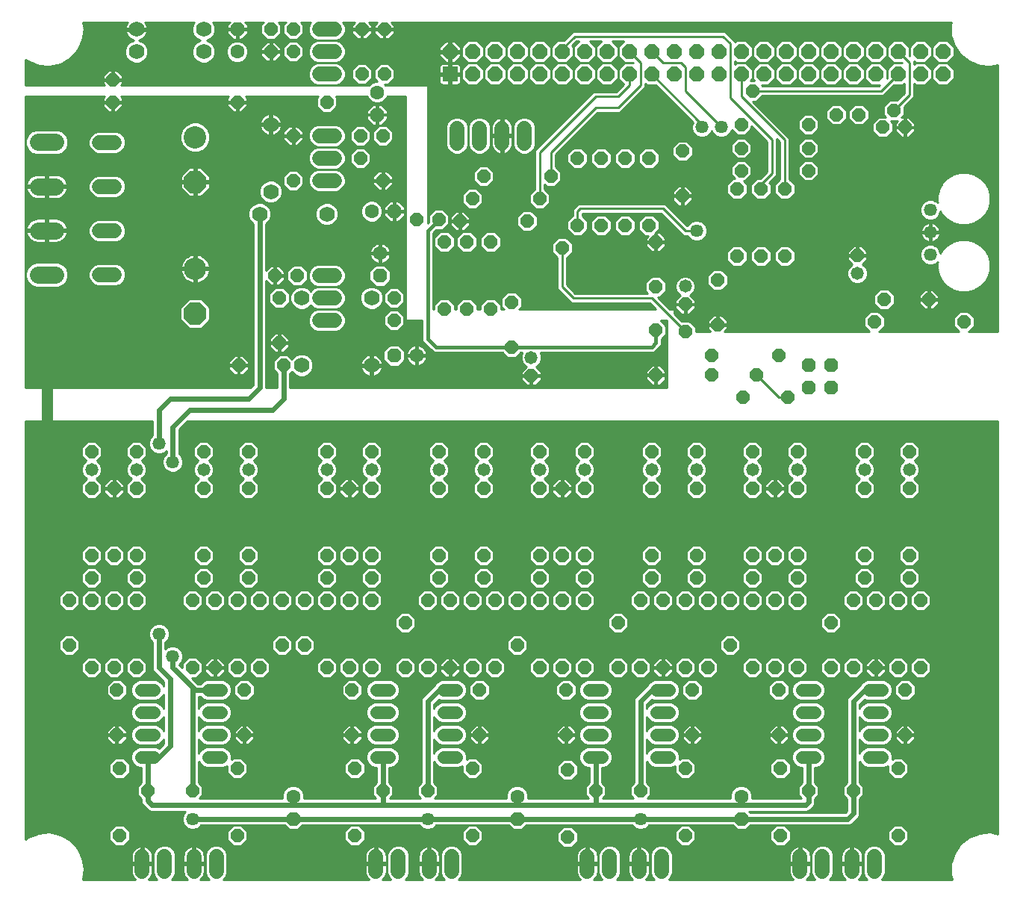
<source format=gbl>
G75*
%MOIN*%
%OFA0B0*%
%FSLAX25Y25*%
%IPPOS*%
%LPD*%
%AMOC8*
5,1,8,0,0,1.08239X$1,22.5*
%
%ADD10OC8,0.05800*%
%ADD11C,0.05800*%
%ADD12C,0.05800*%
%ADD13C,0.06600*%
%ADD14C,0.10000*%
%ADD15OC8,0.10000*%
%ADD16C,0.06931*%
%ADD17OC8,0.06300*%
%ADD18C,0.06300*%
%ADD19OC8,0.06200*%
%ADD20C,0.05750*%
%ADD21C,0.06537*%
%ADD22R,0.06600X0.06600*%
%ADD23OC8,0.06600*%
%ADD24C,0.07800*%
%ADD25C,0.01000*%
%ADD26OC8,0.05750*%
%ADD27C,0.05000*%
%ADD28C,0.01600*%
%ADD29C,0.02400*%
D10*
X0048500Y0042102D03*
X0061000Y0062102D03*
X0048500Y0072102D03*
X0047250Y0087102D03*
X0047250Y0107102D03*
X0046000Y0117102D03*
X0036000Y0117102D03*
X0026000Y0127102D03*
X0026000Y0147102D03*
X0036000Y0147102D03*
X0046000Y0147102D03*
X0036000Y0157102D03*
X0036000Y0167102D03*
X0046000Y0167102D03*
X0056000Y0167102D03*
X0056000Y0157102D03*
X0056000Y0147102D03*
X0081000Y0147102D03*
X0091000Y0147102D03*
X0101000Y0147102D03*
X0106000Y0157102D03*
X0106000Y0167102D03*
X0111000Y0147102D03*
X0121000Y0147102D03*
X0131000Y0147102D03*
X0141000Y0147102D03*
X0151000Y0147102D03*
X0161000Y0147102D03*
X0161000Y0157102D03*
X0161000Y0167102D03*
X0151000Y0167102D03*
X0141000Y0167102D03*
X0141000Y0157102D03*
X0131000Y0127102D03*
X0121000Y0127102D03*
X0111000Y0117102D03*
X0104125Y0107102D03*
X0101000Y0117102D03*
X0091000Y0117102D03*
X0081000Y0117102D03*
X0056000Y0117102D03*
X0086000Y0157102D03*
X0086000Y0167102D03*
X0086000Y0197102D03*
X0086000Y0213602D03*
X0106000Y0213602D03*
X0106000Y0197102D03*
X0141000Y0197102D03*
X0151000Y0197102D03*
X0161000Y0197102D03*
X0161000Y0213602D03*
X0141000Y0213602D03*
X0121625Y0252102D03*
X0119750Y0262102D03*
X0119750Y0282102D03*
X0117875Y0292102D03*
X0127875Y0292102D03*
X0101625Y0252102D03*
X0056000Y0213602D03*
X0056000Y0197102D03*
X0046000Y0197102D03*
X0036000Y0197102D03*
X0036000Y0213602D03*
X0141000Y0117102D03*
X0151000Y0117102D03*
X0161000Y0117102D03*
X0152250Y0107102D03*
X0152250Y0087102D03*
X0153500Y0072102D03*
X0166000Y0062102D03*
X0186000Y0062102D03*
X0206000Y0072102D03*
X0209125Y0087102D03*
X0209125Y0107102D03*
X0206000Y0117102D03*
X0196000Y0117102D03*
X0186000Y0117102D03*
X0176000Y0117102D03*
X0176000Y0137102D03*
X0186000Y0147102D03*
X0196000Y0147102D03*
X0206000Y0147102D03*
X0216000Y0147102D03*
X0211000Y0157102D03*
X0211000Y0167102D03*
X0191000Y0167102D03*
X0191000Y0157102D03*
X0226000Y0147102D03*
X0236000Y0147102D03*
X0246000Y0147102D03*
X0256000Y0147102D03*
X0256000Y0157102D03*
X0256000Y0167102D03*
X0246000Y0167102D03*
X0236000Y0167102D03*
X0236000Y0157102D03*
X0226000Y0127102D03*
X0216000Y0117102D03*
X0236000Y0117102D03*
X0246000Y0117102D03*
X0256000Y0117102D03*
X0247875Y0107102D03*
X0247875Y0087102D03*
X0248500Y0071477D03*
X0261000Y0062102D03*
X0248500Y0041477D03*
X0281000Y0062102D03*
X0301000Y0072102D03*
X0304125Y0087102D03*
X0304125Y0107102D03*
X0301000Y0117102D03*
X0291000Y0117102D03*
X0281000Y0117102D03*
X0271000Y0117102D03*
X0271000Y0137102D03*
X0281000Y0147102D03*
X0291000Y0147102D03*
X0301000Y0147102D03*
X0311000Y0147102D03*
X0321000Y0147102D03*
X0331000Y0147102D03*
X0331000Y0157102D03*
X0331000Y0167102D03*
X0341000Y0167102D03*
X0351000Y0167102D03*
X0351000Y0157102D03*
X0351000Y0147102D03*
X0341000Y0147102D03*
X0366000Y0137102D03*
X0376000Y0147102D03*
X0386000Y0147102D03*
X0381000Y0157102D03*
X0381000Y0167102D03*
X0396000Y0147102D03*
X0406000Y0147102D03*
X0401000Y0157102D03*
X0401000Y0167102D03*
X0401000Y0197102D03*
X0401000Y0213602D03*
X0381000Y0213602D03*
X0381000Y0197102D03*
X0351000Y0197102D03*
X0341000Y0197102D03*
X0331000Y0197102D03*
X0331000Y0213602D03*
X0351000Y0213602D03*
X0346625Y0237727D03*
X0332875Y0247727D03*
X0326625Y0237727D03*
X0312875Y0247727D03*
X0312875Y0256477D03*
X0315375Y0270227D03*
X0301000Y0279352D03*
X0287875Y0287102D03*
X0287875Y0267727D03*
X0287875Y0247727D03*
X0286000Y0213602D03*
X0286000Y0197102D03*
X0306000Y0197102D03*
X0306000Y0213602D03*
X0342875Y0256477D03*
X0315375Y0290227D03*
X0324125Y0300852D03*
X0334750Y0300852D03*
X0345375Y0300852D03*
X0345375Y0330852D03*
X0356000Y0338977D03*
X0356000Y0348977D03*
X0356000Y0359602D03*
X0368500Y0363977D03*
X0378500Y0363977D03*
X0389125Y0358352D03*
X0394125Y0365852D03*
X0399125Y0358352D03*
X0377875Y0301102D03*
X0389750Y0281477D03*
X0385375Y0271477D03*
X0409750Y0281477D03*
X0425375Y0271477D03*
X0334750Y0330852D03*
X0324125Y0330852D03*
X0326000Y0338977D03*
X0326000Y0348977D03*
X0326000Y0359602D03*
X0299750Y0347727D03*
X0284750Y0344602D03*
X0274125Y0344602D03*
X0263500Y0344602D03*
X0252875Y0344602D03*
X0241000Y0336477D03*
X0236000Y0326477D03*
X0230375Y0316477D03*
X0214125Y0307102D03*
X0203500Y0307102D03*
X0193500Y0307102D03*
X0191000Y0317102D03*
X0200375Y0316477D03*
X0206000Y0326477D03*
X0211000Y0336477D03*
X0181000Y0317102D03*
X0166000Y0334602D03*
X0156000Y0344602D03*
X0156000Y0354602D03*
X0166000Y0354602D03*
X0166625Y0382102D03*
X0156625Y0382102D03*
X0141000Y0369602D03*
X0126000Y0354602D03*
X0126000Y0334602D03*
X0101000Y0369602D03*
X0116000Y0392102D03*
X0126000Y0392102D03*
X0126000Y0402102D03*
X0116000Y0402102D03*
X0156625Y0402102D03*
X0166625Y0402102D03*
X0252875Y0314602D03*
X0263500Y0314602D03*
X0274125Y0314602D03*
X0284750Y0314602D03*
X0287875Y0307102D03*
X0299750Y0327727D03*
X0223500Y0280227D03*
X0214125Y0277102D03*
X0203500Y0277102D03*
X0193500Y0277102D03*
X0171000Y0272102D03*
X0171000Y0282102D03*
X0223500Y0260227D03*
X0232250Y0247477D03*
X0236000Y0213602D03*
X0236000Y0197102D03*
X0246000Y0197102D03*
X0256000Y0197102D03*
X0256000Y0213602D03*
X0211000Y0213602D03*
X0211000Y0197102D03*
X0191000Y0197102D03*
X0191000Y0213602D03*
X0286000Y0167102D03*
X0286000Y0157102D03*
X0306000Y0157102D03*
X0306000Y0167102D03*
X0321000Y0127102D03*
X0311000Y0117102D03*
X0331000Y0117102D03*
X0341000Y0117102D03*
X0351000Y0117102D03*
X0342875Y0107102D03*
X0342875Y0087102D03*
X0343500Y0072102D03*
X0356000Y0062102D03*
X0376000Y0062102D03*
X0396000Y0072102D03*
X0399125Y0087102D03*
X0399125Y0107102D03*
X0396000Y0117102D03*
X0406000Y0117102D03*
X0386000Y0117102D03*
X0376000Y0117102D03*
X0366000Y0117102D03*
X0343500Y0042102D03*
X0301000Y0042102D03*
X0206000Y0042102D03*
X0153500Y0042102D03*
X0104125Y0087102D03*
X0101000Y0072102D03*
X0081000Y0062102D03*
X0101000Y0042102D03*
X0396000Y0042102D03*
X0045375Y0369602D03*
X0045375Y0379602D03*
D11*
X0036000Y0205602D03*
X0056000Y0205602D03*
X0086000Y0205602D03*
X0106000Y0205602D03*
X0141000Y0205602D03*
X0161000Y0205602D03*
X0191000Y0205602D03*
X0211000Y0205602D03*
X0236000Y0205602D03*
X0256000Y0205602D03*
X0286000Y0205602D03*
X0306000Y0205602D03*
X0331000Y0205602D03*
X0351000Y0205602D03*
X0381000Y0205602D03*
X0401000Y0205602D03*
X0377875Y0293102D03*
X0301000Y0287352D03*
X0232250Y0255477D03*
D12*
X0258100Y0107102D02*
X0263900Y0107102D01*
X0263900Y0097102D02*
X0258100Y0097102D01*
X0258100Y0087102D02*
X0263900Y0087102D01*
X0263900Y0077102D02*
X0258100Y0077102D01*
X0288100Y0077102D02*
X0293900Y0077102D01*
X0293900Y0087102D02*
X0288100Y0087102D01*
X0288100Y0097102D02*
X0293900Y0097102D01*
X0293900Y0107102D02*
X0288100Y0107102D01*
X0353100Y0107102D02*
X0358900Y0107102D01*
X0358900Y0097102D02*
X0353100Y0097102D01*
X0353100Y0087102D02*
X0358900Y0087102D01*
X0358900Y0077102D02*
X0353100Y0077102D01*
X0383100Y0077102D02*
X0388900Y0077102D01*
X0388900Y0087102D02*
X0383100Y0087102D01*
X0383100Y0097102D02*
X0388900Y0097102D01*
X0388900Y0107102D02*
X0383100Y0107102D01*
X0198900Y0107102D02*
X0193100Y0107102D01*
X0193100Y0097102D02*
X0198900Y0097102D01*
X0198900Y0087102D02*
X0193100Y0087102D01*
X0193100Y0077102D02*
X0198900Y0077102D01*
X0168900Y0077102D02*
X0163100Y0077102D01*
X0163100Y0087102D02*
X0168900Y0087102D01*
X0168900Y0097102D02*
X0163100Y0097102D01*
X0163100Y0107102D02*
X0168900Y0107102D01*
X0093900Y0107102D02*
X0088100Y0107102D01*
X0088100Y0097102D02*
X0093900Y0097102D01*
X0093900Y0087102D02*
X0088100Y0087102D01*
X0088100Y0077102D02*
X0093900Y0077102D01*
X0063900Y0077102D02*
X0058100Y0077102D01*
X0058100Y0087102D02*
X0063900Y0087102D01*
X0063900Y0097102D02*
X0058100Y0097102D01*
X0058100Y0107102D02*
X0063900Y0107102D01*
D13*
X0137700Y0272102D02*
X0144300Y0272102D01*
X0144300Y0282102D02*
X0137700Y0282102D01*
X0137700Y0292102D02*
X0144300Y0292102D01*
X0144300Y0334602D02*
X0137700Y0334602D01*
X0137700Y0344602D02*
X0144300Y0344602D01*
X0144300Y0354602D02*
X0137700Y0354602D01*
X0137700Y0382102D02*
X0144300Y0382102D01*
X0144300Y0392102D02*
X0137700Y0392102D01*
X0137700Y0402102D02*
X0144300Y0402102D01*
X0199125Y0357902D02*
X0199125Y0351302D01*
X0209125Y0351302D02*
X0209125Y0357902D01*
X0219125Y0357902D02*
X0219125Y0351302D01*
X0229125Y0351302D02*
X0229125Y0357902D01*
X0046175Y0351630D02*
X0039575Y0351630D01*
X0039575Y0331930D02*
X0046175Y0331930D01*
X0046175Y0312130D02*
X0039575Y0312130D01*
X0039575Y0292530D02*
X0046175Y0292530D01*
D14*
X0082250Y0295227D03*
X0082250Y0353977D03*
D15*
X0082250Y0333977D03*
X0082250Y0275227D03*
D16*
X0111000Y0319602D03*
X0116000Y0329602D03*
X0141000Y0319602D03*
X0129750Y0282102D03*
X0161000Y0282102D03*
X0161000Y0252102D03*
X0129750Y0252102D03*
X0116000Y0359602D03*
X0086000Y0392102D03*
X0086000Y0402102D03*
X0056000Y0402102D03*
X0056000Y0392102D03*
D17*
X0101000Y0402102D03*
X0163500Y0363977D03*
X0171000Y0320852D03*
X0164750Y0292102D03*
X0171000Y0256477D03*
X0126000Y0049602D03*
X0226000Y0049602D03*
X0326000Y0049602D03*
D18*
X0326000Y0059602D03*
X0226000Y0059602D03*
X0126000Y0059602D03*
X0181000Y0256477D03*
X0164750Y0302102D03*
X0161000Y0320852D03*
X0163500Y0373977D03*
X0101000Y0392102D03*
D19*
X0356000Y0252102D03*
X0356000Y0242102D03*
X0366000Y0242102D03*
X0366000Y0252102D03*
D20*
X0340375Y0283977D03*
X0306000Y0312102D03*
X0308500Y0358352D03*
X0317250Y0358352D03*
X0258500Y0305227D03*
X0410375Y0301477D03*
X0410375Y0311477D03*
X0410375Y0321477D03*
X0281000Y0049602D03*
X0186000Y0049602D03*
X0081000Y0049602D03*
X0072250Y0122102D03*
X0066000Y0132102D03*
X0072250Y0208977D03*
X0066000Y0217102D03*
D21*
X0068500Y0032871D02*
X0068500Y0026334D01*
X0058500Y0026334D02*
X0058500Y0032871D01*
X0081625Y0032871D02*
X0081625Y0026334D01*
X0091625Y0026334D02*
X0091625Y0032871D01*
X0162875Y0032871D02*
X0162875Y0026334D01*
X0172875Y0026334D02*
X0172875Y0032871D01*
X0186625Y0032871D02*
X0186625Y0026334D01*
X0196625Y0026334D02*
X0196625Y0032871D01*
X0257250Y0032871D02*
X0257250Y0026334D01*
X0267250Y0026334D02*
X0267250Y0032871D01*
X0280375Y0032871D02*
X0280375Y0026334D01*
X0290375Y0026334D02*
X0290375Y0032871D01*
X0352250Y0032871D02*
X0352250Y0026334D01*
X0362250Y0026334D02*
X0362250Y0032871D01*
X0375375Y0032871D02*
X0375375Y0026334D01*
X0385375Y0026334D02*
X0385375Y0032871D01*
D22*
X0196000Y0382102D03*
D23*
X0206000Y0382102D03*
X0216000Y0382102D03*
X0216000Y0392102D03*
X0206000Y0392102D03*
X0196000Y0392102D03*
X0226000Y0392102D03*
X0226000Y0382102D03*
X0236000Y0382102D03*
X0246000Y0382102D03*
X0256000Y0382102D03*
X0266000Y0382102D03*
X0276000Y0382102D03*
X0276000Y0392102D03*
X0266000Y0392102D03*
X0256000Y0392102D03*
X0246000Y0392102D03*
X0236000Y0392102D03*
X0286000Y0392102D03*
X0286000Y0382102D03*
X0296000Y0382102D03*
X0306000Y0382102D03*
X0316000Y0382102D03*
X0326000Y0382102D03*
X0336000Y0382102D03*
X0336000Y0392102D03*
X0326000Y0392102D03*
X0316000Y0392102D03*
X0306000Y0392102D03*
X0296000Y0392102D03*
X0346000Y0392102D03*
X0346000Y0382102D03*
X0356000Y0382102D03*
X0366000Y0382102D03*
X0376000Y0382102D03*
X0386000Y0382102D03*
X0386000Y0392102D03*
X0376000Y0392102D03*
X0366000Y0392102D03*
X0356000Y0392102D03*
X0396000Y0392102D03*
X0396000Y0382102D03*
X0406000Y0382102D03*
X0416000Y0382102D03*
X0416000Y0392102D03*
X0406000Y0392102D03*
D24*
X0019900Y0351702D02*
X0012100Y0351702D01*
X0012100Y0331902D02*
X0019900Y0331902D01*
X0019900Y0312302D02*
X0012100Y0312302D01*
X0012100Y0292502D02*
X0019900Y0292502D01*
D25*
X0032642Y0027102D02*
X0031964Y0022602D01*
X0055523Y0022602D01*
X0055394Y0022696D01*
X0054863Y0023227D01*
X0054422Y0023834D01*
X0054081Y0024503D01*
X0053849Y0025217D01*
X0053731Y0025958D01*
X0053731Y0029118D01*
X0058016Y0029118D01*
X0058016Y0030086D01*
X0053731Y0030086D01*
X0053731Y0033246D01*
X0053849Y0033987D01*
X0054081Y0034701D01*
X0054422Y0035370D01*
X0054863Y0035977D01*
X0055394Y0036508D01*
X0056001Y0036949D01*
X0056670Y0037290D01*
X0057383Y0037522D01*
X0058016Y0037622D01*
X0058016Y0030086D01*
X0058984Y0030086D01*
X0063268Y0030086D01*
X0063268Y0033246D01*
X0063151Y0033987D01*
X0062919Y0034701D01*
X0062578Y0035370D01*
X0062137Y0035977D01*
X0061606Y0036508D01*
X0060999Y0036949D01*
X0060330Y0037290D01*
X0059617Y0037522D01*
X0058984Y0037622D01*
X0058984Y0030086D01*
X0058984Y0029118D01*
X0063268Y0029118D01*
X0063268Y0025958D01*
X0063151Y0025217D01*
X0062919Y0024503D01*
X0062578Y0023834D01*
X0062137Y0023227D01*
X0061606Y0022696D01*
X0061477Y0022602D01*
X0065205Y0022602D01*
X0064288Y0023519D01*
X0063531Y0025345D01*
X0063531Y0033859D01*
X0064288Y0035685D01*
X0065686Y0037083D01*
X0067512Y0037839D01*
X0069488Y0037839D01*
X0071314Y0037083D01*
X0072712Y0035685D01*
X0073468Y0033859D01*
X0073468Y0025345D01*
X0072712Y0023519D01*
X0071795Y0022602D01*
X0078648Y0022602D01*
X0078519Y0022696D01*
X0077988Y0023227D01*
X0077547Y0023834D01*
X0077206Y0024503D01*
X0076974Y0025217D01*
X0076856Y0025958D01*
X0076856Y0029118D01*
X0081141Y0029118D01*
X0081141Y0030086D01*
X0076856Y0030086D01*
X0076856Y0033246D01*
X0076974Y0033987D01*
X0077206Y0034701D01*
X0077547Y0035370D01*
X0077988Y0035977D01*
X0078519Y0036508D01*
X0079126Y0036949D01*
X0079795Y0037290D01*
X0080508Y0037522D01*
X0081141Y0037622D01*
X0081141Y0030086D01*
X0082109Y0030086D01*
X0086393Y0030086D01*
X0086393Y0033246D01*
X0086276Y0033987D01*
X0086044Y0034701D01*
X0085703Y0035370D01*
X0085262Y0035977D01*
X0084731Y0036508D01*
X0084124Y0036949D01*
X0083455Y0037290D01*
X0082742Y0037522D01*
X0082109Y0037622D01*
X0082109Y0030086D01*
X0082109Y0029118D01*
X0086393Y0029118D01*
X0086393Y0025958D01*
X0086276Y0025217D01*
X0086044Y0024503D01*
X0085703Y0023834D01*
X0085262Y0023227D01*
X0084731Y0022696D01*
X0084602Y0022602D01*
X0088330Y0022602D01*
X0087413Y0023519D01*
X0086656Y0025345D01*
X0086656Y0033859D01*
X0087413Y0035685D01*
X0088811Y0037083D01*
X0090637Y0037839D01*
X0092613Y0037839D01*
X0094439Y0037083D01*
X0095837Y0035685D01*
X0096593Y0033859D01*
X0096593Y0025345D01*
X0095837Y0023519D01*
X0094920Y0022602D01*
X0159898Y0022602D01*
X0159769Y0022696D01*
X0159238Y0023227D01*
X0158797Y0023834D01*
X0158456Y0024503D01*
X0158224Y0025217D01*
X0158106Y0025958D01*
X0158106Y0029118D01*
X0162391Y0029118D01*
X0162391Y0030086D01*
X0158106Y0030086D01*
X0158106Y0033246D01*
X0158224Y0033987D01*
X0158456Y0034701D01*
X0158797Y0035370D01*
X0159238Y0035977D01*
X0159769Y0036508D01*
X0160376Y0036949D01*
X0161045Y0037290D01*
X0161758Y0037522D01*
X0162391Y0037622D01*
X0162391Y0030086D01*
X0163359Y0030086D01*
X0167643Y0030086D01*
X0167643Y0033246D01*
X0167526Y0033987D01*
X0167294Y0034701D01*
X0166953Y0035370D01*
X0166512Y0035977D01*
X0165981Y0036508D01*
X0165374Y0036949D01*
X0164705Y0037290D01*
X0163992Y0037522D01*
X0163359Y0037622D01*
X0163359Y0030086D01*
X0163359Y0029118D01*
X0167643Y0029118D01*
X0167643Y0025958D01*
X0167526Y0025217D01*
X0167294Y0024503D01*
X0166953Y0023834D01*
X0166512Y0023227D01*
X0165981Y0022696D01*
X0165852Y0022602D01*
X0169580Y0022602D01*
X0168663Y0023519D01*
X0167906Y0025345D01*
X0167906Y0033859D01*
X0168663Y0035685D01*
X0170061Y0037083D01*
X0171887Y0037839D01*
X0173863Y0037839D01*
X0175689Y0037083D01*
X0177087Y0035685D01*
X0177843Y0033859D01*
X0177843Y0025345D01*
X0177087Y0023519D01*
X0176170Y0022602D01*
X0183648Y0022602D01*
X0183519Y0022696D01*
X0182988Y0023227D01*
X0182547Y0023834D01*
X0182206Y0024503D01*
X0181974Y0025217D01*
X0181856Y0025958D01*
X0181856Y0029118D01*
X0186141Y0029118D01*
X0186141Y0030086D01*
X0181856Y0030086D01*
X0181856Y0033246D01*
X0181974Y0033987D01*
X0182206Y0034701D01*
X0182547Y0035370D01*
X0182988Y0035977D01*
X0183519Y0036508D01*
X0184126Y0036949D01*
X0184795Y0037290D01*
X0185508Y0037522D01*
X0186141Y0037622D01*
X0186141Y0030086D01*
X0187109Y0030086D01*
X0191393Y0030086D01*
X0191393Y0033246D01*
X0191276Y0033987D01*
X0191044Y0034701D01*
X0190703Y0035370D01*
X0190262Y0035977D01*
X0189731Y0036508D01*
X0189124Y0036949D01*
X0188455Y0037290D01*
X0187742Y0037522D01*
X0187109Y0037622D01*
X0187109Y0030086D01*
X0187109Y0029118D01*
X0191393Y0029118D01*
X0191393Y0025958D01*
X0191276Y0025217D01*
X0191044Y0024503D01*
X0190703Y0023834D01*
X0190262Y0023227D01*
X0189731Y0022696D01*
X0189602Y0022602D01*
X0193330Y0022602D01*
X0192413Y0023519D01*
X0191656Y0025345D01*
X0191656Y0033859D01*
X0192413Y0035685D01*
X0193811Y0037083D01*
X0195637Y0037839D01*
X0197613Y0037839D01*
X0199439Y0037083D01*
X0200837Y0035685D01*
X0201593Y0033859D01*
X0201593Y0025345D01*
X0200837Y0023519D01*
X0199920Y0022602D01*
X0254273Y0022602D01*
X0254144Y0022696D01*
X0253613Y0023227D01*
X0253172Y0023834D01*
X0252831Y0024503D01*
X0252599Y0025217D01*
X0252481Y0025958D01*
X0252481Y0029118D01*
X0256766Y0029118D01*
X0256766Y0030086D01*
X0252481Y0030086D01*
X0252481Y0033246D01*
X0252599Y0033987D01*
X0252831Y0034701D01*
X0253172Y0035370D01*
X0253613Y0035977D01*
X0254144Y0036508D01*
X0254751Y0036949D01*
X0255420Y0037290D01*
X0256133Y0037522D01*
X0256766Y0037622D01*
X0256766Y0030086D01*
X0257734Y0030086D01*
X0262018Y0030086D01*
X0262018Y0033246D01*
X0261901Y0033987D01*
X0261669Y0034701D01*
X0261328Y0035370D01*
X0260887Y0035977D01*
X0260356Y0036508D01*
X0259749Y0036949D01*
X0259080Y0037290D01*
X0258367Y0037522D01*
X0257734Y0037622D01*
X0257734Y0030086D01*
X0257734Y0029118D01*
X0262018Y0029118D01*
X0262018Y0025958D01*
X0261901Y0025217D01*
X0261669Y0024503D01*
X0261328Y0023834D01*
X0260887Y0023227D01*
X0260356Y0022696D01*
X0260227Y0022602D01*
X0263955Y0022602D01*
X0263038Y0023519D01*
X0262281Y0025345D01*
X0262281Y0033859D01*
X0263038Y0035685D01*
X0264436Y0037083D01*
X0266262Y0037839D01*
X0268238Y0037839D01*
X0270064Y0037083D01*
X0271462Y0035685D01*
X0272218Y0033859D01*
X0272218Y0025345D01*
X0271462Y0023519D01*
X0270545Y0022602D01*
X0277398Y0022602D01*
X0277269Y0022696D01*
X0276738Y0023227D01*
X0276297Y0023834D01*
X0275956Y0024503D01*
X0275724Y0025217D01*
X0275606Y0025958D01*
X0275606Y0029118D01*
X0279891Y0029118D01*
X0279891Y0030086D01*
X0275606Y0030086D01*
X0275606Y0033246D01*
X0275724Y0033987D01*
X0275956Y0034701D01*
X0276297Y0035370D01*
X0276738Y0035977D01*
X0277269Y0036508D01*
X0277876Y0036949D01*
X0278545Y0037290D01*
X0279258Y0037522D01*
X0279891Y0037622D01*
X0279891Y0030086D01*
X0280859Y0030086D01*
X0285143Y0030086D01*
X0285143Y0033246D01*
X0285026Y0033987D01*
X0284794Y0034701D01*
X0284453Y0035370D01*
X0284012Y0035977D01*
X0283481Y0036508D01*
X0282874Y0036949D01*
X0282205Y0037290D01*
X0281492Y0037522D01*
X0280859Y0037622D01*
X0280859Y0030086D01*
X0280859Y0029118D01*
X0285143Y0029118D01*
X0285143Y0025958D01*
X0285026Y0025217D01*
X0284794Y0024503D01*
X0284453Y0023834D01*
X0284012Y0023227D01*
X0283481Y0022696D01*
X0283352Y0022602D01*
X0287080Y0022602D01*
X0286163Y0023519D01*
X0285406Y0025345D01*
X0285406Y0033859D01*
X0286163Y0035685D01*
X0287561Y0037083D01*
X0289387Y0037839D01*
X0291363Y0037839D01*
X0293189Y0037083D01*
X0294587Y0035685D01*
X0295343Y0033859D01*
X0295343Y0025345D01*
X0294587Y0023519D01*
X0293670Y0022602D01*
X0349273Y0022602D01*
X0349144Y0022696D01*
X0348613Y0023227D01*
X0348172Y0023834D01*
X0347831Y0024503D01*
X0347599Y0025217D01*
X0347481Y0025958D01*
X0347481Y0029118D01*
X0351766Y0029118D01*
X0351766Y0030086D01*
X0347481Y0030086D01*
X0347481Y0033246D01*
X0347599Y0033987D01*
X0347831Y0034701D01*
X0348172Y0035370D01*
X0348613Y0035977D01*
X0349144Y0036508D01*
X0349751Y0036949D01*
X0350420Y0037290D01*
X0351133Y0037522D01*
X0351766Y0037622D01*
X0351766Y0030086D01*
X0352734Y0030086D01*
X0357018Y0030086D01*
X0357018Y0033246D01*
X0356901Y0033987D01*
X0356669Y0034701D01*
X0356328Y0035370D01*
X0355887Y0035977D01*
X0355356Y0036508D01*
X0354749Y0036949D01*
X0354080Y0037290D01*
X0353367Y0037522D01*
X0352734Y0037622D01*
X0352734Y0030086D01*
X0352734Y0029118D01*
X0357018Y0029118D01*
X0357018Y0025958D01*
X0356901Y0025217D01*
X0356669Y0024503D01*
X0356328Y0023834D01*
X0355887Y0023227D01*
X0355356Y0022696D01*
X0355227Y0022602D01*
X0358955Y0022602D01*
X0358038Y0023519D01*
X0357281Y0025345D01*
X0357281Y0033859D01*
X0358038Y0035685D01*
X0359436Y0037083D01*
X0361262Y0037839D01*
X0363238Y0037839D01*
X0365064Y0037083D01*
X0366462Y0035685D01*
X0367218Y0033859D01*
X0367218Y0025345D01*
X0366462Y0023519D01*
X0365545Y0022602D01*
X0372398Y0022602D01*
X0372269Y0022696D01*
X0371738Y0023227D01*
X0371297Y0023834D01*
X0370956Y0024503D01*
X0370724Y0025217D01*
X0370606Y0025958D01*
X0370606Y0029118D01*
X0374891Y0029118D01*
X0374891Y0030086D01*
X0370606Y0030086D01*
X0370606Y0033246D01*
X0370724Y0033987D01*
X0370956Y0034701D01*
X0371297Y0035370D01*
X0371738Y0035977D01*
X0372269Y0036508D01*
X0372876Y0036949D01*
X0373545Y0037290D01*
X0374258Y0037522D01*
X0374891Y0037622D01*
X0374891Y0030086D01*
X0375859Y0030086D01*
X0380143Y0030086D01*
X0380143Y0033246D01*
X0380026Y0033987D01*
X0379794Y0034701D01*
X0379453Y0035370D01*
X0379012Y0035977D01*
X0378481Y0036508D01*
X0377874Y0036949D01*
X0377205Y0037290D01*
X0376492Y0037522D01*
X0375859Y0037622D01*
X0375859Y0030086D01*
X0375859Y0029118D01*
X0380143Y0029118D01*
X0380143Y0025958D01*
X0380026Y0025217D01*
X0379794Y0024503D01*
X0379453Y0023834D01*
X0379012Y0023227D01*
X0378481Y0022696D01*
X0378352Y0022602D01*
X0382080Y0022602D01*
X0381163Y0023519D01*
X0380406Y0025345D01*
X0380406Y0033859D01*
X0381163Y0035685D01*
X0382561Y0037083D01*
X0384387Y0037839D01*
X0386363Y0037839D01*
X0388189Y0037083D01*
X0389587Y0035685D01*
X0390343Y0033859D01*
X0390343Y0025345D01*
X0389587Y0023519D01*
X0388670Y0022602D01*
X0420167Y0022602D01*
X0419544Y0024622D01*
X0419544Y0029582D01*
X0421006Y0034323D01*
X0421006Y0034323D01*
X0423800Y0038422D01*
X0423800Y0038422D01*
X0423800Y0038422D01*
X0427679Y0041515D01*
X0427679Y0041515D01*
X0432297Y0043327D01*
X0432297Y0043327D01*
X0437244Y0043698D01*
X0437244Y0043698D01*
X0440421Y0042972D01*
X0440421Y0227102D01*
X0078851Y0227102D01*
X0075150Y0223401D01*
X0075150Y0212688D01*
X0076213Y0211625D01*
X0076925Y0209907D01*
X0076925Y0208047D01*
X0076213Y0206329D01*
X0074898Y0205014D01*
X0073180Y0204302D01*
X0071320Y0204302D01*
X0069602Y0205014D01*
X0068287Y0206329D01*
X0067575Y0208047D01*
X0067575Y0209907D01*
X0068287Y0211625D01*
X0069350Y0212688D01*
X0069350Y0213841D01*
X0068648Y0213139D01*
X0066930Y0212427D01*
X0065070Y0212427D01*
X0063352Y0213139D01*
X0062037Y0214454D01*
X0061325Y0216172D01*
X0061325Y0218032D01*
X0062037Y0219750D01*
X0063100Y0220813D01*
X0063100Y0227102D01*
X0006500Y0227102D01*
X0006500Y0040574D01*
X0007679Y0041515D01*
X0007679Y0041515D01*
X0012297Y0043327D01*
X0012297Y0043327D01*
X0017244Y0043698D01*
X0017244Y0043698D01*
X0022080Y0042594D01*
X0022080Y0042594D01*
X0026376Y0040113D01*
X0026376Y0040113D01*
X0029750Y0036477D01*
X0029750Y0036477D01*
X0031903Y0032007D01*
X0031903Y0032007D01*
X0032642Y0027102D01*
X0032640Y0027087D02*
X0053731Y0027087D01*
X0053731Y0026089D02*
X0032489Y0026089D01*
X0032339Y0025090D02*
X0053890Y0025090D01*
X0054290Y0024092D02*
X0032188Y0024092D01*
X0032038Y0023093D02*
X0054997Y0023093D01*
X0053731Y0028086D02*
X0032494Y0028086D01*
X0032343Y0029084D02*
X0053731Y0029084D01*
X0053731Y0031081D02*
X0032042Y0031081D01*
X0032193Y0030083D02*
X0058016Y0030083D01*
X0058984Y0030083D02*
X0063531Y0030083D01*
X0063531Y0031081D02*
X0063268Y0031081D01*
X0063268Y0032080D02*
X0063531Y0032080D01*
X0063531Y0033078D02*
X0063268Y0033078D01*
X0063122Y0034077D02*
X0063622Y0034077D01*
X0064035Y0035075D02*
X0062728Y0035075D01*
X0062040Y0036074D02*
X0064677Y0036074D01*
X0065675Y0037072D02*
X0060757Y0037072D01*
X0058984Y0037072D02*
X0058016Y0037072D01*
X0058016Y0036074D02*
X0058984Y0036074D01*
X0058984Y0035075D02*
X0058016Y0035075D01*
X0058016Y0034077D02*
X0058984Y0034077D01*
X0058984Y0033078D02*
X0058016Y0033078D01*
X0058016Y0032080D02*
X0058984Y0032080D01*
X0058984Y0031081D02*
X0058016Y0031081D01*
X0053731Y0032080D02*
X0031868Y0032080D01*
X0031387Y0033078D02*
X0053731Y0033078D01*
X0053878Y0034077D02*
X0030906Y0034077D01*
X0030425Y0035075D02*
X0054272Y0035075D01*
X0054960Y0036074D02*
X0029944Y0036074D01*
X0029198Y0037072D02*
X0056243Y0037072D01*
X0053100Y0040197D02*
X0053100Y0044007D01*
X0050405Y0046702D01*
X0046595Y0046702D01*
X0043900Y0044007D01*
X0043900Y0040197D01*
X0046595Y0037502D01*
X0050405Y0037502D01*
X0053100Y0040197D01*
X0052971Y0040068D02*
X0096529Y0040068D01*
X0096400Y0040197D02*
X0099095Y0037502D01*
X0102905Y0037502D01*
X0105600Y0040197D01*
X0105600Y0044007D01*
X0102905Y0046702D01*
X0099095Y0046702D01*
X0096400Y0044007D01*
X0096400Y0040197D01*
X0096400Y0041066D02*
X0053100Y0041066D01*
X0053100Y0042065D02*
X0096400Y0042065D01*
X0096400Y0043063D02*
X0053100Y0043063D01*
X0053046Y0044062D02*
X0096454Y0044062D01*
X0097453Y0045060D02*
X0082251Y0045060D01*
X0081930Y0044927D02*
X0083648Y0045639D01*
X0084711Y0046702D01*
X0122041Y0046702D01*
X0123991Y0044752D01*
X0128009Y0044752D01*
X0129959Y0046702D01*
X0182289Y0046702D01*
X0183352Y0045639D01*
X0185070Y0044927D01*
X0186930Y0044927D01*
X0188648Y0045639D01*
X0189711Y0046702D01*
X0222041Y0046702D01*
X0223991Y0044752D01*
X0228009Y0044752D01*
X0229959Y0046702D01*
X0277289Y0046702D01*
X0278352Y0045639D01*
X0280070Y0044927D01*
X0281930Y0044927D01*
X0283648Y0045639D01*
X0284711Y0046702D01*
X0322041Y0046702D01*
X0323991Y0044752D01*
X0328009Y0044752D01*
X0329959Y0046702D01*
X0374077Y0046702D01*
X0375143Y0047144D01*
X0375958Y0047959D01*
X0377643Y0049644D01*
X0378458Y0050459D01*
X0378900Y0051525D01*
X0378900Y0058497D01*
X0380600Y0060197D01*
X0380600Y0064007D01*
X0378900Y0065707D01*
X0378900Y0075221D01*
X0379200Y0074496D01*
X0380494Y0073202D01*
X0382185Y0072502D01*
X0389815Y0072502D01*
X0391400Y0073159D01*
X0391400Y0070197D01*
X0394095Y0067502D01*
X0397905Y0067502D01*
X0400600Y0070197D01*
X0400600Y0074007D01*
X0397905Y0076702D01*
X0394095Y0076702D01*
X0393444Y0076051D01*
X0393500Y0076187D01*
X0393500Y0078017D01*
X0392800Y0079708D01*
X0391506Y0081002D01*
X0389815Y0081702D01*
X0382185Y0081702D01*
X0380494Y0081002D01*
X0379200Y0079708D01*
X0378900Y0078983D01*
X0378900Y0085221D01*
X0379200Y0084496D01*
X0380494Y0083202D01*
X0382185Y0082502D01*
X0389815Y0082502D01*
X0391506Y0083202D01*
X0392800Y0084496D01*
X0393500Y0086187D01*
X0393500Y0088017D01*
X0392800Y0089708D01*
X0391506Y0091002D01*
X0389815Y0091702D01*
X0382185Y0091702D01*
X0380494Y0091002D01*
X0379200Y0089708D01*
X0378900Y0088983D01*
X0378900Y0095221D01*
X0379200Y0094496D01*
X0380494Y0093202D01*
X0382185Y0092502D01*
X0389815Y0092502D01*
X0391506Y0093202D01*
X0392800Y0094496D01*
X0393500Y0096187D01*
X0393500Y0098017D01*
X0392800Y0099708D01*
X0391506Y0101002D01*
X0389815Y0101702D01*
X0382185Y0101702D01*
X0380494Y0101002D01*
X0379200Y0099708D01*
X0378900Y0098983D01*
X0378900Y0100901D01*
X0380994Y0102995D01*
X0382185Y0102502D01*
X0389815Y0102502D01*
X0391506Y0103202D01*
X0392800Y0104496D01*
X0393500Y0106187D01*
X0393500Y0108017D01*
X0392800Y0109708D01*
X0391506Y0111002D01*
X0389815Y0111702D01*
X0382185Y0111702D01*
X0380494Y0111002D01*
X0379200Y0109708D01*
X0378985Y0109189D01*
X0378541Y0108745D01*
X0373541Y0103745D01*
X0373100Y0102679D01*
X0373100Y0065707D01*
X0371400Y0064007D01*
X0371400Y0060197D01*
X0373100Y0058497D01*
X0373100Y0053303D01*
X0372299Y0052502D01*
X0329959Y0052502D01*
X0329509Y0052952D01*
X0355327Y0052952D01*
X0356393Y0053394D01*
X0357643Y0054644D01*
X0358458Y0055459D01*
X0358900Y0056525D01*
X0358900Y0058497D01*
X0360600Y0060197D01*
X0360600Y0064007D01*
X0358900Y0065707D01*
X0358900Y0072502D01*
X0359815Y0072502D01*
X0361506Y0073202D01*
X0362800Y0074496D01*
X0363500Y0076187D01*
X0363500Y0078017D01*
X0362800Y0079708D01*
X0361506Y0081002D01*
X0359815Y0081702D01*
X0352185Y0081702D01*
X0350494Y0081002D01*
X0349200Y0079708D01*
X0348500Y0078017D01*
X0348500Y0076187D01*
X0349200Y0074496D01*
X0350494Y0073202D01*
X0352185Y0072502D01*
X0353100Y0072502D01*
X0353100Y0065707D01*
X0351400Y0064007D01*
X0351400Y0060197D01*
X0352845Y0058752D01*
X0330850Y0058752D01*
X0330850Y0060567D01*
X0330112Y0062349D01*
X0328747Y0063714D01*
X0326965Y0064452D01*
X0325035Y0064452D01*
X0323253Y0063714D01*
X0321888Y0062349D01*
X0321150Y0060567D01*
X0321150Y0058752D01*
X0284155Y0058752D01*
X0285600Y0060197D01*
X0285600Y0064007D01*
X0283900Y0065707D01*
X0283900Y0075221D01*
X0284200Y0074496D01*
X0285494Y0073202D01*
X0287185Y0072502D01*
X0294815Y0072502D01*
X0296400Y0073159D01*
X0296400Y0070197D01*
X0299095Y0067502D01*
X0302905Y0067502D01*
X0305600Y0070197D01*
X0305600Y0074007D01*
X0302905Y0076702D01*
X0299095Y0076702D01*
X0298444Y0076051D01*
X0298500Y0076187D01*
X0298500Y0078017D01*
X0297800Y0079708D01*
X0296506Y0081002D01*
X0294815Y0081702D01*
X0287185Y0081702D01*
X0285494Y0081002D01*
X0284200Y0079708D01*
X0283900Y0078983D01*
X0283900Y0085221D01*
X0284200Y0084496D01*
X0285494Y0083202D01*
X0287185Y0082502D01*
X0294815Y0082502D01*
X0296506Y0083202D01*
X0297800Y0084496D01*
X0298500Y0086187D01*
X0298500Y0088017D01*
X0297800Y0089708D01*
X0296506Y0091002D01*
X0294815Y0091702D01*
X0287185Y0091702D01*
X0285494Y0091002D01*
X0284200Y0089708D01*
X0283900Y0088983D01*
X0283900Y0095221D01*
X0284200Y0094496D01*
X0285494Y0093202D01*
X0287185Y0092502D01*
X0294815Y0092502D01*
X0296506Y0093202D01*
X0297800Y0094496D01*
X0298500Y0096187D01*
X0298500Y0098017D01*
X0297800Y0099708D01*
X0296506Y0101002D01*
X0294815Y0101702D01*
X0287185Y0101702D01*
X0285494Y0101002D01*
X0284200Y0099708D01*
X0283900Y0098983D01*
X0283900Y0100901D01*
X0285994Y0102995D01*
X0287185Y0102502D01*
X0294815Y0102502D01*
X0296506Y0103202D01*
X0297800Y0104496D01*
X0298500Y0106187D01*
X0298500Y0108017D01*
X0297800Y0109708D01*
X0296506Y0111002D01*
X0294815Y0111702D01*
X0287185Y0111702D01*
X0285494Y0111002D01*
X0284200Y0109708D01*
X0283985Y0109189D01*
X0283541Y0108745D01*
X0278541Y0103745D01*
X0278100Y0102679D01*
X0278100Y0065707D01*
X0276400Y0064007D01*
X0276400Y0060197D01*
X0277845Y0058752D01*
X0264155Y0058752D01*
X0265600Y0060197D01*
X0265600Y0064007D01*
X0263900Y0065707D01*
X0263900Y0072502D01*
X0264815Y0072502D01*
X0266506Y0073202D01*
X0267800Y0074496D01*
X0268500Y0076187D01*
X0268500Y0078017D01*
X0267800Y0079708D01*
X0266506Y0081002D01*
X0264815Y0081702D01*
X0257185Y0081702D01*
X0255494Y0081002D01*
X0254200Y0079708D01*
X0253500Y0078017D01*
X0253500Y0076187D01*
X0254200Y0074496D01*
X0255494Y0073202D01*
X0257185Y0072502D01*
X0258100Y0072502D01*
X0258100Y0065707D01*
X0256400Y0064007D01*
X0256400Y0060197D01*
X0257845Y0058752D01*
X0230850Y0058752D01*
X0230850Y0060567D01*
X0230112Y0062349D01*
X0228747Y0063714D01*
X0226965Y0064452D01*
X0225035Y0064452D01*
X0223253Y0063714D01*
X0221888Y0062349D01*
X0221150Y0060567D01*
X0221150Y0058752D01*
X0189155Y0058752D01*
X0190600Y0060197D01*
X0190600Y0064007D01*
X0188900Y0065707D01*
X0188900Y0075221D01*
X0189200Y0074496D01*
X0190494Y0073202D01*
X0192185Y0072502D01*
X0199815Y0072502D01*
X0201400Y0073159D01*
X0201400Y0070197D01*
X0204095Y0067502D01*
X0207905Y0067502D01*
X0210600Y0070197D01*
X0210600Y0074007D01*
X0207905Y0076702D01*
X0204095Y0076702D01*
X0203444Y0076051D01*
X0203500Y0076187D01*
X0203500Y0078017D01*
X0202800Y0079708D01*
X0201506Y0081002D01*
X0199815Y0081702D01*
X0192185Y0081702D01*
X0190494Y0081002D01*
X0189200Y0079708D01*
X0188900Y0078983D01*
X0188900Y0085221D01*
X0189200Y0084496D01*
X0190494Y0083202D01*
X0192185Y0082502D01*
X0199815Y0082502D01*
X0201506Y0083202D01*
X0202800Y0084496D01*
X0203500Y0086187D01*
X0203500Y0088017D01*
X0202800Y0089708D01*
X0201506Y0091002D01*
X0199815Y0091702D01*
X0192185Y0091702D01*
X0190494Y0091002D01*
X0189200Y0089708D01*
X0188900Y0088983D01*
X0188900Y0095221D01*
X0189200Y0094496D01*
X0190494Y0093202D01*
X0192185Y0092502D01*
X0199815Y0092502D01*
X0201506Y0093202D01*
X0202800Y0094496D01*
X0203500Y0096187D01*
X0203500Y0098017D01*
X0202800Y0099708D01*
X0201506Y0101002D01*
X0199815Y0101702D01*
X0192185Y0101702D01*
X0190494Y0101002D01*
X0189200Y0099708D01*
X0188900Y0098983D01*
X0188900Y0100901D01*
X0190994Y0102995D01*
X0192185Y0102502D01*
X0199815Y0102502D01*
X0201506Y0103202D01*
X0202800Y0104496D01*
X0203500Y0106187D01*
X0203500Y0108017D01*
X0202800Y0109708D01*
X0201506Y0111002D01*
X0199815Y0111702D01*
X0192185Y0111702D01*
X0190494Y0111002D01*
X0189200Y0109708D01*
X0188985Y0109189D01*
X0188541Y0108745D01*
X0183541Y0103745D01*
X0183100Y0102679D01*
X0183100Y0065707D01*
X0181400Y0064007D01*
X0181400Y0060197D01*
X0182845Y0058752D01*
X0169155Y0058752D01*
X0170600Y0060197D01*
X0170600Y0064007D01*
X0168900Y0065707D01*
X0168900Y0072502D01*
X0169815Y0072502D01*
X0171506Y0073202D01*
X0172800Y0074496D01*
X0173500Y0076187D01*
X0173500Y0078017D01*
X0172800Y0079708D01*
X0171506Y0081002D01*
X0169815Y0081702D01*
X0162185Y0081702D01*
X0160494Y0081002D01*
X0159200Y0079708D01*
X0158500Y0078017D01*
X0158500Y0076187D01*
X0159200Y0074496D01*
X0160494Y0073202D01*
X0162185Y0072502D01*
X0163100Y0072502D01*
X0163100Y0065707D01*
X0161400Y0064007D01*
X0161400Y0060197D01*
X0162845Y0058752D01*
X0130850Y0058752D01*
X0130850Y0060567D01*
X0130112Y0062349D01*
X0128747Y0063714D01*
X0126965Y0064452D01*
X0125035Y0064452D01*
X0123253Y0063714D01*
X0121888Y0062349D01*
X0121150Y0060567D01*
X0121150Y0058752D01*
X0084155Y0058752D01*
X0085600Y0060197D01*
X0085600Y0064007D01*
X0083900Y0065707D01*
X0083900Y0075221D01*
X0084200Y0074496D01*
X0085494Y0073202D01*
X0087185Y0072502D01*
X0094815Y0072502D01*
X0096400Y0073159D01*
X0096400Y0070197D01*
X0099095Y0067502D01*
X0102905Y0067502D01*
X0105600Y0070197D01*
X0105600Y0074007D01*
X0102905Y0076702D01*
X0099095Y0076702D01*
X0098444Y0076051D01*
X0098500Y0076187D01*
X0098500Y0078017D01*
X0097800Y0079708D01*
X0096506Y0081002D01*
X0094815Y0081702D01*
X0087185Y0081702D01*
X0085494Y0081002D01*
X0084200Y0079708D01*
X0083900Y0078983D01*
X0083900Y0085221D01*
X0084200Y0084496D01*
X0085494Y0083202D01*
X0087185Y0082502D01*
X0094815Y0082502D01*
X0096506Y0083202D01*
X0097800Y0084496D01*
X0098500Y0086187D01*
X0098500Y0088017D01*
X0097800Y0089708D01*
X0096506Y0091002D01*
X0094815Y0091702D01*
X0087185Y0091702D01*
X0085494Y0091002D01*
X0084200Y0089708D01*
X0083900Y0088983D01*
X0083900Y0095221D01*
X0084200Y0094496D01*
X0085494Y0093202D01*
X0087185Y0092502D01*
X0094815Y0092502D01*
X0096506Y0093202D01*
X0097800Y0094496D01*
X0098500Y0096187D01*
X0098500Y0098017D01*
X0097800Y0099708D01*
X0096506Y0101002D01*
X0094815Y0101702D01*
X0087185Y0101702D01*
X0085494Y0101002D01*
X0084200Y0099708D01*
X0083900Y0098983D01*
X0083900Y0104202D01*
X0084495Y0104202D01*
X0085494Y0103202D01*
X0087185Y0102502D01*
X0094815Y0102502D01*
X0096506Y0103202D01*
X0097800Y0104496D01*
X0098500Y0106187D01*
X0098500Y0108017D01*
X0097800Y0109708D01*
X0096506Y0111002D01*
X0094815Y0111702D01*
X0087185Y0111702D01*
X0085494Y0111002D01*
X0084495Y0110002D01*
X0083451Y0110002D01*
X0080951Y0112502D01*
X0082905Y0112502D01*
X0085600Y0115197D01*
X0085600Y0119007D01*
X0082905Y0121702D01*
X0079095Y0121702D01*
X0076400Y0119007D01*
X0076400Y0117053D01*
X0075150Y0118303D01*
X0075150Y0118391D01*
X0076213Y0119454D01*
X0076925Y0121172D01*
X0076925Y0123032D01*
X0076213Y0124750D01*
X0074898Y0126065D01*
X0073180Y0126777D01*
X0071320Y0126777D01*
X0069602Y0126065D01*
X0068900Y0125363D01*
X0068900Y0128391D01*
X0069963Y0129454D01*
X0070675Y0131172D01*
X0070675Y0133032D01*
X0069963Y0134750D01*
X0068648Y0136065D01*
X0066930Y0136777D01*
X0065070Y0136777D01*
X0063352Y0136065D01*
X0062037Y0134750D01*
X0061325Y0133032D01*
X0061325Y0131172D01*
X0062037Y0129454D01*
X0063100Y0128391D01*
X0063100Y0116525D01*
X0063541Y0115459D01*
X0064357Y0114644D01*
X0068100Y0110901D01*
X0068100Y0108983D01*
X0067800Y0109708D01*
X0066506Y0111002D01*
X0064815Y0111702D01*
X0057185Y0111702D01*
X0055494Y0111002D01*
X0054200Y0109708D01*
X0053500Y0108017D01*
X0053500Y0106187D01*
X0054200Y0104496D01*
X0055494Y0103202D01*
X0057185Y0102502D01*
X0064815Y0102502D01*
X0066506Y0103202D01*
X0067800Y0104496D01*
X0068100Y0105221D01*
X0068100Y0098983D01*
X0067800Y0099708D01*
X0066506Y0101002D01*
X0064815Y0101702D01*
X0057185Y0101702D01*
X0055494Y0101002D01*
X0054200Y0099708D01*
X0053500Y0098017D01*
X0053500Y0096187D01*
X0054200Y0094496D01*
X0055494Y0093202D01*
X0057185Y0092502D01*
X0064815Y0092502D01*
X0066506Y0093202D01*
X0067800Y0094496D01*
X0068100Y0095221D01*
X0068100Y0088983D01*
X0067800Y0089708D01*
X0066506Y0091002D01*
X0064815Y0091702D01*
X0057185Y0091702D01*
X0055494Y0091002D01*
X0054200Y0089708D01*
X0053500Y0088017D01*
X0053500Y0086187D01*
X0054200Y0084496D01*
X0055494Y0083202D01*
X0057185Y0082502D01*
X0064815Y0082502D01*
X0066506Y0083202D01*
X0067800Y0084496D01*
X0068100Y0085221D01*
X0068100Y0083303D01*
X0066006Y0081209D01*
X0064815Y0081702D01*
X0057185Y0081702D01*
X0055494Y0081002D01*
X0054200Y0079708D01*
X0053500Y0078017D01*
X0053500Y0076187D01*
X0054200Y0074496D01*
X0055494Y0073202D01*
X0057185Y0072502D01*
X0058100Y0072502D01*
X0058100Y0065707D01*
X0056400Y0064007D01*
X0056400Y0060197D01*
X0058100Y0058497D01*
X0058100Y0057150D01*
X0058541Y0056084D01*
X0059357Y0055269D01*
X0061232Y0053394D01*
X0062298Y0052952D01*
X0077739Y0052952D01*
X0077037Y0052250D01*
X0076325Y0050532D01*
X0076325Y0048672D01*
X0077037Y0046954D01*
X0078352Y0045639D01*
X0080070Y0044927D01*
X0081930Y0044927D01*
X0079749Y0045060D02*
X0052047Y0045060D01*
X0051049Y0046059D02*
X0077932Y0046059D01*
X0076994Y0047057D02*
X0006500Y0047057D01*
X0006500Y0046059D02*
X0045951Y0046059D01*
X0044953Y0045060D02*
X0006500Y0045060D01*
X0006500Y0044062D02*
X0043954Y0044062D01*
X0043900Y0043063D02*
X0020023Y0043063D01*
X0022996Y0042065D02*
X0043900Y0042065D01*
X0043900Y0041066D02*
X0024726Y0041066D01*
X0026418Y0040068D02*
X0044029Y0040068D01*
X0045027Y0039069D02*
X0027345Y0039069D01*
X0028271Y0038071D02*
X0046026Y0038071D01*
X0050974Y0038071D02*
X0098526Y0038071D01*
X0097527Y0039069D02*
X0051973Y0039069D01*
X0063268Y0029084D02*
X0063531Y0029084D01*
X0063531Y0028086D02*
X0063268Y0028086D01*
X0063268Y0027087D02*
X0063531Y0027087D01*
X0063531Y0026089D02*
X0063268Y0026089D01*
X0063110Y0025090D02*
X0063637Y0025090D01*
X0064051Y0024092D02*
X0062709Y0024092D01*
X0062003Y0023093D02*
X0064714Y0023093D01*
X0072286Y0023093D02*
X0078122Y0023093D01*
X0077415Y0024092D02*
X0072949Y0024092D01*
X0073363Y0025090D02*
X0077015Y0025090D01*
X0076856Y0026089D02*
X0073468Y0026089D01*
X0073468Y0027087D02*
X0076856Y0027087D01*
X0076856Y0028086D02*
X0073468Y0028086D01*
X0073468Y0029084D02*
X0076856Y0029084D01*
X0076856Y0031081D02*
X0073468Y0031081D01*
X0073468Y0030083D02*
X0081141Y0030083D01*
X0082109Y0030083D02*
X0086656Y0030083D01*
X0086656Y0031081D02*
X0086393Y0031081D01*
X0086393Y0032080D02*
X0086656Y0032080D01*
X0086656Y0033078D02*
X0086393Y0033078D01*
X0086247Y0034077D02*
X0086747Y0034077D01*
X0087160Y0035075D02*
X0085853Y0035075D01*
X0085165Y0036074D02*
X0087802Y0036074D01*
X0088800Y0037072D02*
X0083882Y0037072D01*
X0082109Y0037072D02*
X0081141Y0037072D01*
X0081141Y0036074D02*
X0082109Y0036074D01*
X0082109Y0035075D02*
X0081141Y0035075D01*
X0081141Y0034077D02*
X0082109Y0034077D01*
X0082109Y0033078D02*
X0081141Y0033078D01*
X0081141Y0032080D02*
X0082109Y0032080D01*
X0082109Y0031081D02*
X0081141Y0031081D01*
X0076856Y0032080D02*
X0073468Y0032080D01*
X0073468Y0033078D02*
X0076856Y0033078D01*
X0077003Y0034077D02*
X0073378Y0034077D01*
X0072965Y0035075D02*
X0077397Y0035075D01*
X0078085Y0036074D02*
X0072323Y0036074D01*
X0071325Y0037072D02*
X0079368Y0037072D01*
X0084068Y0046059D02*
X0098451Y0046059D01*
X0103549Y0046059D02*
X0122684Y0046059D01*
X0123683Y0045060D02*
X0104547Y0045060D01*
X0105546Y0044062D02*
X0148954Y0044062D01*
X0148900Y0044007D02*
X0148900Y0040197D01*
X0151595Y0037502D01*
X0155405Y0037502D01*
X0158100Y0040197D01*
X0158100Y0044007D01*
X0155405Y0046702D01*
X0151595Y0046702D01*
X0148900Y0044007D01*
X0148900Y0043063D02*
X0105600Y0043063D01*
X0105600Y0042065D02*
X0148900Y0042065D01*
X0148900Y0041066D02*
X0105600Y0041066D01*
X0105471Y0040068D02*
X0149029Y0040068D01*
X0150027Y0039069D02*
X0104473Y0039069D01*
X0103474Y0038071D02*
X0151026Y0038071D01*
X0155974Y0038071D02*
X0203526Y0038071D01*
X0204095Y0037502D02*
X0207905Y0037502D01*
X0210600Y0040197D01*
X0210600Y0044007D01*
X0207905Y0046702D01*
X0204095Y0046702D01*
X0201400Y0044007D01*
X0201400Y0040197D01*
X0204095Y0037502D01*
X0202527Y0039069D02*
X0156973Y0039069D01*
X0157971Y0040068D02*
X0201529Y0040068D01*
X0201400Y0041066D02*
X0158100Y0041066D01*
X0158100Y0042065D02*
X0201400Y0042065D01*
X0201400Y0043063D02*
X0158100Y0043063D01*
X0158046Y0044062D02*
X0201454Y0044062D01*
X0202453Y0045060D02*
X0187251Y0045060D01*
X0189068Y0046059D02*
X0203451Y0046059D01*
X0208549Y0046059D02*
X0222684Y0046059D01*
X0223683Y0045060D02*
X0209547Y0045060D01*
X0210546Y0044062D02*
X0244579Y0044062D01*
X0243900Y0043382D02*
X0243900Y0039572D01*
X0246595Y0036877D01*
X0250405Y0036877D01*
X0253100Y0039572D01*
X0253100Y0043382D01*
X0250405Y0046077D01*
X0246595Y0046077D01*
X0243900Y0043382D01*
X0243900Y0043063D02*
X0210600Y0043063D01*
X0210600Y0042065D02*
X0243900Y0042065D01*
X0243900Y0041066D02*
X0210600Y0041066D01*
X0210471Y0040068D02*
X0243900Y0040068D01*
X0244402Y0039069D02*
X0209473Y0039069D01*
X0208474Y0038071D02*
X0245401Y0038071D01*
X0246399Y0037072D02*
X0199450Y0037072D01*
X0200448Y0036074D02*
X0253710Y0036074D01*
X0253022Y0035075D02*
X0201090Y0035075D01*
X0201503Y0034077D02*
X0252628Y0034077D01*
X0252481Y0033078D02*
X0201593Y0033078D01*
X0201593Y0032080D02*
X0252481Y0032080D01*
X0252481Y0031081D02*
X0201593Y0031081D01*
X0201593Y0030083D02*
X0256766Y0030083D01*
X0257734Y0030083D02*
X0262281Y0030083D01*
X0262281Y0031081D02*
X0262018Y0031081D01*
X0262018Y0032080D02*
X0262281Y0032080D01*
X0262281Y0033078D02*
X0262018Y0033078D01*
X0261872Y0034077D02*
X0262372Y0034077D01*
X0262785Y0035075D02*
X0261478Y0035075D01*
X0260790Y0036074D02*
X0263427Y0036074D01*
X0264425Y0037072D02*
X0259507Y0037072D01*
X0257734Y0037072D02*
X0256766Y0037072D01*
X0256766Y0036074D02*
X0257734Y0036074D01*
X0257734Y0035075D02*
X0256766Y0035075D01*
X0256766Y0034077D02*
X0257734Y0034077D01*
X0257734Y0033078D02*
X0256766Y0033078D01*
X0256766Y0032080D02*
X0257734Y0032080D01*
X0257734Y0031081D02*
X0256766Y0031081D01*
X0252481Y0029084D02*
X0201593Y0029084D01*
X0201593Y0028086D02*
X0252481Y0028086D01*
X0252481Y0027087D02*
X0201593Y0027087D01*
X0201593Y0026089D02*
X0252481Y0026089D01*
X0252640Y0025090D02*
X0201488Y0025090D01*
X0201074Y0024092D02*
X0253040Y0024092D01*
X0253747Y0023093D02*
X0200411Y0023093D01*
X0192839Y0023093D02*
X0190128Y0023093D01*
X0190834Y0024092D02*
X0192176Y0024092D01*
X0191762Y0025090D02*
X0191235Y0025090D01*
X0191393Y0026089D02*
X0191656Y0026089D01*
X0191656Y0027087D02*
X0191393Y0027087D01*
X0191393Y0028086D02*
X0191656Y0028086D01*
X0191656Y0029084D02*
X0191393Y0029084D01*
X0191656Y0030083D02*
X0187109Y0030083D01*
X0186141Y0030083D02*
X0177843Y0030083D01*
X0177843Y0031081D02*
X0181856Y0031081D01*
X0181856Y0032080D02*
X0177843Y0032080D01*
X0177843Y0033078D02*
X0181856Y0033078D01*
X0182003Y0034077D02*
X0177753Y0034077D01*
X0177340Y0035075D02*
X0182397Y0035075D01*
X0183085Y0036074D02*
X0176698Y0036074D01*
X0175700Y0037072D02*
X0184368Y0037072D01*
X0186141Y0037072D02*
X0187109Y0037072D01*
X0187109Y0036074D02*
X0186141Y0036074D01*
X0186141Y0035075D02*
X0187109Y0035075D01*
X0187109Y0034077D02*
X0186141Y0034077D01*
X0186141Y0033078D02*
X0187109Y0033078D01*
X0187109Y0032080D02*
X0186141Y0032080D01*
X0186141Y0031081D02*
X0187109Y0031081D01*
X0191393Y0031081D02*
X0191656Y0031081D01*
X0191656Y0032080D02*
X0191393Y0032080D01*
X0191393Y0033078D02*
X0191656Y0033078D01*
X0191747Y0034077D02*
X0191247Y0034077D01*
X0190853Y0035075D02*
X0192160Y0035075D01*
X0192802Y0036074D02*
X0190165Y0036074D01*
X0188882Y0037072D02*
X0193800Y0037072D01*
X0184749Y0045060D02*
X0157047Y0045060D01*
X0156049Y0046059D02*
X0182932Y0046059D01*
X0182557Y0059040D02*
X0169443Y0059040D01*
X0170441Y0060038D02*
X0181559Y0060038D01*
X0181400Y0061037D02*
X0170600Y0061037D01*
X0170600Y0062035D02*
X0181400Y0062035D01*
X0181400Y0063034D02*
X0170600Y0063034D01*
X0170575Y0064032D02*
X0181425Y0064032D01*
X0182423Y0065031D02*
X0169577Y0065031D01*
X0168900Y0066029D02*
X0183100Y0066029D01*
X0183100Y0067028D02*
X0168900Y0067028D01*
X0168900Y0068026D02*
X0183100Y0068026D01*
X0183100Y0069025D02*
X0168900Y0069025D01*
X0168900Y0070023D02*
X0183100Y0070023D01*
X0183100Y0071022D02*
X0168900Y0071022D01*
X0168900Y0072020D02*
X0183100Y0072020D01*
X0183100Y0073019D02*
X0171062Y0073019D01*
X0172321Y0074017D02*
X0183100Y0074017D01*
X0183100Y0075016D02*
X0173015Y0075016D01*
X0173428Y0076014D02*
X0183100Y0076014D01*
X0183100Y0077013D02*
X0173500Y0077013D01*
X0173500Y0078011D02*
X0183100Y0078011D01*
X0183100Y0079010D02*
X0173089Y0079010D01*
X0172499Y0080008D02*
X0183100Y0080008D01*
X0183100Y0081007D02*
X0171494Y0081007D01*
X0171026Y0083004D02*
X0183100Y0083004D01*
X0183100Y0084002D02*
X0172306Y0084002D01*
X0172800Y0084496D02*
X0173500Y0086187D01*
X0173500Y0088017D01*
X0172800Y0089708D01*
X0171506Y0091002D01*
X0169815Y0091702D01*
X0162185Y0091702D01*
X0160494Y0091002D01*
X0159200Y0089708D01*
X0158500Y0088017D01*
X0158500Y0086187D01*
X0159200Y0084496D01*
X0160494Y0083202D01*
X0162185Y0082502D01*
X0169815Y0082502D01*
X0171506Y0083202D01*
X0172800Y0084496D01*
X0173009Y0085001D02*
X0183100Y0085001D01*
X0183100Y0085999D02*
X0173422Y0085999D01*
X0173500Y0086998D02*
X0183100Y0086998D01*
X0183100Y0087996D02*
X0173500Y0087996D01*
X0173095Y0088995D02*
X0183100Y0088995D01*
X0183100Y0089993D02*
X0172514Y0089993D01*
X0171516Y0090992D02*
X0183100Y0090992D01*
X0183100Y0091990D02*
X0083900Y0091990D01*
X0083900Y0090992D02*
X0085484Y0090992D01*
X0084486Y0089993D02*
X0083900Y0089993D01*
X0083900Y0088995D02*
X0083905Y0088995D01*
X0083900Y0092989D02*
X0086010Y0092989D01*
X0084709Y0093987D02*
X0083900Y0093987D01*
X0083900Y0094986D02*
X0083998Y0094986D01*
X0083900Y0099979D02*
X0084471Y0099979D01*
X0083900Y0100977D02*
X0085470Y0100977D01*
X0083900Y0101976D02*
X0183100Y0101976D01*
X0183100Y0100977D02*
X0171530Y0100977D01*
X0171506Y0101002D02*
X0169815Y0101702D01*
X0162185Y0101702D01*
X0160494Y0101002D01*
X0159200Y0099708D01*
X0158500Y0098017D01*
X0158500Y0096187D01*
X0159200Y0094496D01*
X0160494Y0093202D01*
X0162185Y0092502D01*
X0169815Y0092502D01*
X0171506Y0093202D01*
X0172800Y0094496D01*
X0173500Y0096187D01*
X0173500Y0098017D01*
X0172800Y0099708D01*
X0171506Y0101002D01*
X0172529Y0099979D02*
X0183100Y0099979D01*
X0183100Y0098980D02*
X0173101Y0098980D01*
X0173500Y0097981D02*
X0183100Y0097981D01*
X0183100Y0096983D02*
X0173500Y0096983D01*
X0173416Y0095984D02*
X0183100Y0095984D01*
X0183100Y0094986D02*
X0173002Y0094986D01*
X0172291Y0093987D02*
X0183100Y0093987D01*
X0183100Y0092989D02*
X0170990Y0092989D01*
X0169815Y0102502D02*
X0162185Y0102502D01*
X0160494Y0103202D01*
X0159200Y0104496D01*
X0158500Y0106187D01*
X0158500Y0108017D01*
X0159200Y0109708D01*
X0160494Y0111002D01*
X0162185Y0111702D01*
X0169815Y0111702D01*
X0171506Y0111002D01*
X0172800Y0109708D01*
X0173500Y0108017D01*
X0173500Y0106187D01*
X0172800Y0104496D01*
X0171506Y0103202D01*
X0169815Y0102502D01*
X0170954Y0102974D02*
X0183222Y0102974D01*
X0183769Y0103973D02*
X0172276Y0103973D01*
X0172996Y0104971D02*
X0184768Y0104971D01*
X0185766Y0105970D02*
X0173410Y0105970D01*
X0173500Y0106968D02*
X0186765Y0106968D01*
X0187763Y0107967D02*
X0173500Y0107967D01*
X0173107Y0108965D02*
X0188762Y0108965D01*
X0189456Y0109964D02*
X0172544Y0109964D01*
X0171545Y0110962D02*
X0190455Y0110962D01*
X0188362Y0112959D02*
X0193920Y0112959D01*
X0194177Y0112702D02*
X0191600Y0115280D01*
X0191600Y0116802D01*
X0195700Y0116802D01*
X0196300Y0116802D01*
X0196300Y0112702D01*
X0197823Y0112702D01*
X0200400Y0115280D01*
X0200400Y0116802D01*
X0196300Y0116802D01*
X0196300Y0117402D01*
X0200400Y0117402D01*
X0200400Y0118925D01*
X0197823Y0121502D01*
X0196300Y0121502D01*
X0196300Y0117402D01*
X0195700Y0117402D01*
X0195700Y0116802D01*
X0195700Y0112702D01*
X0194177Y0112702D01*
X0195700Y0112959D02*
X0196300Y0112959D01*
X0196300Y0113958D02*
X0195700Y0113958D01*
X0195700Y0114956D02*
X0196300Y0114956D01*
X0196300Y0115955D02*
X0195700Y0115955D01*
X0195700Y0116953D02*
X0190600Y0116953D01*
X0190600Y0115955D02*
X0191600Y0115955D01*
X0191923Y0114956D02*
X0190359Y0114956D01*
X0190600Y0115197D02*
X0187905Y0112502D01*
X0184095Y0112502D01*
X0181400Y0115197D01*
X0181400Y0119007D01*
X0184095Y0121702D01*
X0187905Y0121702D01*
X0190600Y0119007D01*
X0190600Y0115197D01*
X0189361Y0113958D02*
X0192922Y0113958D01*
X0191600Y0117402D02*
X0195700Y0117402D01*
X0195700Y0121502D01*
X0194177Y0121502D01*
X0191600Y0118925D01*
X0191600Y0117402D01*
X0191600Y0117952D02*
X0190600Y0117952D01*
X0190600Y0118950D02*
X0191626Y0118950D01*
X0192624Y0119949D02*
X0189659Y0119949D01*
X0188660Y0120947D02*
X0193623Y0120947D01*
X0195700Y0120947D02*
X0196300Y0120947D01*
X0196300Y0119949D02*
X0195700Y0119949D01*
X0195700Y0118950D02*
X0196300Y0118950D01*
X0196300Y0117952D02*
X0195700Y0117952D01*
X0196300Y0116953D02*
X0201400Y0116953D01*
X0201400Y0115955D02*
X0200400Y0115955D01*
X0200077Y0114956D02*
X0201641Y0114956D01*
X0201400Y0115197D02*
X0204095Y0112502D01*
X0207905Y0112502D01*
X0210600Y0115197D01*
X0210600Y0119007D01*
X0207905Y0121702D01*
X0204095Y0121702D01*
X0201400Y0119007D01*
X0201400Y0115197D01*
X0202639Y0113958D02*
X0199078Y0113958D01*
X0198080Y0112959D02*
X0203638Y0112959D01*
X0201545Y0110962D02*
X0206480Y0110962D01*
X0207220Y0111702D02*
X0204525Y0109007D01*
X0204525Y0105197D01*
X0207220Y0102502D01*
X0211030Y0102502D01*
X0213725Y0105197D01*
X0213725Y0109007D01*
X0211030Y0111702D01*
X0207220Y0111702D01*
X0208362Y0112959D02*
X0213638Y0112959D01*
X0214095Y0112502D02*
X0217905Y0112502D01*
X0220600Y0115197D01*
X0220600Y0119007D01*
X0217905Y0121702D01*
X0214095Y0121702D01*
X0211400Y0119007D01*
X0211400Y0115197D01*
X0214095Y0112502D01*
X0212639Y0113958D02*
X0209361Y0113958D01*
X0210359Y0114956D02*
X0211641Y0114956D01*
X0211400Y0115955D02*
X0210600Y0115955D01*
X0210600Y0116953D02*
X0211400Y0116953D01*
X0211400Y0117952D02*
X0210600Y0117952D01*
X0210600Y0118950D02*
X0211400Y0118950D01*
X0212341Y0119949D02*
X0209659Y0119949D01*
X0208660Y0120947D02*
X0213340Y0120947D01*
X0218660Y0120947D02*
X0233340Y0120947D01*
X0234095Y0121702D02*
X0231400Y0119007D01*
X0231400Y0115197D01*
X0234095Y0112502D01*
X0237905Y0112502D01*
X0240600Y0115197D01*
X0240600Y0119007D01*
X0237905Y0121702D01*
X0234095Y0121702D01*
X0232341Y0119949D02*
X0219659Y0119949D01*
X0220600Y0118950D02*
X0231400Y0118950D01*
X0231400Y0117952D02*
X0220600Y0117952D01*
X0220600Y0116953D02*
X0231400Y0116953D01*
X0231400Y0115955D02*
X0220600Y0115955D01*
X0220359Y0114956D02*
X0231641Y0114956D01*
X0232639Y0113958D02*
X0219361Y0113958D01*
X0218362Y0112959D02*
X0233638Y0112959D01*
X0238362Y0112959D02*
X0243638Y0112959D01*
X0244095Y0112502D02*
X0241400Y0115197D01*
X0241400Y0119007D01*
X0244095Y0121702D01*
X0247905Y0121702D01*
X0250600Y0119007D01*
X0250600Y0115197D01*
X0247905Y0112502D01*
X0244095Y0112502D01*
X0245230Y0110962D02*
X0211770Y0110962D01*
X0212769Y0109964D02*
X0244231Y0109964D01*
X0243275Y0109007D02*
X0245970Y0111702D01*
X0249780Y0111702D01*
X0252475Y0109007D01*
X0252475Y0105197D01*
X0249780Y0102502D01*
X0245970Y0102502D01*
X0243275Y0105197D01*
X0243275Y0109007D01*
X0243275Y0108965D02*
X0213725Y0108965D01*
X0213725Y0107967D02*
X0243275Y0107967D01*
X0243275Y0106968D02*
X0213725Y0106968D01*
X0213725Y0105970D02*
X0243275Y0105970D01*
X0243501Y0104971D02*
X0213499Y0104971D01*
X0212501Y0103973D02*
X0244499Y0103973D01*
X0245498Y0102974D02*
X0211502Y0102974D01*
X0206748Y0102974D02*
X0200954Y0102974D01*
X0202276Y0103973D02*
X0205749Y0103973D01*
X0204751Y0104971D02*
X0202996Y0104971D01*
X0203410Y0105970D02*
X0204525Y0105970D01*
X0204525Y0106968D02*
X0203500Y0106968D01*
X0203500Y0107967D02*
X0204525Y0107967D01*
X0204525Y0108965D02*
X0203107Y0108965D01*
X0202544Y0109964D02*
X0205481Y0109964D01*
X0201400Y0117952D02*
X0200400Y0117952D01*
X0200374Y0118950D02*
X0201400Y0118950D01*
X0202341Y0119949D02*
X0199376Y0119949D01*
X0198377Y0120947D02*
X0203340Y0120947D01*
X0221400Y0125197D02*
X0224095Y0122502D01*
X0227905Y0122502D01*
X0230600Y0125197D01*
X0230600Y0129007D01*
X0227905Y0131702D01*
X0224095Y0131702D01*
X0221400Y0129007D01*
X0221400Y0125197D01*
X0221655Y0124941D02*
X0135345Y0124941D01*
X0135600Y0125197D02*
X0132905Y0122502D01*
X0129095Y0122502D01*
X0126400Y0125197D01*
X0126400Y0129007D01*
X0129095Y0131702D01*
X0132905Y0131702D01*
X0135600Y0129007D01*
X0135600Y0125197D01*
X0135600Y0125940D02*
X0221400Y0125940D01*
X0221400Y0126938D02*
X0135600Y0126938D01*
X0135600Y0127937D02*
X0221400Y0127937D01*
X0221400Y0128935D02*
X0135600Y0128935D01*
X0134674Y0129934D02*
X0222326Y0129934D01*
X0223325Y0130932D02*
X0133675Y0130932D01*
X0134346Y0123943D02*
X0222654Y0123943D01*
X0223652Y0122944D02*
X0133348Y0122944D01*
X0128652Y0122944D02*
X0123348Y0122944D01*
X0122905Y0122502D02*
X0125600Y0125197D01*
X0125600Y0129007D01*
X0122905Y0131702D01*
X0119095Y0131702D01*
X0116400Y0129007D01*
X0116400Y0125197D01*
X0119095Y0122502D01*
X0122905Y0122502D01*
X0124346Y0123943D02*
X0127654Y0123943D01*
X0126655Y0124941D02*
X0125345Y0124941D01*
X0125600Y0125940D02*
X0126400Y0125940D01*
X0126400Y0126938D02*
X0125600Y0126938D01*
X0125600Y0127937D02*
X0126400Y0127937D01*
X0126400Y0128935D02*
X0125600Y0128935D01*
X0124674Y0129934D02*
X0127326Y0129934D01*
X0128325Y0130932D02*
X0123675Y0130932D01*
X0118325Y0130932D02*
X0070575Y0130932D01*
X0070675Y0131931D02*
X0440421Y0131931D01*
X0440421Y0132929D02*
X0368333Y0132929D01*
X0367905Y0132502D02*
X0370600Y0135197D01*
X0370600Y0139007D01*
X0367905Y0141702D01*
X0364095Y0141702D01*
X0361400Y0139007D01*
X0361400Y0135197D01*
X0364095Y0132502D01*
X0367905Y0132502D01*
X0369331Y0133928D02*
X0440421Y0133928D01*
X0440421Y0134926D02*
X0370330Y0134926D01*
X0370600Y0135925D02*
X0440421Y0135925D01*
X0440421Y0136923D02*
X0370600Y0136923D01*
X0370600Y0137922D02*
X0440421Y0137922D01*
X0440421Y0138920D02*
X0370600Y0138920D01*
X0369688Y0139919D02*
X0440421Y0139919D01*
X0440421Y0140917D02*
X0368690Y0140917D01*
X0372684Y0143913D02*
X0354316Y0143913D01*
X0353318Y0142914D02*
X0373682Y0142914D01*
X0374095Y0142502D02*
X0377905Y0142502D01*
X0380600Y0145197D01*
X0380600Y0149007D01*
X0377905Y0151702D01*
X0374095Y0151702D01*
X0371400Y0149007D01*
X0371400Y0145197D01*
X0374095Y0142502D01*
X0371685Y0144912D02*
X0355315Y0144912D01*
X0355600Y0145197D02*
X0352905Y0142502D01*
X0349095Y0142502D01*
X0346400Y0145197D01*
X0346400Y0149007D01*
X0349095Y0151702D01*
X0352905Y0151702D01*
X0355600Y0149007D01*
X0355600Y0145197D01*
X0355600Y0145910D02*
X0371400Y0145910D01*
X0371400Y0146909D02*
X0355600Y0146909D01*
X0355600Y0147907D02*
X0371400Y0147907D01*
X0371400Y0148906D02*
X0355600Y0148906D01*
X0354703Y0149904D02*
X0372297Y0149904D01*
X0373295Y0150903D02*
X0353705Y0150903D01*
X0352905Y0152502D02*
X0355600Y0155197D01*
X0355600Y0159007D01*
X0352905Y0161702D01*
X0349095Y0161702D01*
X0346400Y0159007D01*
X0346400Y0155197D01*
X0349095Y0152502D01*
X0352905Y0152502D01*
X0353303Y0152900D02*
X0378697Y0152900D01*
X0379095Y0152502D02*
X0382905Y0152502D01*
X0385600Y0155197D01*
X0385600Y0159007D01*
X0382905Y0161702D01*
X0379095Y0161702D01*
X0376400Y0159007D01*
X0376400Y0155197D01*
X0379095Y0152502D01*
X0378705Y0150903D02*
X0383295Y0150903D01*
X0384095Y0151702D02*
X0381400Y0149007D01*
X0381400Y0145197D01*
X0384095Y0142502D01*
X0387905Y0142502D01*
X0390600Y0145197D01*
X0390600Y0149007D01*
X0387905Y0151702D01*
X0384095Y0151702D01*
X0383303Y0152900D02*
X0398697Y0152900D01*
X0399095Y0152502D02*
X0402905Y0152502D01*
X0405600Y0155197D01*
X0405600Y0159007D01*
X0402905Y0161702D01*
X0399095Y0161702D01*
X0396400Y0159007D01*
X0396400Y0155197D01*
X0399095Y0152502D01*
X0397905Y0151702D02*
X0394095Y0151702D01*
X0391400Y0149007D01*
X0391400Y0145197D01*
X0394095Y0142502D01*
X0397905Y0142502D01*
X0400600Y0145197D01*
X0400600Y0149007D01*
X0397905Y0151702D01*
X0398705Y0150903D02*
X0403295Y0150903D01*
X0404095Y0151702D02*
X0401400Y0149007D01*
X0401400Y0145197D01*
X0404095Y0142502D01*
X0407905Y0142502D01*
X0410600Y0145197D01*
X0410600Y0149007D01*
X0407905Y0151702D01*
X0404095Y0151702D01*
X0403303Y0152900D02*
X0440421Y0152900D01*
X0440421Y0153898D02*
X0404301Y0153898D01*
X0405300Y0154897D02*
X0440421Y0154897D01*
X0440421Y0155895D02*
X0405600Y0155895D01*
X0405600Y0156894D02*
X0440421Y0156894D01*
X0440421Y0157892D02*
X0405600Y0157892D01*
X0405600Y0158891D02*
X0440421Y0158891D01*
X0440421Y0159889D02*
X0404718Y0159889D01*
X0403720Y0160888D02*
X0440421Y0160888D01*
X0440421Y0161886D02*
X0006500Y0161886D01*
X0006500Y0160888D02*
X0033280Y0160888D01*
X0034095Y0161702D02*
X0031400Y0159007D01*
X0031400Y0155197D01*
X0034095Y0152502D01*
X0037905Y0152502D01*
X0040600Y0155197D01*
X0040600Y0159007D01*
X0037905Y0161702D01*
X0034095Y0161702D01*
X0034095Y0162502D02*
X0037905Y0162502D01*
X0040600Y0165197D01*
X0040600Y0169007D01*
X0037905Y0171702D01*
X0034095Y0171702D01*
X0031400Y0169007D01*
X0031400Y0165197D01*
X0034095Y0162502D01*
X0033712Y0162885D02*
X0006500Y0162885D01*
X0006500Y0163883D02*
X0032713Y0163883D01*
X0031715Y0164882D02*
X0006500Y0164882D01*
X0006500Y0165880D02*
X0031400Y0165880D01*
X0031400Y0166879D02*
X0006500Y0166879D01*
X0006500Y0167877D02*
X0031400Y0167877D01*
X0031400Y0168876D02*
X0006500Y0168876D01*
X0006500Y0169874D02*
X0032267Y0169874D01*
X0033265Y0170873D02*
X0006500Y0170873D01*
X0006500Y0171871D02*
X0440421Y0171871D01*
X0440421Y0170873D02*
X0403735Y0170873D01*
X0402905Y0171702D02*
X0399095Y0171702D01*
X0396400Y0169007D01*
X0396400Y0165197D01*
X0399095Y0162502D01*
X0402905Y0162502D01*
X0405600Y0165197D01*
X0405600Y0169007D01*
X0402905Y0171702D01*
X0404733Y0169874D02*
X0440421Y0169874D01*
X0440421Y0168876D02*
X0405600Y0168876D01*
X0405600Y0167877D02*
X0440421Y0167877D01*
X0440421Y0166879D02*
X0405600Y0166879D01*
X0405600Y0165880D02*
X0440421Y0165880D01*
X0440421Y0164882D02*
X0405285Y0164882D01*
X0404287Y0163883D02*
X0440421Y0163883D01*
X0440421Y0162885D02*
X0403288Y0162885D01*
X0398712Y0162885D02*
X0383288Y0162885D01*
X0382905Y0162502D02*
X0385600Y0165197D01*
X0385600Y0169007D01*
X0382905Y0171702D01*
X0379095Y0171702D01*
X0376400Y0169007D01*
X0376400Y0165197D01*
X0379095Y0162502D01*
X0382905Y0162502D01*
X0383720Y0160888D02*
X0398280Y0160888D01*
X0397282Y0159889D02*
X0384718Y0159889D01*
X0385600Y0158891D02*
X0396400Y0158891D01*
X0396400Y0157892D02*
X0385600Y0157892D01*
X0385600Y0156894D02*
X0396400Y0156894D01*
X0396400Y0155895D02*
X0385600Y0155895D01*
X0385300Y0154897D02*
X0396700Y0154897D01*
X0397699Y0153898D02*
X0384301Y0153898D01*
X0382297Y0149904D02*
X0379703Y0149904D01*
X0380600Y0148906D02*
X0381400Y0148906D01*
X0381400Y0147907D02*
X0380600Y0147907D01*
X0380600Y0146909D02*
X0381400Y0146909D01*
X0381400Y0145910D02*
X0380600Y0145910D01*
X0380315Y0144912D02*
X0381685Y0144912D01*
X0382684Y0143913D02*
X0379316Y0143913D01*
X0378318Y0142914D02*
X0383682Y0142914D01*
X0388318Y0142914D02*
X0393682Y0142914D01*
X0392684Y0143913D02*
X0389316Y0143913D01*
X0390315Y0144912D02*
X0391685Y0144912D01*
X0391400Y0145910D02*
X0390600Y0145910D01*
X0390600Y0146909D02*
X0391400Y0146909D01*
X0391400Y0147907D02*
X0390600Y0147907D01*
X0390600Y0148906D02*
X0391400Y0148906D01*
X0392297Y0149904D02*
X0389703Y0149904D01*
X0388705Y0150903D02*
X0393295Y0150903D01*
X0399703Y0149904D02*
X0402297Y0149904D01*
X0401400Y0148906D02*
X0400600Y0148906D01*
X0400600Y0147907D02*
X0401400Y0147907D01*
X0401400Y0146909D02*
X0400600Y0146909D01*
X0400600Y0145910D02*
X0401400Y0145910D01*
X0401685Y0144912D02*
X0400315Y0144912D01*
X0399316Y0143913D02*
X0402684Y0143913D01*
X0403682Y0142914D02*
X0398318Y0142914D01*
X0408318Y0142914D02*
X0440421Y0142914D01*
X0440421Y0141916D02*
X0006500Y0141916D01*
X0006500Y0142914D02*
X0023682Y0142914D01*
X0024095Y0142502D02*
X0027905Y0142502D01*
X0030600Y0145197D01*
X0030600Y0149007D01*
X0027905Y0151702D01*
X0024095Y0151702D01*
X0021400Y0149007D01*
X0021400Y0145197D01*
X0024095Y0142502D01*
X0022684Y0143913D02*
X0006500Y0143913D01*
X0006500Y0144912D02*
X0021685Y0144912D01*
X0021400Y0145910D02*
X0006500Y0145910D01*
X0006500Y0146909D02*
X0021400Y0146909D01*
X0021400Y0147907D02*
X0006500Y0147907D01*
X0006500Y0148906D02*
X0021400Y0148906D01*
X0022297Y0149904D02*
X0006500Y0149904D01*
X0006500Y0150903D02*
X0023295Y0150903D01*
X0028705Y0150903D02*
X0033295Y0150903D01*
X0034095Y0151702D02*
X0031400Y0149007D01*
X0031400Y0145197D01*
X0034095Y0142502D01*
X0037905Y0142502D01*
X0040600Y0145197D01*
X0040600Y0149007D01*
X0037905Y0151702D01*
X0034095Y0151702D01*
X0033697Y0152900D02*
X0006500Y0152900D01*
X0006500Y0153898D02*
X0032699Y0153898D01*
X0031700Y0154897D02*
X0006500Y0154897D01*
X0006500Y0155895D02*
X0031400Y0155895D01*
X0031400Y0156894D02*
X0006500Y0156894D01*
X0006500Y0157892D02*
X0031400Y0157892D01*
X0031400Y0158891D02*
X0006500Y0158891D01*
X0006500Y0159889D02*
X0032282Y0159889D01*
X0038720Y0160888D02*
X0053280Y0160888D01*
X0054095Y0161702D02*
X0051400Y0159007D01*
X0051400Y0155197D01*
X0054095Y0152502D01*
X0057905Y0152502D01*
X0060600Y0155197D01*
X0060600Y0159007D01*
X0057905Y0161702D01*
X0054095Y0161702D01*
X0054095Y0162502D02*
X0057905Y0162502D01*
X0060600Y0165197D01*
X0060600Y0169007D01*
X0057905Y0171702D01*
X0054095Y0171702D01*
X0051400Y0169007D01*
X0051400Y0165197D01*
X0054095Y0162502D01*
X0053712Y0162885D02*
X0048288Y0162885D01*
X0047905Y0162502D02*
X0050600Y0165197D01*
X0050600Y0169007D01*
X0047905Y0171702D01*
X0044095Y0171702D01*
X0041400Y0169007D01*
X0041400Y0165197D01*
X0044095Y0162502D01*
X0047905Y0162502D01*
X0049287Y0163883D02*
X0052713Y0163883D01*
X0051715Y0164882D02*
X0050285Y0164882D01*
X0050600Y0165880D02*
X0051400Y0165880D01*
X0051400Y0166879D02*
X0050600Y0166879D01*
X0050600Y0167877D02*
X0051400Y0167877D01*
X0051400Y0168876D02*
X0050600Y0168876D01*
X0049733Y0169874D02*
X0052267Y0169874D01*
X0053265Y0170873D02*
X0048735Y0170873D01*
X0043265Y0170873D02*
X0038735Y0170873D01*
X0039733Y0169874D02*
X0042267Y0169874D01*
X0041400Y0168876D02*
X0040600Y0168876D01*
X0040600Y0167877D02*
X0041400Y0167877D01*
X0041400Y0166879D02*
X0040600Y0166879D01*
X0040600Y0165880D02*
X0041400Y0165880D01*
X0041715Y0164882D02*
X0040285Y0164882D01*
X0039287Y0163883D02*
X0042713Y0163883D01*
X0043712Y0162885D02*
X0038288Y0162885D01*
X0039718Y0159889D02*
X0052282Y0159889D01*
X0051400Y0158891D02*
X0040600Y0158891D01*
X0040600Y0157892D02*
X0051400Y0157892D01*
X0051400Y0156894D02*
X0040600Y0156894D01*
X0040600Y0155895D02*
X0051400Y0155895D01*
X0051700Y0154897D02*
X0040300Y0154897D01*
X0039301Y0153898D02*
X0052699Y0153898D01*
X0053697Y0152900D02*
X0038303Y0152900D01*
X0038705Y0150903D02*
X0043295Y0150903D01*
X0044095Y0151702D02*
X0041400Y0149007D01*
X0041400Y0145197D01*
X0044095Y0142502D01*
X0047905Y0142502D01*
X0050600Y0145197D01*
X0050600Y0149007D01*
X0047905Y0151702D01*
X0044095Y0151702D01*
X0042297Y0149904D02*
X0039703Y0149904D01*
X0040600Y0148906D02*
X0041400Y0148906D01*
X0041400Y0147907D02*
X0040600Y0147907D01*
X0040600Y0146909D02*
X0041400Y0146909D01*
X0041400Y0145910D02*
X0040600Y0145910D01*
X0040315Y0144912D02*
X0041685Y0144912D01*
X0042684Y0143913D02*
X0039316Y0143913D01*
X0038318Y0142914D02*
X0043682Y0142914D01*
X0048318Y0142914D02*
X0053682Y0142914D01*
X0054095Y0142502D02*
X0057905Y0142502D01*
X0060600Y0145197D01*
X0060600Y0149007D01*
X0057905Y0151702D01*
X0054095Y0151702D01*
X0051400Y0149007D01*
X0051400Y0145197D01*
X0054095Y0142502D01*
X0052684Y0143913D02*
X0049316Y0143913D01*
X0050315Y0144912D02*
X0051685Y0144912D01*
X0051400Y0145910D02*
X0050600Y0145910D01*
X0050600Y0146909D02*
X0051400Y0146909D01*
X0051400Y0147907D02*
X0050600Y0147907D01*
X0050600Y0148906D02*
X0051400Y0148906D01*
X0052297Y0149904D02*
X0049703Y0149904D01*
X0048705Y0150903D02*
X0053295Y0150903D01*
X0058303Y0152900D02*
X0083697Y0152900D01*
X0084095Y0152502D02*
X0087905Y0152502D01*
X0090600Y0155197D01*
X0090600Y0159007D01*
X0087905Y0161702D01*
X0084095Y0161702D01*
X0081400Y0159007D01*
X0081400Y0155197D01*
X0084095Y0152502D01*
X0082905Y0151702D02*
X0079095Y0151702D01*
X0076400Y0149007D01*
X0076400Y0145197D01*
X0079095Y0142502D01*
X0082905Y0142502D01*
X0085600Y0145197D01*
X0085600Y0149007D01*
X0082905Y0151702D01*
X0083705Y0150903D02*
X0088295Y0150903D01*
X0089095Y0151702D02*
X0086400Y0149007D01*
X0086400Y0145197D01*
X0089095Y0142502D01*
X0092905Y0142502D01*
X0095600Y0145197D01*
X0095600Y0149007D01*
X0092905Y0151702D01*
X0089095Y0151702D01*
X0088303Y0152900D02*
X0103697Y0152900D01*
X0104095Y0152502D02*
X0107905Y0152502D01*
X0110600Y0155197D01*
X0110600Y0159007D01*
X0107905Y0161702D01*
X0104095Y0161702D01*
X0101400Y0159007D01*
X0101400Y0155197D01*
X0104095Y0152502D01*
X0102905Y0151702D02*
X0099095Y0151702D01*
X0096400Y0149007D01*
X0096400Y0145197D01*
X0099095Y0142502D01*
X0102905Y0142502D01*
X0105600Y0145197D01*
X0105600Y0149007D01*
X0102905Y0151702D01*
X0103705Y0150903D02*
X0108295Y0150903D01*
X0109095Y0151702D02*
X0106400Y0149007D01*
X0106400Y0145197D01*
X0109095Y0142502D01*
X0112905Y0142502D01*
X0115600Y0145197D01*
X0115600Y0149007D01*
X0112905Y0151702D01*
X0109095Y0151702D01*
X0108303Y0152900D02*
X0138697Y0152900D01*
X0139095Y0152502D02*
X0142905Y0152502D01*
X0145600Y0155197D01*
X0145600Y0159007D01*
X0142905Y0161702D01*
X0139095Y0161702D01*
X0136400Y0159007D01*
X0136400Y0155197D01*
X0139095Y0152502D01*
X0139095Y0151702D02*
X0136400Y0149007D01*
X0136400Y0145197D01*
X0139095Y0142502D01*
X0142905Y0142502D01*
X0145600Y0145197D01*
X0145600Y0149007D01*
X0142905Y0151702D01*
X0139095Y0151702D01*
X0138295Y0150903D02*
X0133705Y0150903D01*
X0132905Y0151702D02*
X0135600Y0149007D01*
X0135600Y0145197D01*
X0132905Y0142502D01*
X0129095Y0142502D01*
X0126400Y0145197D01*
X0126400Y0149007D01*
X0129095Y0151702D01*
X0132905Y0151702D01*
X0134703Y0149904D02*
X0137297Y0149904D01*
X0136400Y0148906D02*
X0135600Y0148906D01*
X0135600Y0147907D02*
X0136400Y0147907D01*
X0136400Y0146909D02*
X0135600Y0146909D01*
X0135600Y0145910D02*
X0136400Y0145910D01*
X0136685Y0144912D02*
X0135315Y0144912D01*
X0134316Y0143913D02*
X0137684Y0143913D01*
X0138682Y0142914D02*
X0133318Y0142914D01*
X0128682Y0142914D02*
X0123318Y0142914D01*
X0122905Y0142502D02*
X0125600Y0145197D01*
X0125600Y0149007D01*
X0122905Y0151702D01*
X0119095Y0151702D01*
X0116400Y0149007D01*
X0116400Y0145197D01*
X0119095Y0142502D01*
X0122905Y0142502D01*
X0124316Y0143913D02*
X0127684Y0143913D01*
X0126685Y0144912D02*
X0125315Y0144912D01*
X0125600Y0145910D02*
X0126400Y0145910D01*
X0126400Y0146909D02*
X0125600Y0146909D01*
X0125600Y0147907D02*
X0126400Y0147907D01*
X0126400Y0148906D02*
X0125600Y0148906D01*
X0124703Y0149904D02*
X0127297Y0149904D01*
X0128295Y0150903D02*
X0123705Y0150903D01*
X0118295Y0150903D02*
X0113705Y0150903D01*
X0114703Y0149904D02*
X0117297Y0149904D01*
X0116400Y0148906D02*
X0115600Y0148906D01*
X0115600Y0147907D02*
X0116400Y0147907D01*
X0116400Y0146909D02*
X0115600Y0146909D01*
X0115600Y0145910D02*
X0116400Y0145910D01*
X0116685Y0144912D02*
X0115315Y0144912D01*
X0114316Y0143913D02*
X0117684Y0143913D01*
X0118682Y0142914D02*
X0113318Y0142914D01*
X0108682Y0142914D02*
X0103318Y0142914D01*
X0104316Y0143913D02*
X0107684Y0143913D01*
X0106685Y0144912D02*
X0105315Y0144912D01*
X0105600Y0145910D02*
X0106400Y0145910D01*
X0106400Y0146909D02*
X0105600Y0146909D01*
X0105600Y0147907D02*
X0106400Y0147907D01*
X0106400Y0148906D02*
X0105600Y0148906D01*
X0104703Y0149904D02*
X0107297Y0149904D01*
X0109301Y0153898D02*
X0137699Y0153898D01*
X0136700Y0154897D02*
X0110300Y0154897D01*
X0110600Y0155895D02*
X0136400Y0155895D01*
X0136400Y0156894D02*
X0110600Y0156894D01*
X0110600Y0157892D02*
X0136400Y0157892D01*
X0136400Y0158891D02*
X0110600Y0158891D01*
X0109718Y0159889D02*
X0137282Y0159889D01*
X0138280Y0160888D02*
X0108720Y0160888D01*
X0107905Y0162502D02*
X0110600Y0165197D01*
X0110600Y0169007D01*
X0107905Y0171702D01*
X0104095Y0171702D01*
X0101400Y0169007D01*
X0101400Y0165197D01*
X0104095Y0162502D01*
X0107905Y0162502D01*
X0108288Y0162885D02*
X0138712Y0162885D01*
X0139095Y0162502D02*
X0142905Y0162502D01*
X0145600Y0165197D01*
X0145600Y0169007D01*
X0142905Y0171702D01*
X0139095Y0171702D01*
X0136400Y0169007D01*
X0136400Y0165197D01*
X0139095Y0162502D01*
X0137713Y0163883D02*
X0109287Y0163883D01*
X0110285Y0164882D02*
X0136715Y0164882D01*
X0136400Y0165880D02*
X0110600Y0165880D01*
X0110600Y0166879D02*
X0136400Y0166879D01*
X0136400Y0167877D02*
X0110600Y0167877D01*
X0110600Y0168876D02*
X0136400Y0168876D01*
X0137267Y0169874D02*
X0109733Y0169874D01*
X0108735Y0170873D02*
X0138265Y0170873D01*
X0143735Y0170873D02*
X0148265Y0170873D01*
X0149095Y0171702D02*
X0146400Y0169007D01*
X0146400Y0165197D01*
X0149095Y0162502D01*
X0152905Y0162502D01*
X0155600Y0165197D01*
X0155600Y0169007D01*
X0152905Y0171702D01*
X0149095Y0171702D01*
X0147267Y0169874D02*
X0144733Y0169874D01*
X0145600Y0168876D02*
X0146400Y0168876D01*
X0146400Y0167877D02*
X0145600Y0167877D01*
X0145600Y0166879D02*
X0146400Y0166879D01*
X0146400Y0165880D02*
X0145600Y0165880D01*
X0145285Y0164882D02*
X0146715Y0164882D01*
X0147713Y0163883D02*
X0144287Y0163883D01*
X0143288Y0162885D02*
X0148712Y0162885D01*
X0153288Y0162885D02*
X0158712Y0162885D01*
X0159095Y0162502D02*
X0162905Y0162502D01*
X0165600Y0165197D01*
X0165600Y0169007D01*
X0162905Y0171702D01*
X0159095Y0171702D01*
X0156400Y0169007D01*
X0156400Y0165197D01*
X0159095Y0162502D01*
X0159095Y0161702D02*
X0156400Y0159007D01*
X0156400Y0155197D01*
X0159095Y0152502D01*
X0162905Y0152502D01*
X0165600Y0155197D01*
X0165600Y0159007D01*
X0162905Y0161702D01*
X0159095Y0161702D01*
X0158280Y0160888D02*
X0143720Y0160888D01*
X0144718Y0159889D02*
X0157282Y0159889D01*
X0156400Y0158891D02*
X0145600Y0158891D01*
X0145600Y0157892D02*
X0156400Y0157892D01*
X0156400Y0156894D02*
X0145600Y0156894D01*
X0145600Y0155895D02*
X0156400Y0155895D01*
X0156700Y0154897D02*
X0145300Y0154897D01*
X0144301Y0153898D02*
X0157699Y0153898D01*
X0158697Y0152900D02*
X0143303Y0152900D01*
X0143705Y0150903D02*
X0148295Y0150903D01*
X0149095Y0151702D02*
X0146400Y0149007D01*
X0146400Y0145197D01*
X0149095Y0142502D01*
X0152905Y0142502D01*
X0155600Y0145197D01*
X0155600Y0149007D01*
X0152905Y0151702D01*
X0149095Y0151702D01*
X0147297Y0149904D02*
X0144703Y0149904D01*
X0145600Y0148906D02*
X0146400Y0148906D01*
X0146400Y0147907D02*
X0145600Y0147907D01*
X0145600Y0146909D02*
X0146400Y0146909D01*
X0146400Y0145910D02*
X0145600Y0145910D01*
X0145315Y0144912D02*
X0146685Y0144912D01*
X0147684Y0143913D02*
X0144316Y0143913D01*
X0143318Y0142914D02*
X0148682Y0142914D01*
X0153318Y0142914D02*
X0158682Y0142914D01*
X0159095Y0142502D02*
X0162905Y0142502D01*
X0165600Y0145197D01*
X0165600Y0149007D01*
X0162905Y0151702D01*
X0159095Y0151702D01*
X0156400Y0149007D01*
X0156400Y0145197D01*
X0159095Y0142502D01*
X0157684Y0143913D02*
X0154316Y0143913D01*
X0155315Y0144912D02*
X0156685Y0144912D01*
X0156400Y0145910D02*
X0155600Y0145910D01*
X0155600Y0146909D02*
X0156400Y0146909D01*
X0156400Y0147907D02*
X0155600Y0147907D01*
X0155600Y0148906D02*
X0156400Y0148906D01*
X0157297Y0149904D02*
X0154703Y0149904D01*
X0153705Y0150903D02*
X0158295Y0150903D01*
X0163303Y0152900D02*
X0188697Y0152900D01*
X0189095Y0152502D02*
X0186400Y0155197D01*
X0186400Y0159007D01*
X0189095Y0161702D01*
X0192905Y0161702D01*
X0195600Y0159007D01*
X0195600Y0155197D01*
X0192905Y0152502D01*
X0189095Y0152502D01*
X0187905Y0151702D02*
X0190600Y0149007D01*
X0190600Y0145197D01*
X0187905Y0142502D01*
X0184095Y0142502D01*
X0181400Y0145197D01*
X0181400Y0149007D01*
X0184095Y0151702D01*
X0187905Y0151702D01*
X0188705Y0150903D02*
X0193295Y0150903D01*
X0194095Y0151702D02*
X0191400Y0149007D01*
X0191400Y0145197D01*
X0194095Y0142502D01*
X0197905Y0142502D01*
X0200600Y0145197D01*
X0200600Y0149007D01*
X0197905Y0151702D01*
X0194095Y0151702D01*
X0193303Y0152900D02*
X0208697Y0152900D01*
X0209095Y0152502D02*
X0212905Y0152502D01*
X0215600Y0155197D01*
X0215600Y0159007D01*
X0212905Y0161702D01*
X0209095Y0161702D01*
X0206400Y0159007D01*
X0206400Y0155197D01*
X0209095Y0152502D01*
X0207905Y0151702D02*
X0204095Y0151702D01*
X0201400Y0149007D01*
X0201400Y0145197D01*
X0204095Y0142502D01*
X0207905Y0142502D01*
X0210600Y0145197D01*
X0210600Y0149007D01*
X0207905Y0151702D01*
X0208705Y0150903D02*
X0213295Y0150903D01*
X0214095Y0151702D02*
X0211400Y0149007D01*
X0211400Y0145197D01*
X0214095Y0142502D01*
X0217905Y0142502D01*
X0220600Y0145197D01*
X0220600Y0149007D01*
X0217905Y0151702D01*
X0214095Y0151702D01*
X0213303Y0152900D02*
X0233697Y0152900D01*
X0234095Y0152502D02*
X0237905Y0152502D01*
X0240600Y0155197D01*
X0240600Y0159007D01*
X0237905Y0161702D01*
X0234095Y0161702D01*
X0231400Y0159007D01*
X0231400Y0155197D01*
X0234095Y0152502D01*
X0234095Y0151702D02*
X0231400Y0149007D01*
X0231400Y0145197D01*
X0234095Y0142502D01*
X0237905Y0142502D01*
X0240600Y0145197D01*
X0240600Y0149007D01*
X0237905Y0151702D01*
X0234095Y0151702D01*
X0233295Y0150903D02*
X0228705Y0150903D01*
X0227905Y0151702D02*
X0224095Y0151702D01*
X0221400Y0149007D01*
X0221400Y0145197D01*
X0224095Y0142502D01*
X0227905Y0142502D01*
X0230600Y0145197D01*
X0230600Y0149007D01*
X0227905Y0151702D01*
X0229703Y0149904D02*
X0232297Y0149904D01*
X0231400Y0148906D02*
X0230600Y0148906D01*
X0230600Y0147907D02*
X0231400Y0147907D01*
X0231400Y0146909D02*
X0230600Y0146909D01*
X0230600Y0145910D02*
X0231400Y0145910D01*
X0231685Y0144912D02*
X0230315Y0144912D01*
X0229316Y0143913D02*
X0232684Y0143913D01*
X0233682Y0142914D02*
X0228318Y0142914D01*
X0223682Y0142914D02*
X0218318Y0142914D01*
X0219316Y0143913D02*
X0222684Y0143913D01*
X0221685Y0144912D02*
X0220315Y0144912D01*
X0220600Y0145910D02*
X0221400Y0145910D01*
X0221400Y0146909D02*
X0220600Y0146909D01*
X0220600Y0147907D02*
X0221400Y0147907D01*
X0221400Y0148906D02*
X0220600Y0148906D01*
X0219703Y0149904D02*
X0222297Y0149904D01*
X0223295Y0150903D02*
X0218705Y0150903D01*
X0215300Y0154897D02*
X0231700Y0154897D01*
X0231400Y0155895D02*
X0215600Y0155895D01*
X0215600Y0156894D02*
X0231400Y0156894D01*
X0231400Y0157892D02*
X0215600Y0157892D01*
X0215600Y0158891D02*
X0231400Y0158891D01*
X0232282Y0159889D02*
X0214718Y0159889D01*
X0213720Y0160888D02*
X0233280Y0160888D01*
X0234095Y0162502D02*
X0237905Y0162502D01*
X0240600Y0165197D01*
X0240600Y0169007D01*
X0237905Y0171702D01*
X0234095Y0171702D01*
X0231400Y0169007D01*
X0231400Y0165197D01*
X0234095Y0162502D01*
X0233712Y0162885D02*
X0213288Y0162885D01*
X0212905Y0162502D02*
X0215600Y0165197D01*
X0215600Y0169007D01*
X0212905Y0171702D01*
X0209095Y0171702D01*
X0206400Y0169007D01*
X0206400Y0165197D01*
X0209095Y0162502D01*
X0212905Y0162502D01*
X0214287Y0163883D02*
X0232713Y0163883D01*
X0231715Y0164882D02*
X0215285Y0164882D01*
X0215600Y0165880D02*
X0231400Y0165880D01*
X0231400Y0166879D02*
X0215600Y0166879D01*
X0215600Y0167877D02*
X0231400Y0167877D01*
X0231400Y0168876D02*
X0215600Y0168876D01*
X0214733Y0169874D02*
X0232267Y0169874D01*
X0233265Y0170873D02*
X0213735Y0170873D01*
X0208265Y0170873D02*
X0193735Y0170873D01*
X0192905Y0171702D02*
X0195600Y0169007D01*
X0195600Y0165197D01*
X0192905Y0162502D01*
X0189095Y0162502D01*
X0186400Y0165197D01*
X0186400Y0169007D01*
X0189095Y0171702D01*
X0192905Y0171702D01*
X0194733Y0169874D02*
X0207267Y0169874D01*
X0206400Y0168876D02*
X0195600Y0168876D01*
X0195600Y0167877D02*
X0206400Y0167877D01*
X0206400Y0166879D02*
X0195600Y0166879D01*
X0195600Y0165880D02*
X0206400Y0165880D01*
X0206715Y0164882D02*
X0195285Y0164882D01*
X0194287Y0163883D02*
X0207713Y0163883D01*
X0208712Y0162885D02*
X0193288Y0162885D01*
X0193720Y0160888D02*
X0208280Y0160888D01*
X0207282Y0159889D02*
X0194718Y0159889D01*
X0195600Y0158891D02*
X0206400Y0158891D01*
X0206400Y0157892D02*
X0195600Y0157892D01*
X0195600Y0156894D02*
X0206400Y0156894D01*
X0206400Y0155895D02*
X0195600Y0155895D01*
X0195300Y0154897D02*
X0206700Y0154897D01*
X0207699Y0153898D02*
X0194301Y0153898D01*
X0192297Y0149904D02*
X0189703Y0149904D01*
X0190600Y0148906D02*
X0191400Y0148906D01*
X0191400Y0147907D02*
X0190600Y0147907D01*
X0190600Y0146909D02*
X0191400Y0146909D01*
X0191400Y0145910D02*
X0190600Y0145910D01*
X0190315Y0144912D02*
X0191685Y0144912D01*
X0192684Y0143913D02*
X0189316Y0143913D01*
X0188318Y0142914D02*
X0193682Y0142914D01*
X0198318Y0142914D02*
X0203682Y0142914D01*
X0202684Y0143913D02*
X0199316Y0143913D01*
X0200315Y0144912D02*
X0201685Y0144912D01*
X0201400Y0145910D02*
X0200600Y0145910D01*
X0200600Y0146909D02*
X0201400Y0146909D01*
X0201400Y0147907D02*
X0200600Y0147907D01*
X0200600Y0148906D02*
X0201400Y0148906D01*
X0202297Y0149904D02*
X0199703Y0149904D01*
X0198705Y0150903D02*
X0203295Y0150903D01*
X0209703Y0149904D02*
X0212297Y0149904D01*
X0211400Y0148906D02*
X0210600Y0148906D01*
X0210600Y0147907D02*
X0211400Y0147907D01*
X0211400Y0146909D02*
X0210600Y0146909D01*
X0210600Y0145910D02*
X0211400Y0145910D01*
X0211685Y0144912D02*
X0210315Y0144912D01*
X0209316Y0143913D02*
X0212684Y0143913D01*
X0213682Y0142914D02*
X0208318Y0142914D01*
X0214301Y0153898D02*
X0232699Y0153898D01*
X0238303Y0152900D02*
X0253697Y0152900D01*
X0254095Y0152502D02*
X0257905Y0152502D01*
X0260600Y0155197D01*
X0260600Y0159007D01*
X0257905Y0161702D01*
X0254095Y0161702D01*
X0251400Y0159007D01*
X0251400Y0155197D01*
X0254095Y0152502D01*
X0254095Y0151702D02*
X0251400Y0149007D01*
X0251400Y0145197D01*
X0254095Y0142502D01*
X0257905Y0142502D01*
X0260600Y0145197D01*
X0260600Y0149007D01*
X0257905Y0151702D01*
X0254095Y0151702D01*
X0253295Y0150903D02*
X0248705Y0150903D01*
X0247905Y0151702D02*
X0250600Y0149007D01*
X0250600Y0145197D01*
X0247905Y0142502D01*
X0244095Y0142502D01*
X0241400Y0145197D01*
X0241400Y0149007D01*
X0244095Y0151702D01*
X0247905Y0151702D01*
X0249703Y0149904D02*
X0252297Y0149904D01*
X0251400Y0148906D02*
X0250600Y0148906D01*
X0250600Y0147907D02*
X0251400Y0147907D01*
X0251400Y0146909D02*
X0250600Y0146909D01*
X0250600Y0145910D02*
X0251400Y0145910D01*
X0251685Y0144912D02*
X0250315Y0144912D01*
X0249316Y0143913D02*
X0252684Y0143913D01*
X0253682Y0142914D02*
X0248318Y0142914D01*
X0243682Y0142914D02*
X0238318Y0142914D01*
X0239316Y0143913D02*
X0242684Y0143913D01*
X0241685Y0144912D02*
X0240315Y0144912D01*
X0240600Y0145910D02*
X0241400Y0145910D01*
X0241400Y0146909D02*
X0240600Y0146909D01*
X0240600Y0147907D02*
X0241400Y0147907D01*
X0241400Y0148906D02*
X0240600Y0148906D01*
X0239703Y0149904D02*
X0242297Y0149904D01*
X0243295Y0150903D02*
X0238705Y0150903D01*
X0239301Y0153898D02*
X0252699Y0153898D01*
X0251700Y0154897D02*
X0240300Y0154897D01*
X0240600Y0155895D02*
X0251400Y0155895D01*
X0251400Y0156894D02*
X0240600Y0156894D01*
X0240600Y0157892D02*
X0251400Y0157892D01*
X0251400Y0158891D02*
X0240600Y0158891D01*
X0239718Y0159889D02*
X0252282Y0159889D01*
X0253280Y0160888D02*
X0238720Y0160888D01*
X0238288Y0162885D02*
X0243712Y0162885D01*
X0244095Y0162502D02*
X0241400Y0165197D01*
X0241400Y0169007D01*
X0244095Y0171702D01*
X0247905Y0171702D01*
X0250600Y0169007D01*
X0250600Y0165197D01*
X0247905Y0162502D01*
X0244095Y0162502D01*
X0242713Y0163883D02*
X0239287Y0163883D01*
X0240285Y0164882D02*
X0241715Y0164882D01*
X0241400Y0165880D02*
X0240600Y0165880D01*
X0240600Y0166879D02*
X0241400Y0166879D01*
X0241400Y0167877D02*
X0240600Y0167877D01*
X0240600Y0168876D02*
X0241400Y0168876D01*
X0242267Y0169874D02*
X0239733Y0169874D01*
X0238735Y0170873D02*
X0243265Y0170873D01*
X0248288Y0162885D02*
X0253712Y0162885D01*
X0254095Y0162502D02*
X0257905Y0162502D01*
X0260600Y0165197D01*
X0260600Y0169007D01*
X0257905Y0171702D01*
X0254095Y0171702D01*
X0251400Y0169007D01*
X0251400Y0165197D01*
X0254095Y0162502D01*
X0252713Y0163883D02*
X0249287Y0163883D01*
X0250285Y0164882D02*
X0251715Y0164882D01*
X0251400Y0165880D02*
X0250600Y0165880D01*
X0250600Y0166879D02*
X0251400Y0166879D01*
X0251400Y0167877D02*
X0250600Y0167877D01*
X0250600Y0168876D02*
X0251400Y0168876D01*
X0252267Y0169874D02*
X0249733Y0169874D01*
X0248735Y0170873D02*
X0253265Y0170873D01*
X0258735Y0170873D02*
X0283265Y0170873D01*
X0284095Y0171702D02*
X0281400Y0169007D01*
X0281400Y0165197D01*
X0284095Y0162502D01*
X0287905Y0162502D01*
X0290600Y0165197D01*
X0290600Y0169007D01*
X0287905Y0171702D01*
X0284095Y0171702D01*
X0282267Y0169874D02*
X0259733Y0169874D01*
X0260600Y0168876D02*
X0281400Y0168876D01*
X0281400Y0167877D02*
X0260600Y0167877D01*
X0260600Y0166879D02*
X0281400Y0166879D01*
X0281400Y0165880D02*
X0260600Y0165880D01*
X0260285Y0164882D02*
X0281715Y0164882D01*
X0282713Y0163883D02*
X0259287Y0163883D01*
X0258288Y0162885D02*
X0283712Y0162885D01*
X0284095Y0161702D02*
X0281400Y0159007D01*
X0281400Y0155197D01*
X0284095Y0152502D01*
X0287905Y0152502D01*
X0290600Y0155197D01*
X0290600Y0159007D01*
X0287905Y0161702D01*
X0284095Y0161702D01*
X0283280Y0160888D02*
X0258720Y0160888D01*
X0259718Y0159889D02*
X0282282Y0159889D01*
X0281400Y0158891D02*
X0260600Y0158891D01*
X0260600Y0157892D02*
X0281400Y0157892D01*
X0281400Y0156894D02*
X0260600Y0156894D01*
X0260600Y0155895D02*
X0281400Y0155895D01*
X0281700Y0154897D02*
X0260300Y0154897D01*
X0259301Y0153898D02*
X0282699Y0153898D01*
X0283697Y0152900D02*
X0258303Y0152900D01*
X0258705Y0150903D02*
X0278295Y0150903D01*
X0279095Y0151702D02*
X0276400Y0149007D01*
X0276400Y0145197D01*
X0279095Y0142502D01*
X0282905Y0142502D01*
X0285600Y0145197D01*
X0285600Y0149007D01*
X0282905Y0151702D01*
X0279095Y0151702D01*
X0277297Y0149904D02*
X0259703Y0149904D01*
X0260600Y0148906D02*
X0276400Y0148906D01*
X0276400Y0147907D02*
X0260600Y0147907D01*
X0260600Y0146909D02*
X0276400Y0146909D01*
X0276400Y0145910D02*
X0260600Y0145910D01*
X0260315Y0144912D02*
X0276685Y0144912D01*
X0277684Y0143913D02*
X0259316Y0143913D01*
X0258318Y0142914D02*
X0278682Y0142914D01*
X0283318Y0142914D02*
X0288682Y0142914D01*
X0289095Y0142502D02*
X0292905Y0142502D01*
X0295600Y0145197D01*
X0295600Y0149007D01*
X0292905Y0151702D01*
X0289095Y0151702D01*
X0286400Y0149007D01*
X0286400Y0145197D01*
X0289095Y0142502D01*
X0287684Y0143913D02*
X0284316Y0143913D01*
X0285315Y0144912D02*
X0286685Y0144912D01*
X0286400Y0145910D02*
X0285600Y0145910D01*
X0285600Y0146909D02*
X0286400Y0146909D01*
X0286400Y0147907D02*
X0285600Y0147907D01*
X0285600Y0148906D02*
X0286400Y0148906D01*
X0287297Y0149904D02*
X0284703Y0149904D01*
X0283705Y0150903D02*
X0288295Y0150903D01*
X0288303Y0152900D02*
X0303697Y0152900D01*
X0304095Y0152502D02*
X0301400Y0155197D01*
X0301400Y0159007D01*
X0304095Y0161702D01*
X0307905Y0161702D01*
X0310600Y0159007D01*
X0310600Y0155197D01*
X0307905Y0152502D01*
X0304095Y0152502D01*
X0302905Y0151702D02*
X0305600Y0149007D01*
X0305600Y0145197D01*
X0302905Y0142502D01*
X0299095Y0142502D01*
X0296400Y0145197D01*
X0296400Y0149007D01*
X0299095Y0151702D01*
X0302905Y0151702D01*
X0303705Y0150903D02*
X0308295Y0150903D01*
X0309095Y0151702D02*
X0306400Y0149007D01*
X0306400Y0145197D01*
X0309095Y0142502D01*
X0312905Y0142502D01*
X0315600Y0145197D01*
X0315600Y0149007D01*
X0312905Y0151702D01*
X0309095Y0151702D01*
X0308303Y0152900D02*
X0328697Y0152900D01*
X0329095Y0152502D02*
X0332905Y0152502D01*
X0335600Y0155197D01*
X0335600Y0159007D01*
X0332905Y0161702D01*
X0329095Y0161702D01*
X0326400Y0159007D01*
X0326400Y0155197D01*
X0329095Y0152502D01*
X0329095Y0151702D02*
X0326400Y0149007D01*
X0326400Y0145197D01*
X0329095Y0142502D01*
X0332905Y0142502D01*
X0335600Y0145197D01*
X0335600Y0149007D01*
X0332905Y0151702D01*
X0329095Y0151702D01*
X0328295Y0150903D02*
X0323705Y0150903D01*
X0322905Y0151702D02*
X0319095Y0151702D01*
X0316400Y0149007D01*
X0316400Y0145197D01*
X0319095Y0142502D01*
X0322905Y0142502D01*
X0325600Y0145197D01*
X0325600Y0149007D01*
X0322905Y0151702D01*
X0324703Y0149904D02*
X0327297Y0149904D01*
X0326400Y0148906D02*
X0325600Y0148906D01*
X0325600Y0147907D02*
X0326400Y0147907D01*
X0326400Y0146909D02*
X0325600Y0146909D01*
X0325600Y0145910D02*
X0326400Y0145910D01*
X0326685Y0144912D02*
X0325315Y0144912D01*
X0324316Y0143913D02*
X0327684Y0143913D01*
X0328682Y0142914D02*
X0323318Y0142914D01*
X0318682Y0142914D02*
X0313318Y0142914D01*
X0314316Y0143913D02*
X0317684Y0143913D01*
X0316685Y0144912D02*
X0315315Y0144912D01*
X0315600Y0145910D02*
X0316400Y0145910D01*
X0316400Y0146909D02*
X0315600Y0146909D01*
X0315600Y0147907D02*
X0316400Y0147907D01*
X0316400Y0148906D02*
X0315600Y0148906D01*
X0314703Y0149904D02*
X0317297Y0149904D01*
X0318295Y0150903D02*
X0313705Y0150903D01*
X0310300Y0154897D02*
X0326700Y0154897D01*
X0326400Y0155895D02*
X0310600Y0155895D01*
X0310600Y0156894D02*
X0326400Y0156894D01*
X0326400Y0157892D02*
X0310600Y0157892D01*
X0310600Y0158891D02*
X0326400Y0158891D01*
X0327282Y0159889D02*
X0309718Y0159889D01*
X0308720Y0160888D02*
X0328280Y0160888D01*
X0329095Y0162502D02*
X0332905Y0162502D01*
X0335600Y0165197D01*
X0335600Y0169007D01*
X0332905Y0171702D01*
X0329095Y0171702D01*
X0326400Y0169007D01*
X0326400Y0165197D01*
X0329095Y0162502D01*
X0328712Y0162885D02*
X0308288Y0162885D01*
X0307905Y0162502D02*
X0310600Y0165197D01*
X0310600Y0169007D01*
X0307905Y0171702D01*
X0304095Y0171702D01*
X0301400Y0169007D01*
X0301400Y0165197D01*
X0304095Y0162502D01*
X0307905Y0162502D01*
X0309287Y0163883D02*
X0327713Y0163883D01*
X0326715Y0164882D02*
X0310285Y0164882D01*
X0310600Y0165880D02*
X0326400Y0165880D01*
X0326400Y0166879D02*
X0310600Y0166879D01*
X0310600Y0167877D02*
X0326400Y0167877D01*
X0326400Y0168876D02*
X0310600Y0168876D01*
X0309733Y0169874D02*
X0327267Y0169874D01*
X0328265Y0170873D02*
X0308735Y0170873D01*
X0303265Y0170873D02*
X0288735Y0170873D01*
X0289733Y0169874D02*
X0302267Y0169874D01*
X0301400Y0168876D02*
X0290600Y0168876D01*
X0290600Y0167877D02*
X0301400Y0167877D01*
X0301400Y0166879D02*
X0290600Y0166879D01*
X0290600Y0165880D02*
X0301400Y0165880D01*
X0301715Y0164882D02*
X0290285Y0164882D01*
X0289287Y0163883D02*
X0302713Y0163883D01*
X0303712Y0162885D02*
X0288288Y0162885D01*
X0288720Y0160888D02*
X0303280Y0160888D01*
X0302282Y0159889D02*
X0289718Y0159889D01*
X0290600Y0158891D02*
X0301400Y0158891D01*
X0301400Y0157892D02*
X0290600Y0157892D01*
X0290600Y0156894D02*
X0301400Y0156894D01*
X0301400Y0155895D02*
X0290600Y0155895D01*
X0290300Y0154897D02*
X0301700Y0154897D01*
X0302699Y0153898D02*
X0289301Y0153898D01*
X0293705Y0150903D02*
X0298295Y0150903D01*
X0297297Y0149904D02*
X0294703Y0149904D01*
X0295600Y0148906D02*
X0296400Y0148906D01*
X0296400Y0147907D02*
X0295600Y0147907D01*
X0295600Y0146909D02*
X0296400Y0146909D01*
X0296400Y0145910D02*
X0295600Y0145910D01*
X0295315Y0144912D02*
X0296685Y0144912D01*
X0297684Y0143913D02*
X0294316Y0143913D01*
X0293318Y0142914D02*
X0298682Y0142914D01*
X0303318Y0142914D02*
X0308682Y0142914D01*
X0307684Y0143913D02*
X0304316Y0143913D01*
X0305315Y0144912D02*
X0306685Y0144912D01*
X0306400Y0145910D02*
X0305600Y0145910D01*
X0305600Y0146909D02*
X0306400Y0146909D01*
X0306400Y0147907D02*
X0305600Y0147907D01*
X0305600Y0148906D02*
X0306400Y0148906D01*
X0307297Y0149904D02*
X0304703Y0149904D01*
X0309301Y0153898D02*
X0327699Y0153898D01*
X0333303Y0152900D02*
X0348697Y0152900D01*
X0347699Y0153898D02*
X0334301Y0153898D01*
X0335300Y0154897D02*
X0346700Y0154897D01*
X0346400Y0155895D02*
X0335600Y0155895D01*
X0335600Y0156894D02*
X0346400Y0156894D01*
X0346400Y0157892D02*
X0335600Y0157892D01*
X0335600Y0158891D02*
X0346400Y0158891D01*
X0347282Y0159889D02*
X0334718Y0159889D01*
X0333720Y0160888D02*
X0348280Y0160888D01*
X0349095Y0162502D02*
X0352905Y0162502D01*
X0355600Y0165197D01*
X0355600Y0169007D01*
X0352905Y0171702D01*
X0349095Y0171702D01*
X0346400Y0169007D01*
X0346400Y0165197D01*
X0349095Y0162502D01*
X0348712Y0162885D02*
X0343288Y0162885D01*
X0342905Y0162502D02*
X0339095Y0162502D01*
X0336400Y0165197D01*
X0336400Y0169007D01*
X0339095Y0171702D01*
X0342905Y0171702D01*
X0345600Y0169007D01*
X0345600Y0165197D01*
X0342905Y0162502D01*
X0344287Y0163883D02*
X0347713Y0163883D01*
X0346715Y0164882D02*
X0345285Y0164882D01*
X0345600Y0165880D02*
X0346400Y0165880D01*
X0346400Y0166879D02*
X0345600Y0166879D01*
X0345600Y0167877D02*
X0346400Y0167877D01*
X0346400Y0168876D02*
X0345600Y0168876D01*
X0344733Y0169874D02*
X0347267Y0169874D01*
X0348265Y0170873D02*
X0343735Y0170873D01*
X0338265Y0170873D02*
X0333735Y0170873D01*
X0334733Y0169874D02*
X0337267Y0169874D01*
X0336400Y0168876D02*
X0335600Y0168876D01*
X0335600Y0167877D02*
X0336400Y0167877D01*
X0336400Y0166879D02*
X0335600Y0166879D01*
X0335600Y0165880D02*
X0336400Y0165880D01*
X0336715Y0164882D02*
X0335285Y0164882D01*
X0334287Y0163883D02*
X0337713Y0163883D01*
X0338712Y0162885D02*
X0333288Y0162885D01*
X0333705Y0150903D02*
X0338295Y0150903D01*
X0339095Y0151702D02*
X0336400Y0149007D01*
X0336400Y0145197D01*
X0339095Y0142502D01*
X0342905Y0142502D01*
X0345600Y0145197D01*
X0345600Y0149007D01*
X0342905Y0151702D01*
X0339095Y0151702D01*
X0337297Y0149904D02*
X0334703Y0149904D01*
X0335600Y0148906D02*
X0336400Y0148906D01*
X0336400Y0147907D02*
X0335600Y0147907D01*
X0335600Y0146909D02*
X0336400Y0146909D01*
X0336400Y0145910D02*
X0335600Y0145910D01*
X0335315Y0144912D02*
X0336685Y0144912D01*
X0337684Y0143913D02*
X0334316Y0143913D01*
X0333318Y0142914D02*
X0338682Y0142914D01*
X0343318Y0142914D02*
X0348682Y0142914D01*
X0347684Y0143913D02*
X0344316Y0143913D01*
X0345315Y0144912D02*
X0346685Y0144912D01*
X0346400Y0145910D02*
X0345600Y0145910D01*
X0345600Y0146909D02*
X0346400Y0146909D01*
X0346400Y0147907D02*
X0345600Y0147907D01*
X0345600Y0148906D02*
X0346400Y0148906D01*
X0347297Y0149904D02*
X0344703Y0149904D01*
X0343705Y0150903D02*
X0348295Y0150903D01*
X0354301Y0153898D02*
X0377699Y0153898D01*
X0376700Y0154897D02*
X0355300Y0154897D01*
X0355600Y0155895D02*
X0376400Y0155895D01*
X0376400Y0156894D02*
X0355600Y0156894D01*
X0355600Y0157892D02*
X0376400Y0157892D01*
X0376400Y0158891D02*
X0355600Y0158891D01*
X0354718Y0159889D02*
X0377282Y0159889D01*
X0378280Y0160888D02*
X0353720Y0160888D01*
X0353288Y0162885D02*
X0378712Y0162885D01*
X0377713Y0163883D02*
X0354287Y0163883D01*
X0355285Y0164882D02*
X0376715Y0164882D01*
X0376400Y0165880D02*
X0355600Y0165880D01*
X0355600Y0166879D02*
X0376400Y0166879D01*
X0376400Y0167877D02*
X0355600Y0167877D01*
X0355600Y0168876D02*
X0376400Y0168876D01*
X0377267Y0169874D02*
X0354733Y0169874D01*
X0353735Y0170873D02*
X0378265Y0170873D01*
X0383735Y0170873D02*
X0398265Y0170873D01*
X0397267Y0169874D02*
X0384733Y0169874D01*
X0385600Y0168876D02*
X0396400Y0168876D01*
X0396400Y0167877D02*
X0385600Y0167877D01*
X0385600Y0166879D02*
X0396400Y0166879D01*
X0396400Y0165880D02*
X0385600Y0165880D01*
X0385285Y0164882D02*
X0396715Y0164882D01*
X0397713Y0163883D02*
X0384287Y0163883D01*
X0408705Y0150903D02*
X0440421Y0150903D01*
X0440421Y0151901D02*
X0006500Y0151901D01*
X0006500Y0140917D02*
X0173310Y0140917D01*
X0174095Y0141702D02*
X0171400Y0139007D01*
X0171400Y0135197D01*
X0174095Y0132502D01*
X0177905Y0132502D01*
X0180600Y0135197D01*
X0180600Y0139007D01*
X0177905Y0141702D01*
X0174095Y0141702D01*
X0172312Y0139919D02*
X0006500Y0139919D01*
X0006500Y0138920D02*
X0171400Y0138920D01*
X0171400Y0137922D02*
X0006500Y0137922D01*
X0006500Y0136923D02*
X0171400Y0136923D01*
X0171400Y0135925D02*
X0068788Y0135925D01*
X0069787Y0134926D02*
X0171670Y0134926D01*
X0172669Y0133928D02*
X0070304Y0133928D01*
X0070675Y0132929D02*
X0173667Y0132929D01*
X0178333Y0132929D02*
X0268667Y0132929D01*
X0269095Y0132502D02*
X0272905Y0132502D01*
X0275600Y0135197D01*
X0275600Y0139007D01*
X0272905Y0141702D01*
X0269095Y0141702D01*
X0266400Y0139007D01*
X0266400Y0135197D01*
X0269095Y0132502D01*
X0267669Y0133928D02*
X0179331Y0133928D01*
X0180330Y0134926D02*
X0266670Y0134926D01*
X0266400Y0135925D02*
X0180600Y0135925D01*
X0180600Y0136923D02*
X0266400Y0136923D01*
X0266400Y0137922D02*
X0180600Y0137922D01*
X0180600Y0138920D02*
X0266400Y0138920D01*
X0267312Y0139919D02*
X0179688Y0139919D01*
X0178690Y0140917D02*
X0268310Y0140917D01*
X0273690Y0140917D02*
X0363310Y0140917D01*
X0362312Y0139919D02*
X0274688Y0139919D01*
X0275600Y0138920D02*
X0361400Y0138920D01*
X0361400Y0137922D02*
X0275600Y0137922D01*
X0275600Y0136923D02*
X0361400Y0136923D01*
X0361400Y0135925D02*
X0275600Y0135925D01*
X0275330Y0134926D02*
X0361670Y0134926D01*
X0362669Y0133928D02*
X0274331Y0133928D01*
X0273333Y0132929D02*
X0363667Y0132929D01*
X0364095Y0121702D02*
X0361400Y0119007D01*
X0361400Y0115197D01*
X0364095Y0112502D01*
X0367905Y0112502D01*
X0370600Y0115197D01*
X0370600Y0119007D01*
X0367905Y0121702D01*
X0364095Y0121702D01*
X0363340Y0120947D02*
X0353660Y0120947D01*
X0352905Y0121702D02*
X0349095Y0121702D01*
X0346400Y0119007D01*
X0346400Y0115197D01*
X0349095Y0112502D01*
X0352905Y0112502D01*
X0355600Y0115197D01*
X0355600Y0119007D01*
X0352905Y0121702D01*
X0354659Y0119949D02*
X0362341Y0119949D01*
X0361400Y0118950D02*
X0355600Y0118950D01*
X0355600Y0117952D02*
X0361400Y0117952D01*
X0361400Y0116953D02*
X0355600Y0116953D01*
X0355600Y0115955D02*
X0361400Y0115955D01*
X0361641Y0114956D02*
X0355359Y0114956D01*
X0354361Y0113958D02*
X0362639Y0113958D01*
X0363638Y0112959D02*
X0353362Y0112959D01*
X0352185Y0111702D02*
X0350494Y0111002D01*
X0349200Y0109708D01*
X0348500Y0108017D01*
X0348500Y0106187D01*
X0349200Y0104496D01*
X0350494Y0103202D01*
X0352185Y0102502D01*
X0359815Y0102502D01*
X0361506Y0103202D01*
X0362800Y0104496D01*
X0363500Y0106187D01*
X0363500Y0108017D01*
X0362800Y0109708D01*
X0361506Y0111002D01*
X0359815Y0111702D01*
X0352185Y0111702D01*
X0350455Y0110962D02*
X0345520Y0110962D01*
X0344780Y0111702D02*
X0347475Y0109007D01*
X0347475Y0105197D01*
X0344780Y0102502D01*
X0340970Y0102502D01*
X0338275Y0105197D01*
X0338275Y0109007D01*
X0340970Y0111702D01*
X0344780Y0111702D01*
X0343362Y0112959D02*
X0348638Y0112959D01*
X0347639Y0113958D02*
X0344361Y0113958D01*
X0345359Y0114956D02*
X0346641Y0114956D01*
X0346400Y0115955D02*
X0345600Y0115955D01*
X0345600Y0115197D02*
X0342905Y0112502D01*
X0339095Y0112502D01*
X0336400Y0115197D01*
X0336400Y0119007D01*
X0339095Y0121702D01*
X0342905Y0121702D01*
X0345600Y0119007D01*
X0345600Y0115197D01*
X0345600Y0116953D02*
X0346400Y0116953D01*
X0346400Y0117952D02*
X0345600Y0117952D01*
X0345600Y0118950D02*
X0346400Y0118950D01*
X0347341Y0119949D02*
X0344659Y0119949D01*
X0343660Y0120947D02*
X0348340Y0120947D01*
X0338340Y0120947D02*
X0333660Y0120947D01*
X0332905Y0121702D02*
X0329095Y0121702D01*
X0326400Y0119007D01*
X0326400Y0115197D01*
X0329095Y0112502D01*
X0332905Y0112502D01*
X0335600Y0115197D01*
X0335600Y0119007D01*
X0332905Y0121702D01*
X0334659Y0119949D02*
X0337341Y0119949D01*
X0336400Y0118950D02*
X0335600Y0118950D01*
X0335600Y0117952D02*
X0336400Y0117952D01*
X0336400Y0116953D02*
X0335600Y0116953D01*
X0335600Y0115955D02*
X0336400Y0115955D01*
X0336641Y0114956D02*
X0335359Y0114956D01*
X0334361Y0113958D02*
X0337639Y0113958D01*
X0338638Y0112959D02*
X0333362Y0112959D01*
X0328638Y0112959D02*
X0313362Y0112959D01*
X0312905Y0112502D02*
X0315600Y0115197D01*
X0315600Y0119007D01*
X0312905Y0121702D01*
X0309095Y0121702D01*
X0306400Y0119007D01*
X0306400Y0115197D01*
X0309095Y0112502D01*
X0312905Y0112502D01*
X0314361Y0113958D02*
X0327639Y0113958D01*
X0326641Y0114956D02*
X0315359Y0114956D01*
X0315600Y0115955D02*
X0326400Y0115955D01*
X0326400Y0116953D02*
X0315600Y0116953D01*
X0315600Y0117952D02*
X0326400Y0117952D01*
X0326400Y0118950D02*
X0315600Y0118950D01*
X0314659Y0119949D02*
X0327341Y0119949D01*
X0328340Y0120947D02*
X0313660Y0120947D01*
X0317654Y0123943D02*
X0229346Y0123943D01*
X0230345Y0124941D02*
X0316655Y0124941D01*
X0316400Y0125197D02*
X0319095Y0122502D01*
X0322905Y0122502D01*
X0325600Y0125197D01*
X0325600Y0129007D01*
X0322905Y0131702D01*
X0319095Y0131702D01*
X0316400Y0129007D01*
X0316400Y0125197D01*
X0316400Y0125940D02*
X0230600Y0125940D01*
X0230600Y0126938D02*
X0316400Y0126938D01*
X0316400Y0127937D02*
X0230600Y0127937D01*
X0230600Y0128935D02*
X0316400Y0128935D01*
X0317326Y0129934D02*
X0229674Y0129934D01*
X0228675Y0130932D02*
X0318325Y0130932D01*
X0323675Y0130932D02*
X0440421Y0130932D01*
X0440421Y0129934D02*
X0324674Y0129934D01*
X0325600Y0128935D02*
X0440421Y0128935D01*
X0440421Y0127937D02*
X0325600Y0127937D01*
X0325600Y0126938D02*
X0440421Y0126938D01*
X0440421Y0125940D02*
X0325600Y0125940D01*
X0325345Y0124941D02*
X0440421Y0124941D01*
X0440421Y0123943D02*
X0324346Y0123943D01*
X0323348Y0122944D02*
X0440421Y0122944D01*
X0440421Y0121946D02*
X0076925Y0121946D01*
X0076925Y0122944D02*
X0118652Y0122944D01*
X0117654Y0123943D02*
X0076548Y0123943D01*
X0076022Y0124941D02*
X0116655Y0124941D01*
X0116400Y0125940D02*
X0075023Y0125940D01*
X0076832Y0120947D02*
X0078340Y0120947D01*
X0077341Y0119949D02*
X0076418Y0119949D01*
X0076400Y0118950D02*
X0075709Y0118950D01*
X0075502Y0117952D02*
X0076400Y0117952D01*
X0069477Y0125940D02*
X0068900Y0125940D01*
X0068900Y0126938D02*
X0116400Y0126938D01*
X0116400Y0127937D02*
X0068900Y0127937D01*
X0069444Y0128935D02*
X0116400Y0128935D01*
X0117326Y0129934D02*
X0070162Y0129934D01*
X0063100Y0127937D02*
X0030600Y0127937D01*
X0030600Y0128935D02*
X0062556Y0128935D01*
X0061838Y0129934D02*
X0029674Y0129934D01*
X0030600Y0129007D02*
X0027905Y0131702D01*
X0024095Y0131702D01*
X0021400Y0129007D01*
X0021400Y0125197D01*
X0024095Y0122502D01*
X0027905Y0122502D01*
X0030600Y0125197D01*
X0030600Y0129007D01*
X0030600Y0126938D02*
X0063100Y0126938D01*
X0063100Y0125940D02*
X0030600Y0125940D01*
X0030345Y0124941D02*
X0063100Y0124941D01*
X0063100Y0123943D02*
X0029346Y0123943D01*
X0028348Y0122944D02*
X0063100Y0122944D01*
X0063100Y0121946D02*
X0006500Y0121946D01*
X0006500Y0122944D02*
X0023652Y0122944D01*
X0022654Y0123943D02*
X0006500Y0123943D01*
X0006500Y0124941D02*
X0021655Y0124941D01*
X0021400Y0125940D02*
X0006500Y0125940D01*
X0006500Y0126938D02*
X0021400Y0126938D01*
X0021400Y0127937D02*
X0006500Y0127937D01*
X0006500Y0128935D02*
X0021400Y0128935D01*
X0022326Y0129934D02*
X0006500Y0129934D01*
X0006500Y0130932D02*
X0023325Y0130932D01*
X0028675Y0130932D02*
X0061425Y0130932D01*
X0061325Y0131931D02*
X0006500Y0131931D01*
X0006500Y0132929D02*
X0061325Y0132929D01*
X0061696Y0133928D02*
X0006500Y0133928D01*
X0006500Y0134926D02*
X0062213Y0134926D01*
X0063212Y0135925D02*
X0006500Y0135925D01*
X0006500Y0120947D02*
X0033340Y0120947D01*
X0034095Y0121702D02*
X0031400Y0119007D01*
X0031400Y0115197D01*
X0034095Y0112502D01*
X0037905Y0112502D01*
X0040600Y0115197D01*
X0040600Y0119007D01*
X0037905Y0121702D01*
X0034095Y0121702D01*
X0032341Y0119949D02*
X0006500Y0119949D01*
X0006500Y0118950D02*
X0031400Y0118950D01*
X0031400Y0117952D02*
X0006500Y0117952D01*
X0006500Y0116953D02*
X0031400Y0116953D01*
X0031400Y0115955D02*
X0006500Y0115955D01*
X0006500Y0114956D02*
X0031641Y0114956D01*
X0032639Y0113958D02*
X0006500Y0113958D01*
X0006500Y0112959D02*
X0033638Y0112959D01*
X0038362Y0112959D02*
X0043638Y0112959D01*
X0044095Y0112502D02*
X0047905Y0112502D01*
X0050600Y0115197D01*
X0050600Y0119007D01*
X0047905Y0121702D01*
X0044095Y0121702D01*
X0041400Y0119007D01*
X0041400Y0115197D01*
X0044095Y0112502D01*
X0045345Y0111702D02*
X0042650Y0109007D01*
X0042650Y0105197D01*
X0045345Y0102502D01*
X0049155Y0102502D01*
X0051850Y0105197D01*
X0051850Y0109007D01*
X0049155Y0111702D01*
X0045345Y0111702D01*
X0044605Y0110962D02*
X0006500Y0110962D01*
X0006500Y0109964D02*
X0043606Y0109964D01*
X0042650Y0108965D02*
X0006500Y0108965D01*
X0006500Y0107967D02*
X0042650Y0107967D01*
X0042650Y0106968D02*
X0006500Y0106968D01*
X0006500Y0105970D02*
X0042650Y0105970D01*
X0042876Y0104971D02*
X0006500Y0104971D01*
X0006500Y0103973D02*
X0043874Y0103973D01*
X0044873Y0102974D02*
X0006500Y0102974D01*
X0006500Y0101976D02*
X0068100Y0101976D01*
X0068100Y0102974D02*
X0065954Y0102974D01*
X0067276Y0103973D02*
X0068100Y0103973D01*
X0068100Y0104971D02*
X0067996Y0104971D01*
X0068100Y0100977D02*
X0066530Y0100977D01*
X0067529Y0099979D02*
X0068100Y0099979D01*
X0068002Y0094986D02*
X0068100Y0094986D01*
X0068100Y0093987D02*
X0067291Y0093987D01*
X0068100Y0092989D02*
X0065990Y0092989D01*
X0066516Y0090992D02*
X0068100Y0090992D01*
X0068100Y0091990D02*
X0006500Y0091990D01*
X0006500Y0090992D02*
X0044917Y0090992D01*
X0045427Y0091502D02*
X0042850Y0088925D01*
X0042850Y0087402D01*
X0046950Y0087402D01*
X0046950Y0086802D01*
X0047550Y0086802D01*
X0047550Y0082702D01*
X0049073Y0082702D01*
X0051650Y0085280D01*
X0051650Y0086802D01*
X0047550Y0086802D01*
X0047550Y0087402D01*
X0051650Y0087402D01*
X0051650Y0088925D01*
X0049073Y0091502D01*
X0047550Y0091502D01*
X0047550Y0087402D01*
X0046950Y0087402D01*
X0046950Y0091502D01*
X0045427Y0091502D01*
X0046950Y0090992D02*
X0047550Y0090992D01*
X0047550Y0089993D02*
X0046950Y0089993D01*
X0046950Y0088995D02*
X0047550Y0088995D01*
X0047550Y0087996D02*
X0046950Y0087996D01*
X0046950Y0086998D02*
X0006500Y0086998D01*
X0006500Y0087996D02*
X0042850Y0087996D01*
X0042920Y0088995D02*
X0006500Y0088995D01*
X0006500Y0089993D02*
X0043919Y0089993D01*
X0042850Y0086802D02*
X0042850Y0085280D01*
X0045427Y0082702D01*
X0046950Y0082702D01*
X0046950Y0086802D01*
X0042850Y0086802D01*
X0042850Y0085999D02*
X0006500Y0085999D01*
X0006500Y0085001D02*
X0043129Y0085001D01*
X0044127Y0084002D02*
X0006500Y0084002D01*
X0006500Y0083004D02*
X0045126Y0083004D01*
X0046950Y0083004D02*
X0047550Y0083004D01*
X0047550Y0084002D02*
X0046950Y0084002D01*
X0046950Y0085001D02*
X0047550Y0085001D01*
X0047550Y0085999D02*
X0046950Y0085999D01*
X0047550Y0086998D02*
X0053500Y0086998D01*
X0053500Y0087996D02*
X0051650Y0087996D01*
X0051580Y0088995D02*
X0053905Y0088995D01*
X0054486Y0089993D02*
X0050581Y0089993D01*
X0049583Y0090992D02*
X0055484Y0090992D01*
X0056010Y0092989D02*
X0006500Y0092989D01*
X0006500Y0093987D02*
X0054709Y0093987D01*
X0053998Y0094986D02*
X0006500Y0094986D01*
X0006500Y0095984D02*
X0053584Y0095984D01*
X0053500Y0096983D02*
X0006500Y0096983D01*
X0006500Y0097981D02*
X0053500Y0097981D01*
X0053899Y0098980D02*
X0006500Y0098980D01*
X0006500Y0099979D02*
X0054471Y0099979D01*
X0055470Y0100977D02*
X0006500Y0100977D01*
X0006500Y0111961D02*
X0067040Y0111961D01*
X0066545Y0110962D02*
X0068039Y0110962D01*
X0068100Y0109964D02*
X0067544Y0109964D01*
X0066042Y0112959D02*
X0058362Y0112959D01*
X0057905Y0112502D02*
X0054095Y0112502D01*
X0051400Y0115197D01*
X0051400Y0119007D01*
X0054095Y0121702D01*
X0057905Y0121702D01*
X0060600Y0119007D01*
X0060600Y0115197D01*
X0057905Y0112502D01*
X0059361Y0113958D02*
X0065043Y0113958D01*
X0064357Y0114644D02*
X0064357Y0114644D01*
X0064045Y0114956D02*
X0060359Y0114956D01*
X0060600Y0115955D02*
X0063336Y0115955D01*
X0063100Y0116953D02*
X0060600Y0116953D01*
X0060600Y0117952D02*
X0063100Y0117952D01*
X0063100Y0118950D02*
X0060600Y0118950D01*
X0059659Y0119949D02*
X0063100Y0119949D01*
X0063100Y0120947D02*
X0058660Y0120947D01*
X0053340Y0120947D02*
X0048660Y0120947D01*
X0049659Y0119949D02*
X0052341Y0119949D01*
X0051400Y0118950D02*
X0050600Y0118950D01*
X0050600Y0117952D02*
X0051400Y0117952D01*
X0051400Y0116953D02*
X0050600Y0116953D01*
X0050600Y0115955D02*
X0051400Y0115955D01*
X0051641Y0114956D02*
X0050359Y0114956D01*
X0049361Y0113958D02*
X0052639Y0113958D01*
X0053638Y0112959D02*
X0048362Y0112959D01*
X0049895Y0110962D02*
X0055455Y0110962D01*
X0054456Y0109964D02*
X0050894Y0109964D01*
X0051850Y0108965D02*
X0053893Y0108965D01*
X0053500Y0107967D02*
X0051850Y0107967D01*
X0051850Y0106968D02*
X0053500Y0106968D01*
X0053590Y0105970D02*
X0051850Y0105970D01*
X0051624Y0104971D02*
X0054004Y0104971D01*
X0054724Y0103973D02*
X0050626Y0103973D01*
X0049627Y0102974D02*
X0056046Y0102974D01*
X0053578Y0085999D02*
X0051650Y0085999D01*
X0051371Y0085001D02*
X0053991Y0085001D01*
X0054694Y0084002D02*
X0050373Y0084002D01*
X0049374Y0083004D02*
X0055974Y0083004D01*
X0055506Y0081007D02*
X0006500Y0081007D01*
X0006500Y0082005D02*
X0066802Y0082005D01*
X0066026Y0083004D02*
X0067801Y0083004D01*
X0068100Y0084002D02*
X0067306Y0084002D01*
X0068009Y0085001D02*
X0068100Y0085001D01*
X0068095Y0088995D02*
X0068100Y0088995D01*
X0068100Y0089993D02*
X0067514Y0089993D01*
X0054501Y0080008D02*
X0006500Y0080008D01*
X0006500Y0079010D02*
X0053911Y0079010D01*
X0053500Y0078011D02*
X0006500Y0078011D01*
X0006500Y0077013D02*
X0053500Y0077013D01*
X0053572Y0076014D02*
X0051093Y0076014D01*
X0050405Y0076702D02*
X0053100Y0074007D01*
X0053100Y0070197D01*
X0050405Y0067502D01*
X0046595Y0067502D01*
X0043900Y0070197D01*
X0043900Y0074007D01*
X0046595Y0076702D01*
X0050405Y0076702D01*
X0052092Y0075016D02*
X0053985Y0075016D01*
X0054679Y0074017D02*
X0053090Y0074017D01*
X0053100Y0073019D02*
X0055938Y0073019D01*
X0058100Y0072020D02*
X0053100Y0072020D01*
X0053100Y0071022D02*
X0058100Y0071022D01*
X0058100Y0070023D02*
X0052926Y0070023D01*
X0051928Y0069025D02*
X0058100Y0069025D01*
X0058100Y0068026D02*
X0050929Y0068026D01*
X0046071Y0068026D02*
X0006500Y0068026D01*
X0006500Y0067028D02*
X0058100Y0067028D01*
X0058100Y0066029D02*
X0006500Y0066029D01*
X0006500Y0065031D02*
X0057423Y0065031D01*
X0056425Y0064032D02*
X0006500Y0064032D01*
X0006500Y0063034D02*
X0056400Y0063034D01*
X0056400Y0062035D02*
X0006500Y0062035D01*
X0006500Y0061037D02*
X0056400Y0061037D01*
X0056559Y0060038D02*
X0006500Y0060038D01*
X0006500Y0059040D02*
X0057557Y0059040D01*
X0058100Y0058041D02*
X0006500Y0058041D01*
X0006500Y0057043D02*
X0058145Y0057043D01*
X0058582Y0056044D02*
X0006500Y0056044D01*
X0006500Y0055045D02*
X0059580Y0055045D01*
X0060579Y0054047D02*
X0006500Y0054047D01*
X0006500Y0053048D02*
X0062065Y0053048D01*
X0076325Y0050053D02*
X0006500Y0050053D01*
X0006500Y0051051D02*
X0076540Y0051051D01*
X0076954Y0052050D02*
X0006500Y0052050D01*
X0006500Y0049054D02*
X0076325Y0049054D01*
X0076580Y0048056D02*
X0006500Y0048056D01*
X0006500Y0043063D02*
X0011625Y0043063D01*
X0009081Y0042065D02*
X0006500Y0042065D01*
X0006500Y0041066D02*
X0007117Y0041066D01*
X0006500Y0069025D02*
X0045072Y0069025D01*
X0044074Y0070023D02*
X0006500Y0070023D01*
X0006500Y0071022D02*
X0043900Y0071022D01*
X0043900Y0072020D02*
X0006500Y0072020D01*
X0006500Y0073019D02*
X0043900Y0073019D01*
X0043910Y0074017D02*
X0006500Y0074017D01*
X0006500Y0075016D02*
X0044908Y0075016D01*
X0045907Y0076014D02*
X0006500Y0076014D01*
X0039361Y0113958D02*
X0042639Y0113958D01*
X0041641Y0114956D02*
X0040359Y0114956D01*
X0040600Y0115955D02*
X0041400Y0115955D01*
X0041400Y0116953D02*
X0040600Y0116953D01*
X0040600Y0117952D02*
X0041400Y0117952D01*
X0041400Y0118950D02*
X0040600Y0118950D01*
X0039659Y0119949D02*
X0042341Y0119949D01*
X0043340Y0120947D02*
X0038660Y0120947D01*
X0033682Y0142914D02*
X0028318Y0142914D01*
X0029316Y0143913D02*
X0032684Y0143913D01*
X0031685Y0144912D02*
X0030315Y0144912D01*
X0030600Y0145910D02*
X0031400Y0145910D01*
X0031400Y0146909D02*
X0030600Y0146909D01*
X0030600Y0147907D02*
X0031400Y0147907D01*
X0031400Y0148906D02*
X0030600Y0148906D01*
X0029703Y0149904D02*
X0032297Y0149904D01*
X0058705Y0150903D02*
X0078295Y0150903D01*
X0077297Y0149904D02*
X0059703Y0149904D01*
X0060600Y0148906D02*
X0076400Y0148906D01*
X0076400Y0147907D02*
X0060600Y0147907D01*
X0060600Y0146909D02*
X0076400Y0146909D01*
X0076400Y0145910D02*
X0060600Y0145910D01*
X0060315Y0144912D02*
X0076685Y0144912D01*
X0077684Y0143913D02*
X0059316Y0143913D01*
X0058318Y0142914D02*
X0078682Y0142914D01*
X0083318Y0142914D02*
X0088682Y0142914D01*
X0087684Y0143913D02*
X0084316Y0143913D01*
X0085315Y0144912D02*
X0086685Y0144912D01*
X0086400Y0145910D02*
X0085600Y0145910D01*
X0085600Y0146909D02*
X0086400Y0146909D01*
X0086400Y0147907D02*
X0085600Y0147907D01*
X0085600Y0148906D02*
X0086400Y0148906D01*
X0087297Y0149904D02*
X0084703Y0149904D01*
X0082699Y0153898D02*
X0059301Y0153898D01*
X0060300Y0154897D02*
X0081700Y0154897D01*
X0081400Y0155895D02*
X0060600Y0155895D01*
X0060600Y0156894D02*
X0081400Y0156894D01*
X0081400Y0157892D02*
X0060600Y0157892D01*
X0060600Y0158891D02*
X0081400Y0158891D01*
X0082282Y0159889D02*
X0059718Y0159889D01*
X0058720Y0160888D02*
X0083280Y0160888D01*
X0084095Y0162502D02*
X0087905Y0162502D01*
X0090600Y0165197D01*
X0090600Y0169007D01*
X0087905Y0171702D01*
X0084095Y0171702D01*
X0081400Y0169007D01*
X0081400Y0165197D01*
X0084095Y0162502D01*
X0083712Y0162885D02*
X0058288Y0162885D01*
X0059287Y0163883D02*
X0082713Y0163883D01*
X0081715Y0164882D02*
X0060285Y0164882D01*
X0060600Y0165880D02*
X0081400Y0165880D01*
X0081400Y0166879D02*
X0060600Y0166879D01*
X0060600Y0167877D02*
X0081400Y0167877D01*
X0081400Y0168876D02*
X0060600Y0168876D01*
X0059733Y0169874D02*
X0082267Y0169874D01*
X0083265Y0170873D02*
X0058735Y0170873D01*
X0057905Y0192502D02*
X0054095Y0192502D01*
X0051400Y0195197D01*
X0051400Y0199007D01*
X0053890Y0201497D01*
X0053394Y0201702D01*
X0052100Y0202996D01*
X0051400Y0204687D01*
X0051400Y0206517D01*
X0052100Y0208208D01*
X0053394Y0209502D01*
X0053536Y0209561D01*
X0051400Y0211697D01*
X0051400Y0215507D01*
X0054095Y0218202D01*
X0057905Y0218202D01*
X0060600Y0215507D01*
X0060600Y0211697D01*
X0058464Y0209561D01*
X0058606Y0209502D01*
X0059900Y0208208D01*
X0060600Y0206517D01*
X0060600Y0204687D01*
X0059900Y0202996D01*
X0058606Y0201702D01*
X0058110Y0201497D01*
X0060600Y0199007D01*
X0060600Y0195197D01*
X0057905Y0192502D01*
X0058243Y0192840D02*
X0083757Y0192840D01*
X0084095Y0192502D02*
X0087905Y0192502D01*
X0090600Y0195197D01*
X0090600Y0199007D01*
X0088110Y0201497D01*
X0088606Y0201702D01*
X0089900Y0202996D01*
X0090600Y0204687D01*
X0090600Y0206517D01*
X0089900Y0208208D01*
X0088606Y0209502D01*
X0088464Y0209561D01*
X0090600Y0211697D01*
X0090600Y0215507D01*
X0087905Y0218202D01*
X0084095Y0218202D01*
X0081400Y0215507D01*
X0081400Y0211697D01*
X0083536Y0209561D01*
X0083394Y0209502D01*
X0082100Y0208208D01*
X0081400Y0206517D01*
X0081400Y0204687D01*
X0082100Y0202996D01*
X0083394Y0201702D01*
X0083890Y0201497D01*
X0081400Y0199007D01*
X0081400Y0195197D01*
X0084095Y0192502D01*
X0082758Y0193839D02*
X0059242Y0193839D01*
X0060240Y0194837D02*
X0081760Y0194837D01*
X0081400Y0195836D02*
X0060600Y0195836D01*
X0060600Y0196834D02*
X0081400Y0196834D01*
X0081400Y0197833D02*
X0060600Y0197833D01*
X0060600Y0198831D02*
X0081400Y0198831D01*
X0082222Y0199830D02*
X0059778Y0199830D01*
X0058779Y0200828D02*
X0083221Y0200828D01*
X0083270Y0201827D02*
X0058730Y0201827D01*
X0059728Y0202825D02*
X0082272Y0202825D01*
X0081758Y0203824D02*
X0060242Y0203824D01*
X0060600Y0204822D02*
X0070065Y0204822D01*
X0068795Y0205821D02*
X0060600Y0205821D01*
X0060475Y0206819D02*
X0068084Y0206819D01*
X0067670Y0207818D02*
X0060061Y0207818D01*
X0059291Y0208816D02*
X0067575Y0208816D01*
X0067575Y0209815D02*
X0058718Y0209815D01*
X0059717Y0210813D02*
X0067951Y0210813D01*
X0068474Y0211812D02*
X0060600Y0211812D01*
X0060600Y0212810D02*
X0064145Y0212810D01*
X0062682Y0213809D02*
X0060600Y0213809D01*
X0060600Y0214807D02*
X0061891Y0214807D01*
X0061477Y0215806D02*
X0060302Y0215806D01*
X0059303Y0216804D02*
X0061325Y0216804D01*
X0061325Y0217803D02*
X0058305Y0217803D01*
X0061644Y0218801D02*
X0006500Y0218801D01*
X0006500Y0217803D02*
X0033695Y0217803D01*
X0034095Y0218202D02*
X0031400Y0215507D01*
X0031400Y0211697D01*
X0033536Y0209561D01*
X0033394Y0209502D01*
X0032100Y0208208D01*
X0031400Y0206517D01*
X0031400Y0204687D01*
X0032100Y0202996D01*
X0033394Y0201702D01*
X0033890Y0201497D01*
X0031400Y0199007D01*
X0031400Y0195197D01*
X0034095Y0192502D01*
X0037905Y0192502D01*
X0040600Y0195197D01*
X0040600Y0199007D01*
X0038110Y0201497D01*
X0038606Y0201702D01*
X0039900Y0202996D01*
X0040600Y0204687D01*
X0040600Y0206517D01*
X0039900Y0208208D01*
X0038606Y0209502D01*
X0038464Y0209561D01*
X0040600Y0211697D01*
X0040600Y0215507D01*
X0037905Y0218202D01*
X0034095Y0218202D01*
X0032697Y0216804D02*
X0006500Y0216804D01*
X0006500Y0215806D02*
X0031698Y0215806D01*
X0031400Y0214807D02*
X0006500Y0214807D01*
X0006500Y0213809D02*
X0031400Y0213809D01*
X0031400Y0212810D02*
X0006500Y0212810D01*
X0006500Y0211812D02*
X0031400Y0211812D01*
X0032283Y0210813D02*
X0006500Y0210813D01*
X0006500Y0209815D02*
X0033282Y0209815D01*
X0032709Y0208816D02*
X0006500Y0208816D01*
X0006500Y0207818D02*
X0031939Y0207818D01*
X0031525Y0206819D02*
X0006500Y0206819D01*
X0006500Y0205821D02*
X0031400Y0205821D01*
X0031400Y0204822D02*
X0006500Y0204822D01*
X0006500Y0203824D02*
X0031758Y0203824D01*
X0032272Y0202825D02*
X0006500Y0202825D01*
X0006500Y0201827D02*
X0033270Y0201827D01*
X0033221Y0200828D02*
X0006500Y0200828D01*
X0006500Y0199830D02*
X0032222Y0199830D01*
X0031400Y0198831D02*
X0006500Y0198831D01*
X0006500Y0197833D02*
X0031400Y0197833D01*
X0031400Y0196834D02*
X0006500Y0196834D01*
X0006500Y0195836D02*
X0031400Y0195836D01*
X0031760Y0194837D02*
X0006500Y0194837D01*
X0006500Y0193839D02*
X0032758Y0193839D01*
X0033757Y0192840D02*
X0006500Y0192840D01*
X0006500Y0191842D02*
X0440421Y0191842D01*
X0440421Y0192840D02*
X0403243Y0192840D01*
X0402905Y0192502D02*
X0405600Y0195197D01*
X0405600Y0199007D01*
X0403110Y0201497D01*
X0403606Y0201702D01*
X0404900Y0202996D01*
X0405600Y0204687D01*
X0405600Y0206517D01*
X0404900Y0208208D01*
X0403606Y0209502D01*
X0403464Y0209561D01*
X0405600Y0211697D01*
X0405600Y0215507D01*
X0402905Y0218202D01*
X0399095Y0218202D01*
X0396400Y0215507D01*
X0396400Y0211697D01*
X0398536Y0209561D01*
X0398394Y0209502D01*
X0397100Y0208208D01*
X0396400Y0206517D01*
X0396400Y0204687D01*
X0397100Y0202996D01*
X0398394Y0201702D01*
X0398890Y0201497D01*
X0396400Y0199007D01*
X0396400Y0195197D01*
X0399095Y0192502D01*
X0402905Y0192502D01*
X0404242Y0193839D02*
X0440421Y0193839D01*
X0440421Y0194837D02*
X0405240Y0194837D01*
X0405600Y0195836D02*
X0440421Y0195836D01*
X0440421Y0196834D02*
X0405600Y0196834D01*
X0405600Y0197833D02*
X0440421Y0197833D01*
X0440421Y0198831D02*
X0405600Y0198831D01*
X0404778Y0199830D02*
X0440421Y0199830D01*
X0440421Y0200828D02*
X0403779Y0200828D01*
X0403730Y0201827D02*
X0440421Y0201827D01*
X0440421Y0202825D02*
X0404728Y0202825D01*
X0405242Y0203824D02*
X0440421Y0203824D01*
X0440421Y0204822D02*
X0405600Y0204822D01*
X0405600Y0205821D02*
X0440421Y0205821D01*
X0440421Y0206819D02*
X0405475Y0206819D01*
X0405061Y0207818D02*
X0440421Y0207818D01*
X0440421Y0208816D02*
X0404291Y0208816D01*
X0403718Y0209815D02*
X0440421Y0209815D01*
X0440421Y0210813D02*
X0404717Y0210813D01*
X0405600Y0211812D02*
X0440421Y0211812D01*
X0440421Y0212810D02*
X0405600Y0212810D01*
X0405600Y0213809D02*
X0440421Y0213809D01*
X0440421Y0214807D02*
X0405600Y0214807D01*
X0405302Y0215806D02*
X0440421Y0215806D01*
X0440421Y0216804D02*
X0404303Y0216804D01*
X0403305Y0217803D02*
X0440421Y0217803D01*
X0440421Y0218801D02*
X0075150Y0218801D01*
X0075150Y0217803D02*
X0083695Y0217803D01*
X0082697Y0216804D02*
X0075150Y0216804D01*
X0075150Y0215806D02*
X0081698Y0215806D01*
X0081400Y0214807D02*
X0075150Y0214807D01*
X0075150Y0213809D02*
X0081400Y0213809D01*
X0081400Y0212810D02*
X0075150Y0212810D01*
X0076026Y0211812D02*
X0081400Y0211812D01*
X0082283Y0210813D02*
X0076549Y0210813D01*
X0076925Y0209815D02*
X0083282Y0209815D01*
X0082709Y0208816D02*
X0076925Y0208816D01*
X0076830Y0207818D02*
X0081939Y0207818D01*
X0081525Y0206819D02*
X0076416Y0206819D01*
X0075705Y0205821D02*
X0081400Y0205821D01*
X0081400Y0204822D02*
X0074435Y0204822D01*
X0069350Y0212810D02*
X0067855Y0212810D01*
X0069318Y0213809D02*
X0069350Y0213809D01*
X0075150Y0219800D02*
X0440421Y0219800D01*
X0440421Y0220798D02*
X0075150Y0220798D01*
X0075150Y0221797D02*
X0440421Y0221797D01*
X0440421Y0222795D02*
X0075150Y0222795D01*
X0075543Y0223794D02*
X0440421Y0223794D01*
X0440421Y0224792D02*
X0076542Y0224792D01*
X0077540Y0225791D02*
X0440421Y0225791D01*
X0440421Y0226789D02*
X0078539Y0226789D01*
X0088305Y0217803D02*
X0103695Y0217803D01*
X0104095Y0218202D02*
X0101400Y0215507D01*
X0101400Y0211697D01*
X0103536Y0209561D01*
X0103394Y0209502D01*
X0102100Y0208208D01*
X0101400Y0206517D01*
X0101400Y0204687D01*
X0102100Y0202996D01*
X0103394Y0201702D01*
X0103890Y0201497D01*
X0101400Y0199007D01*
X0101400Y0195197D01*
X0104095Y0192502D01*
X0107905Y0192502D01*
X0110600Y0195197D01*
X0110600Y0199007D01*
X0108110Y0201497D01*
X0108606Y0201702D01*
X0109900Y0202996D01*
X0110600Y0204687D01*
X0110600Y0206517D01*
X0109900Y0208208D01*
X0108606Y0209502D01*
X0108464Y0209561D01*
X0110600Y0211697D01*
X0110600Y0215507D01*
X0107905Y0218202D01*
X0104095Y0218202D01*
X0102697Y0216804D02*
X0089303Y0216804D01*
X0090302Y0215806D02*
X0101698Y0215806D01*
X0101400Y0214807D02*
X0090600Y0214807D01*
X0090600Y0213809D02*
X0101400Y0213809D01*
X0101400Y0212810D02*
X0090600Y0212810D01*
X0090600Y0211812D02*
X0101400Y0211812D01*
X0102283Y0210813D02*
X0089717Y0210813D01*
X0088718Y0209815D02*
X0103282Y0209815D01*
X0102709Y0208816D02*
X0089291Y0208816D01*
X0090061Y0207818D02*
X0101939Y0207818D01*
X0101525Y0206819D02*
X0090475Y0206819D01*
X0090600Y0205821D02*
X0101400Y0205821D01*
X0101400Y0204822D02*
X0090600Y0204822D01*
X0090242Y0203824D02*
X0101758Y0203824D01*
X0102272Y0202825D02*
X0089728Y0202825D01*
X0088730Y0201827D02*
X0103270Y0201827D01*
X0103221Y0200828D02*
X0088779Y0200828D01*
X0089778Y0199830D02*
X0102222Y0199830D01*
X0101400Y0198831D02*
X0090600Y0198831D01*
X0090600Y0197833D02*
X0101400Y0197833D01*
X0101400Y0196834D02*
X0090600Y0196834D01*
X0090600Y0195836D02*
X0101400Y0195836D01*
X0101760Y0194837D02*
X0090240Y0194837D01*
X0089242Y0193839D02*
X0102758Y0193839D01*
X0103757Y0192840D02*
X0088243Y0192840D01*
X0108243Y0192840D02*
X0138757Y0192840D01*
X0139095Y0192502D02*
X0142905Y0192502D01*
X0145600Y0195197D01*
X0145600Y0199007D01*
X0143110Y0201497D01*
X0143606Y0201702D01*
X0144900Y0202996D01*
X0145600Y0204687D01*
X0145600Y0206517D01*
X0144900Y0208208D01*
X0143606Y0209502D01*
X0143464Y0209561D01*
X0145600Y0211697D01*
X0145600Y0215507D01*
X0142905Y0218202D01*
X0139095Y0218202D01*
X0136400Y0215507D01*
X0136400Y0211697D01*
X0138536Y0209561D01*
X0138394Y0209502D01*
X0137100Y0208208D01*
X0136400Y0206517D01*
X0136400Y0204687D01*
X0137100Y0202996D01*
X0138394Y0201702D01*
X0138890Y0201497D01*
X0136400Y0199007D01*
X0136400Y0195197D01*
X0139095Y0192502D01*
X0137758Y0193839D02*
X0109242Y0193839D01*
X0110240Y0194837D02*
X0136760Y0194837D01*
X0136400Y0195836D02*
X0110600Y0195836D01*
X0110600Y0196834D02*
X0136400Y0196834D01*
X0136400Y0197833D02*
X0110600Y0197833D01*
X0110600Y0198831D02*
X0136400Y0198831D01*
X0137222Y0199830D02*
X0109778Y0199830D01*
X0108779Y0200828D02*
X0138221Y0200828D01*
X0138270Y0201827D02*
X0108730Y0201827D01*
X0109728Y0202825D02*
X0137272Y0202825D01*
X0136758Y0203824D02*
X0110242Y0203824D01*
X0110600Y0204822D02*
X0136400Y0204822D01*
X0136400Y0205821D02*
X0110600Y0205821D01*
X0110475Y0206819D02*
X0136525Y0206819D01*
X0136939Y0207818D02*
X0110061Y0207818D01*
X0109291Y0208816D02*
X0137709Y0208816D01*
X0138282Y0209815D02*
X0108718Y0209815D01*
X0109717Y0210813D02*
X0137283Y0210813D01*
X0136400Y0211812D02*
X0110600Y0211812D01*
X0110600Y0212810D02*
X0136400Y0212810D01*
X0136400Y0213809D02*
X0110600Y0213809D01*
X0110600Y0214807D02*
X0136400Y0214807D01*
X0136698Y0215806D02*
X0110302Y0215806D01*
X0109303Y0216804D02*
X0137697Y0216804D01*
X0138695Y0217803D02*
X0108305Y0217803D01*
X0106899Y0242102D02*
X0006500Y0242102D01*
X0006500Y0372102D01*
X0041652Y0372102D01*
X0040975Y0371425D01*
X0040975Y0369902D01*
X0045075Y0369902D01*
X0045075Y0369302D01*
X0045675Y0369302D01*
X0045675Y0365202D01*
X0047198Y0365202D01*
X0049775Y0367780D01*
X0049775Y0369302D01*
X0045675Y0369302D01*
X0045675Y0369902D01*
X0049775Y0369902D01*
X0049775Y0371425D01*
X0049098Y0372102D01*
X0097277Y0372102D01*
X0096600Y0371425D01*
X0096600Y0369902D01*
X0100700Y0369902D01*
X0100700Y0369302D01*
X0101300Y0369302D01*
X0101300Y0365202D01*
X0102823Y0365202D01*
X0105400Y0367780D01*
X0105400Y0369302D01*
X0101300Y0369302D01*
X0101300Y0369902D01*
X0105400Y0369902D01*
X0105400Y0371425D01*
X0104723Y0372102D01*
X0136995Y0372102D01*
X0136400Y0371507D01*
X0136400Y0367697D01*
X0139095Y0365002D01*
X0142905Y0365002D01*
X0145600Y0367697D01*
X0145600Y0371507D01*
X0145005Y0372102D01*
X0159027Y0372102D01*
X0159388Y0371230D01*
X0160753Y0369865D01*
X0162535Y0369127D01*
X0164465Y0369127D01*
X0166247Y0369865D01*
X0167612Y0371230D01*
X0167973Y0372102D01*
X0176000Y0372102D01*
X0176000Y0272102D01*
X0183500Y0272102D01*
X0183500Y0263480D01*
X0183881Y0262561D01*
X0184584Y0261858D01*
X0187631Y0258811D01*
X0188334Y0258108D01*
X0189253Y0257727D01*
X0219495Y0257727D01*
X0221595Y0255627D01*
X0225405Y0255627D01*
X0227505Y0257727D01*
X0228203Y0257727D01*
X0227650Y0256392D01*
X0227650Y0254562D01*
X0228350Y0252871D01*
X0229644Y0251577D01*
X0229986Y0251436D01*
X0227850Y0249300D01*
X0227850Y0247777D01*
X0231950Y0247777D01*
X0231950Y0247177D01*
X0232550Y0247177D01*
X0232550Y0243077D01*
X0234073Y0243077D01*
X0236650Y0245655D01*
X0236650Y0247177D01*
X0232550Y0247177D01*
X0232550Y0247777D01*
X0236650Y0247777D01*
X0236650Y0249300D01*
X0234514Y0251436D01*
X0234856Y0251577D01*
X0236150Y0252871D01*
X0236850Y0254562D01*
X0236850Y0256392D01*
X0236297Y0257727D01*
X0286497Y0257727D01*
X0287416Y0258108D01*
X0289291Y0259983D01*
X0289994Y0260686D01*
X0290375Y0261605D01*
X0290375Y0263722D01*
X0292475Y0265822D01*
X0292475Y0269632D01*
X0290005Y0272102D01*
X0292875Y0272102D01*
X0292875Y0242102D01*
X0124525Y0242102D01*
X0124525Y0248497D01*
X0125322Y0249294D01*
X0125371Y0249176D01*
X0126824Y0247723D01*
X0128723Y0246937D01*
X0130777Y0246937D01*
X0132676Y0247723D01*
X0134129Y0249176D01*
X0134915Y0251075D01*
X0134915Y0253130D01*
X0134129Y0255028D01*
X0132676Y0256481D01*
X0130777Y0257267D01*
X0128723Y0257267D01*
X0126824Y0256481D01*
X0125371Y0255028D01*
X0125322Y0254910D01*
X0123530Y0256702D01*
X0119720Y0256702D01*
X0117025Y0254007D01*
X0117025Y0250197D01*
X0118725Y0248497D01*
X0118725Y0242102D01*
X0113900Y0242102D01*
X0113900Y0289855D01*
X0116052Y0287702D01*
X0117575Y0287702D01*
X0117575Y0291802D01*
X0118175Y0291802D01*
X0118175Y0287702D01*
X0119698Y0287702D01*
X0122275Y0290280D01*
X0122275Y0291802D01*
X0118175Y0291802D01*
X0118175Y0292402D01*
X0122275Y0292402D01*
X0122275Y0293925D01*
X0119698Y0296502D01*
X0118175Y0296502D01*
X0118175Y0292402D01*
X0117575Y0292402D01*
X0117575Y0296502D01*
X0116052Y0296502D01*
X0113900Y0294350D01*
X0113900Y0315212D01*
X0113926Y0315223D01*
X0115379Y0316676D01*
X0116165Y0318575D01*
X0116165Y0320630D01*
X0115379Y0322528D01*
X0113926Y0323981D01*
X0112027Y0324767D01*
X0109973Y0324767D01*
X0108074Y0323981D01*
X0106621Y0322528D01*
X0105835Y0320630D01*
X0105835Y0318575D01*
X0106621Y0316676D01*
X0108074Y0315223D01*
X0108100Y0315212D01*
X0108100Y0243303D01*
X0106899Y0242102D01*
X0107562Y0242766D02*
X0006500Y0242766D01*
X0006500Y0243764D02*
X0108100Y0243764D01*
X0108100Y0244763D02*
X0006500Y0244763D01*
X0006500Y0245761D02*
X0108100Y0245761D01*
X0108100Y0246760D02*
X0006500Y0246760D01*
X0006500Y0247758D02*
X0099746Y0247758D01*
X0099802Y0247702D02*
X0101325Y0247702D01*
X0101325Y0251802D01*
X0101925Y0251802D01*
X0101925Y0247702D01*
X0103448Y0247702D01*
X0106025Y0250280D01*
X0106025Y0251802D01*
X0101925Y0251802D01*
X0101925Y0252402D01*
X0106025Y0252402D01*
X0106025Y0253925D01*
X0103448Y0256502D01*
X0101925Y0256502D01*
X0101925Y0252402D01*
X0101325Y0252402D01*
X0101325Y0251802D01*
X0097225Y0251802D01*
X0097225Y0250280D01*
X0099802Y0247702D01*
X0098748Y0248757D02*
X0006500Y0248757D01*
X0006500Y0249755D02*
X0097749Y0249755D01*
X0097225Y0250754D02*
X0006500Y0250754D01*
X0006500Y0251752D02*
X0097225Y0251752D01*
X0097225Y0252402D02*
X0101325Y0252402D01*
X0101325Y0256502D01*
X0099802Y0256502D01*
X0097225Y0253925D01*
X0097225Y0252402D01*
X0097225Y0252751D02*
X0006500Y0252751D01*
X0006500Y0253749D02*
X0097225Y0253749D01*
X0098048Y0254748D02*
X0006500Y0254748D01*
X0006500Y0255746D02*
X0099047Y0255746D01*
X0101325Y0255746D02*
X0101925Y0255746D01*
X0101925Y0254748D02*
X0101325Y0254748D01*
X0101325Y0253749D02*
X0101925Y0253749D01*
X0101925Y0252751D02*
X0101325Y0252751D01*
X0101325Y0251752D02*
X0101925Y0251752D01*
X0101925Y0250754D02*
X0101325Y0250754D01*
X0101325Y0249755D02*
X0101925Y0249755D01*
X0101925Y0248757D02*
X0101325Y0248757D01*
X0101325Y0247758D02*
X0101925Y0247758D01*
X0103504Y0247758D02*
X0108100Y0247758D01*
X0108100Y0248757D02*
X0104502Y0248757D01*
X0105501Y0249755D02*
X0108100Y0249755D01*
X0108100Y0250754D02*
X0106025Y0250754D01*
X0106025Y0251752D02*
X0108100Y0251752D01*
X0108100Y0252751D02*
X0106025Y0252751D01*
X0106025Y0253749D02*
X0108100Y0253749D01*
X0108100Y0254748D02*
X0105202Y0254748D01*
X0104203Y0255746D02*
X0108100Y0255746D01*
X0108100Y0256745D02*
X0006500Y0256745D01*
X0006500Y0257743D02*
X0108100Y0257743D01*
X0108100Y0258742D02*
X0006500Y0258742D01*
X0006500Y0259740D02*
X0108100Y0259740D01*
X0108100Y0260739D02*
X0006500Y0260739D01*
X0006500Y0261737D02*
X0108100Y0261737D01*
X0108100Y0262736D02*
X0006500Y0262736D01*
X0006500Y0263734D02*
X0108100Y0263734D01*
X0108100Y0264733D02*
X0006500Y0264733D01*
X0006500Y0265731D02*
X0108100Y0265731D01*
X0108100Y0266730D02*
X0006500Y0266730D01*
X0006500Y0267728D02*
X0108100Y0267728D01*
X0108100Y0268727D02*
X0085225Y0268727D01*
X0085025Y0268527D02*
X0088950Y0272452D01*
X0088950Y0278002D01*
X0085025Y0281927D01*
X0079475Y0281927D01*
X0075550Y0278002D01*
X0075550Y0272452D01*
X0079475Y0268527D01*
X0085025Y0268527D01*
X0086224Y0269725D02*
X0108100Y0269725D01*
X0108100Y0270724D02*
X0087222Y0270724D01*
X0088221Y0271722D02*
X0108100Y0271722D01*
X0108100Y0272721D02*
X0088950Y0272721D01*
X0088950Y0273719D02*
X0108100Y0273719D01*
X0108100Y0274718D02*
X0088950Y0274718D01*
X0088950Y0275716D02*
X0108100Y0275716D01*
X0108100Y0276715D02*
X0088950Y0276715D01*
X0088950Y0277714D02*
X0108100Y0277714D01*
X0108100Y0278712D02*
X0088240Y0278712D01*
X0087242Y0279711D02*
X0108100Y0279711D01*
X0108100Y0280709D02*
X0086243Y0280709D01*
X0085245Y0281708D02*
X0108100Y0281708D01*
X0108100Y0282706D02*
X0006500Y0282706D01*
X0006500Y0281708D02*
X0079255Y0281708D01*
X0078257Y0280709D02*
X0006500Y0280709D01*
X0006500Y0279711D02*
X0077258Y0279711D01*
X0076260Y0278712D02*
X0006500Y0278712D01*
X0006500Y0277714D02*
X0075550Y0277714D01*
X0075550Y0276715D02*
X0006500Y0276715D01*
X0006500Y0275716D02*
X0075550Y0275716D01*
X0075550Y0274718D02*
X0006500Y0274718D01*
X0006500Y0273719D02*
X0075550Y0273719D01*
X0075550Y0272721D02*
X0006500Y0272721D01*
X0006500Y0271722D02*
X0076279Y0271722D01*
X0077278Y0270724D02*
X0006500Y0270724D01*
X0006500Y0269725D02*
X0078276Y0269725D01*
X0079275Y0268727D02*
X0006500Y0268727D01*
X0006500Y0283705D02*
X0108100Y0283705D01*
X0108100Y0284703D02*
X0006500Y0284703D01*
X0006500Y0285702D02*
X0108100Y0285702D01*
X0108100Y0286700D02*
X0006500Y0286700D01*
X0006500Y0287699D02*
X0009063Y0287699D01*
X0008928Y0287755D02*
X0010986Y0286902D01*
X0021014Y0286902D01*
X0023072Y0287755D01*
X0024647Y0289330D01*
X0025500Y0291388D01*
X0025500Y0293616D01*
X0024647Y0295674D01*
X0023072Y0297250D01*
X0021014Y0298102D01*
X0010986Y0298102D01*
X0008928Y0297250D01*
X0007353Y0295674D01*
X0006500Y0293616D01*
X0006500Y0291388D01*
X0007353Y0289330D01*
X0008928Y0287755D01*
X0007985Y0288697D02*
X0006500Y0288697D01*
X0006500Y0289696D02*
X0007201Y0289696D01*
X0006787Y0290694D02*
X0006500Y0290694D01*
X0006500Y0291693D02*
X0006500Y0291693D01*
X0006500Y0292691D02*
X0006500Y0292691D01*
X0006500Y0293690D02*
X0006531Y0293690D01*
X0006500Y0294688D02*
X0006944Y0294688D01*
X0007365Y0295687D02*
X0006500Y0295687D01*
X0006500Y0296685D02*
X0008364Y0296685D01*
X0009976Y0297684D02*
X0006500Y0297684D01*
X0006500Y0298682D02*
X0076739Y0298682D01*
X0076834Y0298846D02*
X0076408Y0298108D01*
X0076082Y0297321D01*
X0075861Y0296498D01*
X0075760Y0295727D01*
X0081750Y0295727D01*
X0081750Y0294727D01*
X0082750Y0294727D01*
X0082750Y0288737D01*
X0083521Y0288838D01*
X0084344Y0289059D01*
X0085131Y0289385D01*
X0085869Y0289811D01*
X0086545Y0290330D01*
X0087147Y0290932D01*
X0087666Y0291608D01*
X0088092Y0292346D01*
X0088418Y0293133D01*
X0088639Y0293956D01*
X0088740Y0294727D01*
X0082750Y0294727D01*
X0082750Y0295727D01*
X0088740Y0295727D01*
X0088639Y0296498D01*
X0088418Y0297321D01*
X0088092Y0298108D01*
X0087666Y0298846D01*
X0087147Y0299522D01*
X0086545Y0300125D01*
X0085869Y0300643D01*
X0085131Y0301069D01*
X0084344Y0301395D01*
X0083521Y0301616D01*
X0082750Y0301717D01*
X0082750Y0295727D01*
X0081750Y0295727D01*
X0081750Y0301717D01*
X0080979Y0301616D01*
X0080156Y0301395D01*
X0079369Y0301069D01*
X0078631Y0300643D01*
X0077955Y0300125D01*
X0077353Y0299522D01*
X0076834Y0298846D01*
X0077511Y0299681D02*
X0006500Y0299681D01*
X0006500Y0300679D02*
X0078694Y0300679D01*
X0081450Y0301678D02*
X0006500Y0301678D01*
X0006500Y0302676D02*
X0108100Y0302676D01*
X0108100Y0301678D02*
X0083050Y0301678D01*
X0082750Y0301678D02*
X0081750Y0301678D01*
X0081750Y0300679D02*
X0082750Y0300679D01*
X0082750Y0299681D02*
X0081750Y0299681D01*
X0081750Y0298682D02*
X0082750Y0298682D01*
X0082750Y0297684D02*
X0081750Y0297684D01*
X0081750Y0296685D02*
X0082750Y0296685D01*
X0082750Y0295687D02*
X0108100Y0295687D01*
X0108100Y0296685D02*
X0088589Y0296685D01*
X0088268Y0297684D02*
X0108100Y0297684D01*
X0108100Y0298682D02*
X0087761Y0298682D01*
X0086989Y0299681D02*
X0108100Y0299681D01*
X0108100Y0300679D02*
X0085806Y0300679D01*
X0081750Y0295687D02*
X0050089Y0295687D01*
X0050414Y0295362D02*
X0049007Y0296768D01*
X0047170Y0297530D01*
X0038580Y0297530D01*
X0036743Y0296768D01*
X0035336Y0295362D01*
X0034575Y0293524D01*
X0034575Y0291535D01*
X0035336Y0289697D01*
X0036743Y0288291D01*
X0038580Y0287530D01*
X0047170Y0287530D01*
X0049007Y0288291D01*
X0050414Y0289697D01*
X0051175Y0291535D01*
X0051175Y0293524D01*
X0050414Y0295362D01*
X0050693Y0294688D02*
X0075765Y0294688D01*
X0075760Y0294727D02*
X0075861Y0293956D01*
X0076082Y0293133D01*
X0076408Y0292346D01*
X0076834Y0291608D01*
X0077353Y0290932D01*
X0077955Y0290330D01*
X0078631Y0289811D01*
X0079369Y0289385D01*
X0080156Y0289059D01*
X0080979Y0288838D01*
X0081750Y0288737D01*
X0081750Y0294727D01*
X0075760Y0294727D01*
X0075933Y0293690D02*
X0051106Y0293690D01*
X0051175Y0292691D02*
X0076265Y0292691D01*
X0076785Y0291693D02*
X0051175Y0291693D01*
X0050827Y0290694D02*
X0077591Y0290694D01*
X0078831Y0289696D02*
X0050412Y0289696D01*
X0049414Y0288697D02*
X0108100Y0288697D01*
X0108100Y0287699D02*
X0047578Y0287699D01*
X0049090Y0296685D02*
X0075911Y0296685D01*
X0076232Y0297684D02*
X0022024Y0297684D01*
X0023636Y0296685D02*
X0036660Y0296685D01*
X0035661Y0295687D02*
X0024635Y0295687D01*
X0025056Y0294688D02*
X0035057Y0294688D01*
X0034644Y0293690D02*
X0025469Y0293690D01*
X0025500Y0292691D02*
X0034575Y0292691D01*
X0034575Y0291693D02*
X0025500Y0291693D01*
X0025213Y0290694D02*
X0034923Y0290694D01*
X0035338Y0289696D02*
X0024799Y0289696D01*
X0024015Y0288697D02*
X0036336Y0288697D01*
X0038172Y0287699D02*
X0022937Y0287699D01*
X0020325Y0306902D02*
X0016500Y0306902D01*
X0016500Y0311802D01*
X0015500Y0311802D01*
X0015500Y0306902D01*
X0011675Y0306902D01*
X0010835Y0307035D01*
X0010027Y0307298D01*
X0009270Y0307684D01*
X0008582Y0308183D01*
X0007981Y0308784D01*
X0007482Y0309472D01*
X0007096Y0310229D01*
X0006833Y0311038D01*
X0006712Y0311802D01*
X0015500Y0311802D01*
X0015500Y0312802D01*
X0006712Y0312802D01*
X0006833Y0313567D01*
X0007096Y0314375D01*
X0007482Y0315132D01*
X0007981Y0315820D01*
X0008582Y0316421D01*
X0009270Y0316921D01*
X0010027Y0317306D01*
X0010835Y0317569D01*
X0011675Y0317702D01*
X0015500Y0317702D01*
X0015500Y0312802D01*
X0016500Y0312802D01*
X0025288Y0312802D01*
X0025167Y0313567D01*
X0024904Y0314375D01*
X0024518Y0315132D01*
X0024019Y0315820D01*
X0023418Y0316421D01*
X0022730Y0316921D01*
X0021973Y0317306D01*
X0021165Y0317569D01*
X0020325Y0317702D01*
X0016500Y0317702D01*
X0016500Y0312802D01*
X0016500Y0311802D01*
X0025288Y0311802D01*
X0025167Y0311038D01*
X0024904Y0310229D01*
X0024518Y0309472D01*
X0024019Y0308784D01*
X0023418Y0308183D01*
X0022730Y0307684D01*
X0021973Y0307298D01*
X0021165Y0307035D01*
X0020325Y0306902D01*
X0022701Y0307669D02*
X0037279Y0307669D01*
X0036743Y0307891D02*
X0038580Y0307130D01*
X0047170Y0307130D01*
X0049007Y0307891D01*
X0050414Y0309297D01*
X0051175Y0311135D01*
X0051175Y0313124D01*
X0050414Y0314962D01*
X0049007Y0316368D01*
X0047170Y0317130D01*
X0038580Y0317130D01*
X0036743Y0316368D01*
X0035336Y0314962D01*
X0034575Y0313124D01*
X0034575Y0311135D01*
X0035336Y0309297D01*
X0036743Y0307891D01*
X0035966Y0308667D02*
X0023902Y0308667D01*
X0024617Y0309666D02*
X0035184Y0309666D01*
X0034770Y0310664D02*
X0025046Y0310664D01*
X0025266Y0311663D02*
X0034575Y0311663D01*
X0034575Y0312661D02*
X0016500Y0312661D01*
X0016500Y0311663D02*
X0015500Y0311663D01*
X0015500Y0312661D02*
X0006500Y0312661D01*
X0006500Y0311663D02*
X0006734Y0311663D01*
X0006954Y0310664D02*
X0006500Y0310664D01*
X0006500Y0309666D02*
X0007383Y0309666D01*
X0008098Y0308667D02*
X0006500Y0308667D01*
X0006500Y0307669D02*
X0009299Y0307669D01*
X0006500Y0306670D02*
X0108100Y0306670D01*
X0108100Y0305672D02*
X0006500Y0305672D01*
X0006500Y0304673D02*
X0108100Y0304673D01*
X0108100Y0303675D02*
X0006500Y0303675D01*
X0015500Y0307669D02*
X0016500Y0307669D01*
X0016500Y0308667D02*
X0015500Y0308667D01*
X0015500Y0309666D02*
X0016500Y0309666D01*
X0016500Y0310664D02*
X0015500Y0310664D01*
X0015500Y0313660D02*
X0016500Y0313660D01*
X0016500Y0314658D02*
X0015500Y0314658D01*
X0015500Y0315657D02*
X0016500Y0315657D01*
X0016500Y0316655D02*
X0015500Y0316655D01*
X0015500Y0317654D02*
X0016500Y0317654D01*
X0020629Y0317654D02*
X0106216Y0317654D01*
X0105835Y0318652D02*
X0006500Y0318652D01*
X0006500Y0317654D02*
X0011371Y0317654D01*
X0008905Y0316655D02*
X0006500Y0316655D01*
X0006500Y0315657D02*
X0007863Y0315657D01*
X0007240Y0314658D02*
X0006500Y0314658D01*
X0006500Y0313660D02*
X0006863Y0313660D01*
X0006500Y0319651D02*
X0105835Y0319651D01*
X0105843Y0320650D02*
X0006500Y0320650D01*
X0006500Y0321648D02*
X0106257Y0321648D01*
X0106740Y0322647D02*
X0006500Y0322647D01*
X0006500Y0323645D02*
X0107738Y0323645D01*
X0109674Y0324644D02*
X0006500Y0324644D01*
X0006500Y0325642D02*
X0112655Y0325642D01*
X0113074Y0325223D02*
X0111621Y0326676D01*
X0110835Y0328575D01*
X0110835Y0330630D01*
X0111621Y0332528D01*
X0113074Y0333981D01*
X0114973Y0334767D01*
X0117027Y0334767D01*
X0118926Y0333981D01*
X0120379Y0332528D01*
X0121165Y0330630D01*
X0121165Y0328575D01*
X0120379Y0326676D01*
X0118926Y0325223D01*
X0117027Y0324437D01*
X0114973Y0324437D01*
X0113074Y0325223D01*
X0112326Y0324644D02*
X0114473Y0324644D01*
X0114262Y0323645D02*
X0137738Y0323645D01*
X0138074Y0323981D02*
X0136621Y0322528D01*
X0135835Y0320630D01*
X0135835Y0318575D01*
X0136621Y0316676D01*
X0138074Y0315223D01*
X0139973Y0314437D01*
X0142027Y0314437D01*
X0143926Y0315223D01*
X0145379Y0316676D01*
X0146165Y0318575D01*
X0146165Y0320630D01*
X0145379Y0322528D01*
X0143926Y0323981D01*
X0142027Y0324767D01*
X0139973Y0324767D01*
X0138074Y0323981D01*
X0139674Y0324644D02*
X0117527Y0324644D01*
X0119345Y0325642D02*
X0159890Y0325642D01*
X0160035Y0325702D02*
X0158253Y0324964D01*
X0156888Y0323599D01*
X0156150Y0321817D01*
X0156150Y0319887D01*
X0156888Y0318105D01*
X0158253Y0316740D01*
X0160035Y0316002D01*
X0161965Y0316002D01*
X0163747Y0316740D01*
X0165112Y0318105D01*
X0165850Y0319887D01*
X0165850Y0321817D01*
X0165112Y0323599D01*
X0163747Y0324964D01*
X0161965Y0325702D01*
X0160035Y0325702D01*
X0162110Y0325642D02*
X0176000Y0325642D01*
X0176000Y0324644D02*
X0173785Y0324644D01*
X0172926Y0325502D02*
X0171300Y0325502D01*
X0171300Y0321152D01*
X0175650Y0321152D01*
X0175650Y0322778D01*
X0172926Y0325502D01*
X0171300Y0324644D02*
X0170700Y0324644D01*
X0170700Y0325502D02*
X0170700Y0321152D01*
X0170700Y0320552D01*
X0171300Y0320552D01*
X0171300Y0316202D01*
X0172926Y0316202D01*
X0175650Y0318926D01*
X0175650Y0320552D01*
X0171300Y0320552D01*
X0171300Y0321152D01*
X0170700Y0321152D01*
X0166350Y0321152D01*
X0166350Y0322778D01*
X0169074Y0325502D01*
X0170700Y0325502D01*
X0170700Y0323645D02*
X0171300Y0323645D01*
X0171300Y0322647D02*
X0170700Y0322647D01*
X0170700Y0321648D02*
X0171300Y0321648D01*
X0171300Y0320650D02*
X0176000Y0320650D01*
X0176000Y0321648D02*
X0175650Y0321648D01*
X0175650Y0322647D02*
X0176000Y0322647D01*
X0176000Y0323645D02*
X0174783Y0323645D01*
X0176000Y0326641D02*
X0120343Y0326641D01*
X0120778Y0327639D02*
X0176000Y0327639D01*
X0176000Y0328638D02*
X0121165Y0328638D01*
X0121165Y0329636D02*
X0136623Y0329636D01*
X0136705Y0329602D02*
X0145295Y0329602D01*
X0147132Y0330363D01*
X0148539Y0331770D01*
X0149300Y0333607D01*
X0149300Y0335597D01*
X0148539Y0337434D01*
X0147132Y0338841D01*
X0145295Y0339602D01*
X0147132Y0340363D01*
X0148539Y0341770D01*
X0149300Y0343607D01*
X0149300Y0345597D01*
X0148539Y0347434D01*
X0147132Y0348841D01*
X0145295Y0349602D01*
X0147132Y0350363D01*
X0148539Y0351770D01*
X0149300Y0353607D01*
X0149300Y0355597D01*
X0148539Y0357434D01*
X0147132Y0358841D01*
X0145295Y0359602D01*
X0136705Y0359602D01*
X0134868Y0358841D01*
X0133461Y0357434D01*
X0132700Y0355597D01*
X0132700Y0353607D01*
X0133461Y0351770D01*
X0134868Y0350363D01*
X0136705Y0349602D01*
X0145295Y0349602D01*
X0136705Y0349602D01*
X0134868Y0348841D01*
X0133461Y0347434D01*
X0132700Y0345597D01*
X0132700Y0343607D01*
X0133461Y0341770D01*
X0134868Y0340363D01*
X0136705Y0339602D01*
X0145295Y0339602D01*
X0136705Y0339602D01*
X0134868Y0338841D01*
X0133461Y0337434D01*
X0132700Y0335597D01*
X0132700Y0333607D01*
X0133461Y0331770D01*
X0134868Y0330363D01*
X0136705Y0329602D01*
X0134596Y0330635D02*
X0128538Y0330635D01*
X0127905Y0330002D02*
X0130600Y0332697D01*
X0130600Y0336507D01*
X0127905Y0339202D01*
X0124095Y0339202D01*
X0121400Y0336507D01*
X0121400Y0332697D01*
X0124095Y0330002D01*
X0127905Y0330002D01*
X0129536Y0331633D02*
X0133598Y0331633D01*
X0133104Y0332632D02*
X0130535Y0332632D01*
X0130600Y0333630D02*
X0132700Y0333630D01*
X0132700Y0334629D02*
X0130600Y0334629D01*
X0130600Y0335627D02*
X0132713Y0335627D01*
X0133126Y0336626D02*
X0130482Y0336626D01*
X0129483Y0337624D02*
X0133651Y0337624D01*
X0134650Y0338623D02*
X0128485Y0338623D01*
X0123515Y0338623D02*
X0086797Y0338623D01*
X0085798Y0339621D02*
X0136659Y0339621D01*
X0134611Y0340620D02*
X0006500Y0340620D01*
X0006500Y0341618D02*
X0133613Y0341618D01*
X0133110Y0342617D02*
X0006500Y0342617D01*
X0006500Y0343615D02*
X0132700Y0343615D01*
X0132700Y0344614D02*
X0006500Y0344614D01*
X0006500Y0345612D02*
X0132706Y0345612D01*
X0133120Y0346611D02*
X0022242Y0346611D01*
X0023072Y0346955D02*
X0021014Y0346102D01*
X0010986Y0346102D01*
X0008928Y0346955D01*
X0007353Y0348530D01*
X0006500Y0350588D01*
X0006500Y0352816D01*
X0007353Y0354874D01*
X0008928Y0356450D01*
X0010986Y0357302D01*
X0021014Y0357302D01*
X0023072Y0356450D01*
X0024647Y0354874D01*
X0025500Y0352816D01*
X0025500Y0350588D01*
X0024647Y0348530D01*
X0023072Y0346955D01*
X0023727Y0347609D02*
X0036524Y0347609D01*
X0036743Y0347391D02*
X0038580Y0346630D01*
X0047170Y0346630D01*
X0049007Y0347391D01*
X0050414Y0348797D01*
X0051175Y0350635D01*
X0051175Y0352624D01*
X0050414Y0354462D01*
X0049007Y0355868D01*
X0047170Y0356630D01*
X0038580Y0356630D01*
X0036743Y0355868D01*
X0035336Y0354462D01*
X0034575Y0352624D01*
X0034575Y0350635D01*
X0035336Y0348797D01*
X0036743Y0347391D01*
X0035526Y0348608D02*
X0024680Y0348608D01*
X0025093Y0349606D02*
X0035001Y0349606D01*
X0034588Y0350605D02*
X0025500Y0350605D01*
X0025500Y0351603D02*
X0034575Y0351603D01*
X0034575Y0352602D02*
X0025500Y0352602D01*
X0025175Y0353600D02*
X0034979Y0353600D01*
X0035473Y0354599D02*
X0024761Y0354599D01*
X0023924Y0355597D02*
X0036472Y0355597D01*
X0038499Y0356596D02*
X0022719Y0356596D01*
X0009281Y0356596D02*
X0006500Y0356596D01*
X0006500Y0357594D02*
X0076496Y0357594D01*
X0076570Y0357772D02*
X0075550Y0355310D01*
X0075550Y0352644D01*
X0076570Y0350182D01*
X0078455Y0348297D01*
X0080917Y0347277D01*
X0083583Y0347277D01*
X0086045Y0348297D01*
X0087930Y0350182D01*
X0088950Y0352644D01*
X0088950Y0355310D01*
X0087930Y0357772D01*
X0086045Y0359657D01*
X0083583Y0360677D01*
X0080917Y0360677D01*
X0078455Y0359657D01*
X0076570Y0357772D01*
X0077391Y0358593D02*
X0006500Y0358593D01*
X0006500Y0359591D02*
X0078389Y0359591D01*
X0080707Y0360590D02*
X0006500Y0360590D01*
X0006500Y0361588D02*
X0111439Y0361588D01*
X0111398Y0361508D02*
X0111157Y0360765D01*
X0111052Y0360102D01*
X0115500Y0360102D01*
X0115500Y0359102D01*
X0116500Y0359102D01*
X0116500Y0354654D01*
X0117163Y0354759D01*
X0117906Y0355000D01*
X0118602Y0355355D01*
X0119235Y0355815D01*
X0119787Y0356367D01*
X0120247Y0357000D01*
X0120602Y0357696D01*
X0120843Y0358439D01*
X0120948Y0359102D01*
X0116500Y0359102D01*
X0116500Y0360102D01*
X0120948Y0360102D01*
X0120843Y0360765D01*
X0120602Y0361508D01*
X0120247Y0362204D01*
X0119787Y0362837D01*
X0119235Y0363389D01*
X0118602Y0363849D01*
X0117906Y0364204D01*
X0117163Y0364445D01*
X0116500Y0364550D01*
X0116500Y0360102D01*
X0115500Y0360102D01*
X0115500Y0364550D01*
X0114837Y0364445D01*
X0114094Y0364204D01*
X0113398Y0363849D01*
X0112765Y0363389D01*
X0112213Y0362837D01*
X0111753Y0362204D01*
X0111398Y0361508D01*
X0111129Y0360590D02*
X0083793Y0360590D01*
X0086111Y0359591D02*
X0115500Y0359591D01*
X0115500Y0359102D02*
X0111052Y0359102D01*
X0111157Y0358439D01*
X0111398Y0357696D01*
X0111753Y0357000D01*
X0112213Y0356367D01*
X0112765Y0355815D01*
X0113398Y0355355D01*
X0114094Y0355000D01*
X0114837Y0354759D01*
X0115500Y0354654D01*
X0115500Y0359102D01*
X0115500Y0358593D02*
X0116500Y0358593D01*
X0116500Y0359591D02*
X0136680Y0359591D01*
X0134620Y0358593D02*
X0128232Y0358593D01*
X0127823Y0359002D02*
X0126300Y0359002D01*
X0126300Y0354902D01*
X0130400Y0354902D01*
X0130400Y0356425D01*
X0127823Y0359002D01*
X0126300Y0358593D02*
X0125700Y0358593D01*
X0125700Y0359002D02*
X0124177Y0359002D01*
X0121600Y0356425D01*
X0121600Y0354902D01*
X0125700Y0354902D01*
X0125700Y0354302D01*
X0126300Y0354302D01*
X0126300Y0350202D01*
X0127823Y0350202D01*
X0130400Y0352780D01*
X0130400Y0354302D01*
X0126300Y0354302D01*
X0126300Y0354902D01*
X0125700Y0354902D01*
X0125700Y0359002D01*
X0125700Y0357594D02*
X0126300Y0357594D01*
X0126300Y0356596D02*
X0125700Y0356596D01*
X0125700Y0355597D02*
X0126300Y0355597D01*
X0126300Y0354599D02*
X0132700Y0354599D01*
X0132700Y0355597D02*
X0130400Y0355597D01*
X0130229Y0356596D02*
X0133114Y0356596D01*
X0133621Y0357594D02*
X0129230Y0357594D01*
X0130400Y0353600D02*
X0132703Y0353600D01*
X0133117Y0352602D02*
X0130222Y0352602D01*
X0129224Y0351603D02*
X0133628Y0351603D01*
X0134626Y0350605D02*
X0128225Y0350605D01*
X0126300Y0350605D02*
X0125700Y0350605D01*
X0125700Y0350202D02*
X0125700Y0354302D01*
X0121600Y0354302D01*
X0121600Y0352780D01*
X0124177Y0350202D01*
X0125700Y0350202D01*
X0125700Y0351603D02*
X0126300Y0351603D01*
X0126300Y0352602D02*
X0125700Y0352602D01*
X0125700Y0353600D02*
X0126300Y0353600D01*
X0125700Y0354599D02*
X0088950Y0354599D01*
X0088950Y0353600D02*
X0121600Y0353600D01*
X0121778Y0352602D02*
X0088932Y0352602D01*
X0088519Y0351603D02*
X0122776Y0351603D01*
X0123775Y0350605D02*
X0088105Y0350605D01*
X0087354Y0349606D02*
X0136695Y0349606D01*
X0134635Y0348608D02*
X0086356Y0348608D01*
X0084385Y0347609D02*
X0133636Y0347609D01*
X0145305Y0349606D02*
X0176000Y0349606D01*
X0176000Y0348608D02*
X0158500Y0348608D01*
X0157905Y0349202D02*
X0154095Y0349202D01*
X0151400Y0346507D01*
X0151400Y0342697D01*
X0154095Y0340002D01*
X0157905Y0340002D01*
X0160600Y0342697D01*
X0160600Y0346507D01*
X0157905Y0349202D01*
X0157905Y0350002D02*
X0160600Y0352697D01*
X0160600Y0356507D01*
X0157905Y0359202D01*
X0154095Y0359202D01*
X0151400Y0356507D01*
X0151400Y0352697D01*
X0154095Y0350002D01*
X0157905Y0350002D01*
X0158508Y0350605D02*
X0163492Y0350605D01*
X0164095Y0350002D02*
X0167905Y0350002D01*
X0170600Y0352697D01*
X0170600Y0356507D01*
X0167905Y0359202D01*
X0164095Y0359202D01*
X0161400Y0356507D01*
X0161400Y0352697D01*
X0164095Y0350002D01*
X0162493Y0351603D02*
X0159507Y0351603D01*
X0160505Y0352602D02*
X0161495Y0352602D01*
X0161400Y0353600D02*
X0160600Y0353600D01*
X0160600Y0354599D02*
X0161400Y0354599D01*
X0161400Y0355597D02*
X0160600Y0355597D01*
X0160512Y0356596D02*
X0161488Y0356596D01*
X0162487Y0357594D02*
X0159513Y0357594D01*
X0158514Y0358593D02*
X0163485Y0358593D01*
X0163200Y0359327D02*
X0163200Y0363677D01*
X0163800Y0363677D01*
X0163800Y0359327D01*
X0165426Y0359327D01*
X0168150Y0362051D01*
X0168150Y0363677D01*
X0163800Y0363677D01*
X0163800Y0364277D01*
X0168150Y0364277D01*
X0168150Y0365903D01*
X0165426Y0368627D01*
X0163800Y0368627D01*
X0163800Y0364277D01*
X0163200Y0364277D01*
X0163200Y0363677D01*
X0158850Y0363677D01*
X0158850Y0362051D01*
X0161574Y0359327D01*
X0163200Y0359327D01*
X0163200Y0359591D02*
X0163800Y0359591D01*
X0163800Y0360590D02*
X0163200Y0360590D01*
X0163200Y0361588D02*
X0163800Y0361588D01*
X0163800Y0362587D02*
X0163200Y0362587D01*
X0163200Y0363585D02*
X0163800Y0363585D01*
X0163200Y0364277D02*
X0158850Y0364277D01*
X0158850Y0365903D01*
X0161574Y0368627D01*
X0163200Y0368627D01*
X0163200Y0364277D01*
X0163200Y0364584D02*
X0163800Y0364584D01*
X0163800Y0365583D02*
X0163200Y0365583D01*
X0163200Y0366581D02*
X0163800Y0366581D01*
X0163800Y0367580D02*
X0163200Y0367580D01*
X0163200Y0368578D02*
X0163800Y0368578D01*
X0165475Y0368578D02*
X0176000Y0368578D01*
X0176000Y0367580D02*
X0166474Y0367580D01*
X0167472Y0366581D02*
X0176000Y0366581D01*
X0176000Y0365583D02*
X0168150Y0365583D01*
X0168150Y0364584D02*
X0176000Y0364584D01*
X0176000Y0363585D02*
X0168150Y0363585D01*
X0168150Y0362587D02*
X0176000Y0362587D01*
X0176000Y0361588D02*
X0167687Y0361588D01*
X0166689Y0360590D02*
X0176000Y0360590D01*
X0176000Y0359591D02*
X0165690Y0359591D01*
X0168514Y0358593D02*
X0176000Y0358593D01*
X0176000Y0357594D02*
X0169513Y0357594D01*
X0170512Y0356596D02*
X0176000Y0356596D01*
X0176000Y0355597D02*
X0170600Y0355597D01*
X0170600Y0354599D02*
X0176000Y0354599D01*
X0176000Y0353600D02*
X0170600Y0353600D01*
X0170505Y0352602D02*
X0176000Y0352602D01*
X0176000Y0351603D02*
X0169507Y0351603D01*
X0168508Y0350605D02*
X0176000Y0350605D01*
X0176000Y0347609D02*
X0159498Y0347609D01*
X0160497Y0346611D02*
X0176000Y0346611D01*
X0176000Y0345612D02*
X0160600Y0345612D01*
X0160600Y0344614D02*
X0176000Y0344614D01*
X0176000Y0343615D02*
X0160600Y0343615D01*
X0160520Y0342617D02*
X0176000Y0342617D01*
X0176000Y0341618D02*
X0159522Y0341618D01*
X0158523Y0340620D02*
X0176000Y0340620D01*
X0176000Y0339621D02*
X0145341Y0339621D01*
X0147350Y0338623D02*
X0163798Y0338623D01*
X0164177Y0339002D02*
X0161600Y0336425D01*
X0161600Y0334902D01*
X0165700Y0334902D01*
X0165700Y0334302D01*
X0166300Y0334302D01*
X0166300Y0330202D01*
X0167823Y0330202D01*
X0170400Y0332780D01*
X0170400Y0334302D01*
X0166300Y0334302D01*
X0166300Y0334902D01*
X0170400Y0334902D01*
X0170400Y0336425D01*
X0167823Y0339002D01*
X0166300Y0339002D01*
X0166300Y0334902D01*
X0165700Y0334902D01*
X0165700Y0339002D01*
X0164177Y0339002D01*
X0165700Y0338623D02*
X0166300Y0338623D01*
X0166300Y0337624D02*
X0165700Y0337624D01*
X0165700Y0336626D02*
X0166300Y0336626D01*
X0166300Y0335627D02*
X0165700Y0335627D01*
X0165700Y0334629D02*
X0149300Y0334629D01*
X0149287Y0335627D02*
X0161600Y0335627D01*
X0161801Y0336626D02*
X0148874Y0336626D01*
X0148349Y0337624D02*
X0162800Y0337624D01*
X0161600Y0334302D02*
X0161600Y0332780D01*
X0164177Y0330202D01*
X0165700Y0330202D01*
X0165700Y0334302D01*
X0161600Y0334302D01*
X0161600Y0333630D02*
X0149300Y0333630D01*
X0148896Y0332632D02*
X0161748Y0332632D01*
X0162746Y0331633D02*
X0148402Y0331633D01*
X0147404Y0330635D02*
X0163745Y0330635D01*
X0165700Y0330635D02*
X0166300Y0330635D01*
X0166300Y0331633D02*
X0165700Y0331633D01*
X0165700Y0332632D02*
X0166300Y0332632D01*
X0166300Y0333630D02*
X0165700Y0333630D01*
X0166300Y0334629D02*
X0176000Y0334629D01*
X0176000Y0335627D02*
X0170400Y0335627D01*
X0170199Y0336626D02*
X0176000Y0336626D01*
X0176000Y0337624D02*
X0169200Y0337624D01*
X0168202Y0338623D02*
X0176000Y0338623D01*
X0176000Y0333630D02*
X0170400Y0333630D01*
X0170252Y0332632D02*
X0176000Y0332632D01*
X0176000Y0331633D02*
X0169254Y0331633D01*
X0168255Y0330635D02*
X0176000Y0330635D01*
X0176000Y0329636D02*
X0145377Y0329636D01*
X0142326Y0324644D02*
X0157933Y0324644D01*
X0156934Y0323645D02*
X0144262Y0323645D01*
X0145260Y0322647D02*
X0156494Y0322647D01*
X0156150Y0321648D02*
X0145743Y0321648D01*
X0146157Y0320650D02*
X0156150Y0320650D01*
X0156248Y0319651D02*
X0146165Y0319651D01*
X0146165Y0318652D02*
X0156661Y0318652D01*
X0157339Y0317654D02*
X0145784Y0317654D01*
X0145358Y0316655D02*
X0158458Y0316655D01*
X0163542Y0316655D02*
X0168621Y0316655D01*
X0169074Y0316202D02*
X0170700Y0316202D01*
X0170700Y0320552D01*
X0166350Y0320552D01*
X0166350Y0318926D01*
X0169074Y0316202D01*
X0170700Y0316655D02*
X0171300Y0316655D01*
X0171300Y0317654D02*
X0170700Y0317654D01*
X0170700Y0318652D02*
X0171300Y0318652D01*
X0171300Y0319651D02*
X0170700Y0319651D01*
X0170700Y0320650D02*
X0165850Y0320650D01*
X0165850Y0321648D02*
X0166350Y0321648D01*
X0166350Y0322647D02*
X0165506Y0322647D01*
X0165066Y0323645D02*
X0167217Y0323645D01*
X0168215Y0324644D02*
X0164067Y0324644D01*
X0165752Y0319651D02*
X0166350Y0319651D01*
X0166623Y0318652D02*
X0165338Y0318652D01*
X0164661Y0317654D02*
X0167622Y0317654D01*
X0173379Y0316655D02*
X0176000Y0316655D01*
X0176000Y0315657D02*
X0144360Y0315657D01*
X0142563Y0314658D02*
X0176000Y0314658D01*
X0176000Y0313660D02*
X0113900Y0313660D01*
X0113900Y0314658D02*
X0139437Y0314658D01*
X0137640Y0315657D02*
X0114360Y0315657D01*
X0115358Y0316655D02*
X0136642Y0316655D01*
X0136216Y0317654D02*
X0115784Y0317654D01*
X0116165Y0318652D02*
X0135835Y0318652D01*
X0135835Y0319651D02*
X0116165Y0319651D01*
X0116157Y0320650D02*
X0135843Y0320650D01*
X0136257Y0321648D02*
X0115743Y0321648D01*
X0115260Y0322647D02*
X0136740Y0322647D01*
X0123462Y0330635D02*
X0121163Y0330635D01*
X0120750Y0331633D02*
X0122464Y0331633D01*
X0121465Y0332632D02*
X0120275Y0332632D01*
X0119277Y0333630D02*
X0121400Y0333630D01*
X0121400Y0334629D02*
X0117362Y0334629D01*
X0114638Y0334629D02*
X0088750Y0334629D01*
X0088750Y0334477D02*
X0088750Y0336669D01*
X0084942Y0340477D01*
X0082750Y0340477D01*
X0082750Y0334477D01*
X0088750Y0334477D01*
X0088750Y0333477D02*
X0082750Y0333477D01*
X0082750Y0327477D01*
X0084942Y0327477D01*
X0088750Y0331285D01*
X0088750Y0333477D01*
X0088750Y0332632D02*
X0111725Y0332632D01*
X0111250Y0331633D02*
X0088750Y0331633D01*
X0088100Y0330635D02*
X0110837Y0330635D01*
X0110835Y0329636D02*
X0087101Y0329636D01*
X0086103Y0328638D02*
X0110835Y0328638D01*
X0111222Y0327639D02*
X0085104Y0327639D01*
X0082750Y0327639D02*
X0081750Y0327639D01*
X0081750Y0327477D02*
X0081750Y0333477D01*
X0082750Y0333477D01*
X0082750Y0334477D01*
X0081750Y0334477D01*
X0081750Y0333477D01*
X0075750Y0333477D01*
X0075750Y0331285D01*
X0079558Y0327477D01*
X0081750Y0327477D01*
X0081750Y0328638D02*
X0082750Y0328638D01*
X0082750Y0329636D02*
X0081750Y0329636D01*
X0081750Y0330635D02*
X0082750Y0330635D01*
X0082750Y0331633D02*
X0081750Y0331633D01*
X0081750Y0332632D02*
X0082750Y0332632D01*
X0082750Y0333630D02*
X0112723Y0333630D01*
X0111657Y0326641D02*
X0021182Y0326641D01*
X0021165Y0326635D02*
X0021973Y0326898D01*
X0022730Y0327284D01*
X0023418Y0327783D01*
X0024019Y0328384D01*
X0024518Y0329072D01*
X0024904Y0329829D01*
X0025167Y0330638D01*
X0025288Y0331402D01*
X0016500Y0331402D01*
X0016500Y0326502D01*
X0020325Y0326502D01*
X0021165Y0326635D01*
X0023220Y0327639D02*
X0036868Y0327639D01*
X0036743Y0327691D02*
X0038580Y0326930D01*
X0047170Y0326930D01*
X0049007Y0327691D01*
X0050414Y0329097D01*
X0051175Y0330935D01*
X0051175Y0332924D01*
X0050414Y0334762D01*
X0049007Y0336168D01*
X0047170Y0336930D01*
X0038580Y0336930D01*
X0036743Y0336168D01*
X0035336Y0334762D01*
X0034575Y0332924D01*
X0034575Y0330935D01*
X0035336Y0329097D01*
X0036743Y0327691D01*
X0035796Y0328638D02*
X0024203Y0328638D01*
X0024806Y0329636D02*
X0035113Y0329636D01*
X0034699Y0330635D02*
X0025166Y0330635D01*
X0025288Y0332402D02*
X0025167Y0333167D01*
X0024904Y0333975D01*
X0024518Y0334732D01*
X0024019Y0335420D01*
X0023418Y0336021D01*
X0022730Y0336521D01*
X0021973Y0336906D01*
X0021165Y0337169D01*
X0020325Y0337302D01*
X0016500Y0337302D01*
X0016500Y0332402D01*
X0025288Y0332402D01*
X0025252Y0332632D02*
X0034575Y0332632D01*
X0034575Y0331633D02*
X0016500Y0331633D01*
X0016500Y0331402D02*
X0016500Y0332402D01*
X0015500Y0332402D01*
X0015500Y0331402D01*
X0016500Y0331402D01*
X0016500Y0330635D02*
X0015500Y0330635D01*
X0015500Y0331402D02*
X0015500Y0326502D01*
X0011675Y0326502D01*
X0010835Y0326635D01*
X0010027Y0326898D01*
X0009270Y0327284D01*
X0008582Y0327783D01*
X0007981Y0328384D01*
X0007482Y0329072D01*
X0007096Y0329829D01*
X0006833Y0330638D01*
X0006712Y0331402D01*
X0015500Y0331402D01*
X0015500Y0331633D02*
X0006500Y0331633D01*
X0006712Y0332402D02*
X0015500Y0332402D01*
X0015500Y0337302D01*
X0011675Y0337302D01*
X0010835Y0337169D01*
X0010027Y0336906D01*
X0009270Y0336521D01*
X0008582Y0336021D01*
X0007981Y0335420D01*
X0007482Y0334732D01*
X0007096Y0333975D01*
X0006833Y0333167D01*
X0006712Y0332402D01*
X0006748Y0332632D02*
X0006500Y0332632D01*
X0006500Y0333630D02*
X0006984Y0333630D01*
X0007429Y0334629D02*
X0006500Y0334629D01*
X0006500Y0335627D02*
X0008188Y0335627D01*
X0009476Y0336626D02*
X0006500Y0336626D01*
X0006500Y0337624D02*
X0076705Y0337624D01*
X0075750Y0336669D02*
X0075750Y0334477D01*
X0081750Y0334477D01*
X0081750Y0340477D01*
X0079558Y0340477D01*
X0075750Y0336669D01*
X0075750Y0336626D02*
X0047903Y0336626D01*
X0049548Y0335627D02*
X0075750Y0335627D01*
X0075750Y0334629D02*
X0050469Y0334629D01*
X0050883Y0333630D02*
X0081750Y0333630D01*
X0081750Y0334629D02*
X0082750Y0334629D01*
X0082750Y0335627D02*
X0081750Y0335627D01*
X0081750Y0336626D02*
X0082750Y0336626D01*
X0082750Y0337624D02*
X0081750Y0337624D01*
X0081750Y0338623D02*
X0082750Y0338623D01*
X0082750Y0339621D02*
X0081750Y0339621D01*
X0078702Y0339621D02*
X0006500Y0339621D01*
X0006500Y0338623D02*
X0077703Y0338623D01*
X0075750Y0332632D02*
X0051175Y0332632D01*
X0051175Y0331633D02*
X0075750Y0331633D01*
X0076400Y0330635D02*
X0051051Y0330635D01*
X0050637Y0329636D02*
X0077399Y0329636D01*
X0078397Y0328638D02*
X0049954Y0328638D01*
X0048882Y0327639D02*
X0079396Y0327639D01*
X0088750Y0335627D02*
X0121400Y0335627D01*
X0121518Y0336626D02*
X0088750Y0336626D01*
X0087795Y0337624D02*
X0122517Y0337624D01*
X0121600Y0355597D02*
X0118936Y0355597D01*
X0119953Y0356596D02*
X0121771Y0356596D01*
X0122770Y0357594D02*
X0120550Y0357594D01*
X0120867Y0358593D02*
X0123768Y0358593D01*
X0120871Y0360590D02*
X0160311Y0360590D01*
X0159313Y0361588D02*
X0120561Y0361588D01*
X0119969Y0362587D02*
X0158850Y0362587D01*
X0158850Y0363585D02*
X0118965Y0363585D01*
X0116500Y0363585D02*
X0115500Y0363585D01*
X0115500Y0362587D02*
X0116500Y0362587D01*
X0116500Y0361588D02*
X0115500Y0361588D01*
X0115500Y0360590D02*
X0116500Y0360590D01*
X0116500Y0357594D02*
X0115500Y0357594D01*
X0115500Y0356596D02*
X0116500Y0356596D01*
X0116500Y0355597D02*
X0115500Y0355597D01*
X0113064Y0355597D02*
X0088831Y0355597D01*
X0088417Y0356596D02*
X0112047Y0356596D01*
X0111450Y0357594D02*
X0088004Y0357594D01*
X0087109Y0358593D02*
X0111133Y0358593D01*
X0112031Y0362587D02*
X0006500Y0362587D01*
X0006500Y0363585D02*
X0113035Y0363585D01*
X0105200Y0367580D02*
X0136517Y0367580D01*
X0136400Y0368578D02*
X0105400Y0368578D01*
X0105400Y0370575D02*
X0136400Y0370575D01*
X0136400Y0369577D02*
X0101300Y0369577D01*
X0100700Y0369577D02*
X0045675Y0369577D01*
X0045075Y0369577D02*
X0006500Y0369577D01*
X0006500Y0370575D02*
X0040975Y0370575D01*
X0041124Y0371574D02*
X0006500Y0371574D01*
X0006500Y0368578D02*
X0040975Y0368578D01*
X0040975Y0369302D02*
X0040975Y0367780D01*
X0043552Y0365202D01*
X0045075Y0365202D01*
X0045075Y0369302D01*
X0040975Y0369302D01*
X0041175Y0367580D02*
X0006500Y0367580D01*
X0006500Y0366581D02*
X0042173Y0366581D01*
X0043172Y0365583D02*
X0006500Y0365583D01*
X0006500Y0364584D02*
X0158850Y0364584D01*
X0158850Y0365583D02*
X0143486Y0365583D01*
X0144484Y0366581D02*
X0159528Y0366581D01*
X0160526Y0367580D02*
X0145483Y0367580D01*
X0145600Y0368578D02*
X0161525Y0368578D01*
X0161450Y0369577D02*
X0145600Y0369577D01*
X0145600Y0370575D02*
X0160043Y0370575D01*
X0159246Y0371574D02*
X0145534Y0371574D01*
X0145295Y0377102D02*
X0147132Y0377863D01*
X0148539Y0379270D01*
X0149300Y0381107D01*
X0149300Y0383097D01*
X0148539Y0384934D01*
X0147132Y0386341D01*
X0145295Y0387102D01*
X0147132Y0387863D01*
X0148539Y0389270D01*
X0149300Y0391107D01*
X0149300Y0393097D01*
X0148539Y0394934D01*
X0147132Y0396341D01*
X0145295Y0397102D01*
X0136705Y0397102D01*
X0134868Y0396341D01*
X0133461Y0394934D01*
X0132700Y0393097D01*
X0132700Y0391107D01*
X0133461Y0389270D01*
X0134868Y0387863D01*
X0136705Y0387102D01*
X0145295Y0387102D01*
X0136705Y0387102D01*
X0134868Y0386341D01*
X0133461Y0384934D01*
X0132700Y0383097D01*
X0132700Y0381107D01*
X0133461Y0379270D01*
X0134868Y0377863D01*
X0136705Y0377102D01*
X0145295Y0377102D01*
X0146411Y0377565D02*
X0154657Y0377565D01*
X0154720Y0377502D02*
X0158530Y0377502D01*
X0161225Y0380197D01*
X0161225Y0384007D01*
X0158530Y0386702D01*
X0154720Y0386702D01*
X0152025Y0384007D01*
X0152025Y0380197D01*
X0154720Y0377502D01*
X0153659Y0378563D02*
X0147832Y0378563D01*
X0148660Y0379562D02*
X0152660Y0379562D01*
X0152025Y0380560D02*
X0149073Y0380560D01*
X0149300Y0381559D02*
X0152025Y0381559D01*
X0152025Y0382557D02*
X0149300Y0382557D01*
X0149110Y0383556D02*
X0152025Y0383556D01*
X0152572Y0384554D02*
X0148696Y0384554D01*
X0147920Y0385553D02*
X0153570Y0385553D01*
X0154569Y0386551D02*
X0146624Y0386551D01*
X0146375Y0387550D02*
X0186000Y0387550D01*
X0193764Y0387550D01*
X0194012Y0387302D02*
X0195500Y0387302D01*
X0195500Y0391602D01*
X0196500Y0391602D01*
X0196500Y0387302D01*
X0197988Y0387302D01*
X0200800Y0390114D01*
X0200800Y0391602D01*
X0196500Y0391602D01*
X0196500Y0392602D01*
X0200800Y0392602D01*
X0200800Y0394090D01*
X0197988Y0396902D01*
X0196500Y0396902D01*
X0196500Y0392602D01*
X0195500Y0392602D01*
X0195500Y0391602D01*
X0191200Y0391602D01*
X0191200Y0390114D01*
X0194012Y0387302D01*
X0195500Y0387550D02*
X0196500Y0387550D01*
X0196500Y0386902D02*
X0199497Y0386902D01*
X0199879Y0386800D01*
X0200221Y0386602D01*
X0200500Y0386323D01*
X0200698Y0385981D01*
X0200800Y0385600D01*
X0200800Y0382602D01*
X0196500Y0382602D01*
X0196500Y0381602D01*
X0196500Y0377302D01*
X0199497Y0377302D01*
X0199879Y0377404D01*
X0200221Y0377602D01*
X0200500Y0377881D01*
X0200698Y0378223D01*
X0200800Y0378605D01*
X0200800Y0381602D01*
X0196500Y0381602D01*
X0195500Y0381602D01*
X0195500Y0377302D01*
X0192503Y0377302D01*
X0192121Y0377404D01*
X0191779Y0377602D01*
X0191500Y0377881D01*
X0191302Y0378223D01*
X0191200Y0378605D01*
X0191200Y0381602D01*
X0195500Y0381602D01*
X0195500Y0382602D01*
X0191200Y0382602D01*
X0191200Y0385600D01*
X0191302Y0385981D01*
X0191500Y0386323D01*
X0191779Y0386602D01*
X0192121Y0386800D01*
X0192503Y0386902D01*
X0195500Y0386902D01*
X0195500Y0382602D01*
X0196500Y0382602D01*
X0196500Y0386902D01*
X0196500Y0386551D02*
X0195500Y0386551D01*
X0195500Y0385553D02*
X0196500Y0385553D01*
X0196500Y0384554D02*
X0195500Y0384554D01*
X0195500Y0383556D02*
X0196500Y0383556D01*
X0196500Y0382557D02*
X0201000Y0382557D01*
X0201000Y0381559D02*
X0200800Y0381559D01*
X0200800Y0380560D02*
X0201000Y0380560D01*
X0201000Y0380031D02*
X0203929Y0377102D01*
X0208071Y0377102D01*
X0211000Y0380031D01*
X0213929Y0377102D01*
X0218071Y0377102D01*
X0221000Y0380031D01*
X0223929Y0377102D01*
X0228071Y0377102D01*
X0231000Y0380031D01*
X0233929Y0377102D01*
X0238071Y0377102D01*
X0241000Y0380031D01*
X0243929Y0377102D01*
X0248071Y0377102D01*
X0251000Y0380031D01*
X0253929Y0377102D01*
X0258071Y0377102D01*
X0261000Y0380031D01*
X0263929Y0377102D01*
X0268071Y0377102D01*
X0271000Y0380031D01*
X0273409Y0377622D01*
X0270089Y0374302D01*
X0260089Y0374302D01*
X0258800Y0373013D01*
X0233800Y0348013D01*
X0233800Y0330782D01*
X0231400Y0328382D01*
X0231400Y0324572D01*
X0234095Y0321877D01*
X0237905Y0321877D01*
X0240600Y0324572D01*
X0240600Y0328382D01*
X0238200Y0330782D01*
X0238200Y0332772D01*
X0239095Y0331877D01*
X0242905Y0331877D01*
X0245600Y0334572D01*
X0245600Y0338382D01*
X0243200Y0340782D01*
X0243200Y0346191D01*
X0261911Y0364902D01*
X0271911Y0364902D01*
X0273200Y0366191D01*
X0283200Y0376191D01*
X0283200Y0377831D01*
X0283929Y0377102D01*
X0287889Y0377102D01*
X0304377Y0360614D01*
X0303825Y0359282D01*
X0303825Y0357422D01*
X0304537Y0355704D01*
X0305852Y0354389D01*
X0307570Y0353677D01*
X0309430Y0353677D01*
X0311148Y0354389D01*
X0312463Y0355704D01*
X0312875Y0356698D01*
X0313287Y0355704D01*
X0314602Y0354389D01*
X0316320Y0353677D01*
X0318180Y0353677D01*
X0319898Y0354389D01*
X0321213Y0355704D01*
X0321851Y0357245D01*
X0324095Y0355002D01*
X0327905Y0355002D01*
X0330600Y0357697D01*
X0330600Y0358766D01*
X0337550Y0351816D01*
X0337550Y0338638D01*
X0334364Y0335452D01*
X0332845Y0335452D01*
X0330150Y0332757D01*
X0330150Y0328947D01*
X0332845Y0326252D01*
X0336655Y0326252D01*
X0339350Y0328947D01*
X0339350Y0332757D01*
X0338621Y0333487D01*
X0341950Y0336816D01*
X0341950Y0353041D01*
X0343175Y0351816D01*
X0343175Y0335157D01*
X0340775Y0332757D01*
X0340775Y0328947D01*
X0343470Y0326252D01*
X0347280Y0326252D01*
X0349975Y0328947D01*
X0349975Y0332757D01*
X0347575Y0335157D01*
X0347575Y0353638D01*
X0331286Y0369927D01*
X0332936Y0369927D01*
X0335411Y0372402D01*
X0389411Y0372402D01*
X0394111Y0377102D01*
X0398071Y0377102D01*
X0398800Y0377831D01*
X0398800Y0373638D01*
X0395614Y0370452D01*
X0392220Y0370452D01*
X0389525Y0367757D01*
X0389525Y0363947D01*
X0390520Y0362952D01*
X0387220Y0362952D01*
X0384525Y0360257D01*
X0384525Y0356447D01*
X0387220Y0353752D01*
X0391030Y0353752D01*
X0393725Y0356447D01*
X0393725Y0360257D01*
X0392730Y0361252D01*
X0395802Y0361252D01*
X0394725Y0360175D01*
X0394725Y0358652D01*
X0398825Y0358652D01*
X0398825Y0358052D01*
X0399425Y0358052D01*
X0399425Y0353952D01*
X0400948Y0353952D01*
X0403525Y0356530D01*
X0403525Y0358052D01*
X0399425Y0358052D01*
X0399425Y0358652D01*
X0403525Y0358652D01*
X0403525Y0360175D01*
X0400948Y0362752D01*
X0399425Y0362752D01*
X0399425Y0358652D01*
X0398825Y0358652D01*
X0398825Y0362752D01*
X0397530Y0362752D01*
X0398725Y0363947D01*
X0398725Y0367341D01*
X0403200Y0371816D01*
X0403200Y0377831D01*
X0403929Y0377102D01*
X0408071Y0377102D01*
X0411000Y0380031D01*
X0413929Y0377102D01*
X0418071Y0377102D01*
X0421000Y0380031D01*
X0421000Y0384173D01*
X0418071Y0387102D01*
X0413929Y0387102D01*
X0411000Y0384173D01*
X0408071Y0387102D01*
X0403929Y0387102D01*
X0403200Y0386373D01*
X0403200Y0387831D01*
X0403929Y0387102D01*
X0408071Y0387102D01*
X0411000Y0390031D01*
X0413929Y0387102D01*
X0418071Y0387102D01*
X0421000Y0390031D01*
X0421000Y0394173D01*
X0418071Y0397102D01*
X0413929Y0397102D01*
X0411000Y0394173D01*
X0411000Y0390031D01*
X0411000Y0394173D01*
X0408071Y0397102D01*
X0403929Y0397102D01*
X0401000Y0394173D01*
X0398071Y0397102D01*
X0393929Y0397102D01*
X0391000Y0394173D01*
X0388071Y0397102D01*
X0383929Y0397102D01*
X0381000Y0394173D01*
X0378071Y0397102D01*
X0373929Y0397102D01*
X0371000Y0394173D01*
X0368071Y0397102D01*
X0363929Y0397102D01*
X0361000Y0394173D01*
X0358071Y0397102D01*
X0353929Y0397102D01*
X0351000Y0394173D01*
X0348071Y0397102D01*
X0343929Y0397102D01*
X0341000Y0394173D01*
X0338071Y0397102D01*
X0333929Y0397102D01*
X0331000Y0394173D01*
X0331000Y0390031D01*
X0333929Y0387102D01*
X0331000Y0384173D01*
X0328071Y0387102D01*
X0323929Y0387102D01*
X0323200Y0386373D01*
X0323200Y0387831D01*
X0323929Y0387102D01*
X0328071Y0387102D01*
X0331000Y0390031D01*
X0331000Y0394173D01*
X0328071Y0397102D01*
X0323929Y0397102D01*
X0323200Y0396373D01*
X0323200Y0396763D01*
X0321911Y0398052D01*
X0318786Y0401177D01*
X0250714Y0401177D01*
X0249425Y0399888D01*
X0246639Y0397102D01*
X0243929Y0397102D01*
X0241000Y0394173D01*
X0238071Y0397102D01*
X0233929Y0397102D01*
X0231000Y0394173D01*
X0228071Y0397102D01*
X0223929Y0397102D01*
X0221000Y0394173D01*
X0218071Y0397102D01*
X0213929Y0397102D01*
X0211000Y0394173D01*
X0208071Y0397102D01*
X0203929Y0397102D01*
X0201000Y0394173D01*
X0201000Y0390031D01*
X0203929Y0387102D01*
X0201000Y0384173D01*
X0201000Y0380031D01*
X0200800Y0379562D02*
X0201469Y0379562D01*
X0200789Y0378563D02*
X0202468Y0378563D01*
X0203466Y0377565D02*
X0200157Y0377565D01*
X0196500Y0377565D02*
X0195500Y0377565D01*
X0195500Y0378563D02*
X0196500Y0378563D01*
X0196500Y0379562D02*
X0195500Y0379562D01*
X0195500Y0380560D02*
X0196500Y0380560D01*
X0196500Y0381559D02*
X0195500Y0381559D01*
X0195500Y0382557D02*
X0186000Y0382557D01*
X0171225Y0382557D01*
X0171225Y0381559D02*
X0186000Y0381559D01*
X0191200Y0381559D01*
X0191200Y0380560D02*
X0186000Y0380560D01*
X0171225Y0380560D01*
X0171225Y0380197D02*
X0171225Y0384007D01*
X0168530Y0386702D01*
X0164720Y0386702D01*
X0162025Y0384007D01*
X0162025Y0380197D01*
X0163395Y0378827D01*
X0162535Y0378827D01*
X0160753Y0378089D01*
X0159766Y0377102D01*
X0049098Y0377102D01*
X0049775Y0377780D01*
X0049775Y0379302D01*
X0045675Y0379302D01*
X0045675Y0379902D01*
X0049775Y0379902D01*
X0049775Y0381425D01*
X0047198Y0384002D01*
X0045675Y0384002D01*
X0045675Y0379902D01*
X0045075Y0379902D01*
X0045075Y0379302D01*
X0040975Y0379302D01*
X0040975Y0377780D01*
X0041652Y0377102D01*
X0006500Y0377102D01*
X0006500Y0388630D01*
X0007679Y0387690D01*
X0012297Y0385877D01*
X0017244Y0385506D01*
X0022080Y0386610D01*
X0026376Y0389091D01*
X0029750Y0392727D01*
X0029750Y0392727D01*
X0031903Y0397197D01*
X0032642Y0402102D01*
X0032160Y0405303D01*
X0052188Y0405303D01*
X0051753Y0404704D01*
X0051398Y0404008D01*
X0051157Y0403265D01*
X0051052Y0402602D01*
X0055500Y0402602D01*
X0055500Y0401602D01*
X0051052Y0401602D01*
X0051157Y0400939D01*
X0051398Y0400196D01*
X0051753Y0399500D01*
X0052213Y0398867D01*
X0052765Y0398315D01*
X0053398Y0397855D01*
X0054094Y0397500D01*
X0054837Y0397259D01*
X0054920Y0397246D01*
X0053074Y0396481D01*
X0051621Y0395028D01*
X0050835Y0393130D01*
X0050835Y0391075D01*
X0051621Y0389176D01*
X0053074Y0387723D01*
X0054973Y0386937D01*
X0057027Y0386937D01*
X0058926Y0387723D01*
X0060379Y0389176D01*
X0061165Y0391075D01*
X0061165Y0393130D01*
X0060379Y0395028D01*
X0058926Y0396481D01*
X0057080Y0397246D01*
X0057163Y0397259D01*
X0057906Y0397500D01*
X0058602Y0397855D01*
X0059235Y0398315D01*
X0059787Y0398867D01*
X0060247Y0399500D01*
X0060602Y0400196D01*
X0060843Y0400939D01*
X0060948Y0401602D01*
X0056500Y0401602D01*
X0056500Y0402602D01*
X0060948Y0402602D01*
X0060843Y0403265D01*
X0060602Y0404008D01*
X0060247Y0404704D01*
X0059812Y0405303D01*
X0081896Y0405303D01*
X0081621Y0405028D01*
X0080835Y0403130D01*
X0080835Y0401075D01*
X0081621Y0399176D01*
X0083074Y0397723D01*
X0084573Y0397102D01*
X0083074Y0396481D01*
X0081621Y0395028D01*
X0080835Y0393130D01*
X0080835Y0391075D01*
X0081621Y0389176D01*
X0083074Y0387723D01*
X0084973Y0386937D01*
X0087027Y0386937D01*
X0088926Y0387723D01*
X0090379Y0389176D01*
X0091165Y0391075D01*
X0091165Y0393130D01*
X0090379Y0395028D01*
X0088926Y0396481D01*
X0087427Y0397102D01*
X0088926Y0397723D01*
X0090379Y0399176D01*
X0091165Y0401075D01*
X0091165Y0403130D01*
X0090379Y0405028D01*
X0090104Y0405303D01*
X0097625Y0405303D01*
X0096350Y0404028D01*
X0096350Y0402402D01*
X0100700Y0402402D01*
X0100700Y0401802D01*
X0101300Y0401802D01*
X0101300Y0397452D01*
X0102926Y0397452D01*
X0105650Y0400176D01*
X0105650Y0401802D01*
X0101300Y0401802D01*
X0101300Y0402402D01*
X0105650Y0402402D01*
X0105650Y0404028D01*
X0104375Y0405303D01*
X0112695Y0405303D01*
X0111400Y0404007D01*
X0111400Y0400197D01*
X0114095Y0397502D01*
X0117905Y0397502D01*
X0120600Y0400197D01*
X0120600Y0404007D01*
X0119305Y0405303D01*
X0122695Y0405303D01*
X0121400Y0404007D01*
X0121400Y0400197D01*
X0124095Y0397502D01*
X0127905Y0397502D01*
X0130600Y0400197D01*
X0130600Y0404007D01*
X0129305Y0405303D01*
X0133830Y0405303D01*
X0133461Y0404934D01*
X0132700Y0403097D01*
X0132700Y0401107D01*
X0133461Y0399270D01*
X0134868Y0397863D01*
X0136705Y0397102D01*
X0145295Y0397102D01*
X0147132Y0397863D01*
X0148539Y0399270D01*
X0149300Y0401107D01*
X0149300Y0403097D01*
X0148539Y0404934D01*
X0148170Y0405303D01*
X0153603Y0405303D01*
X0152225Y0403925D01*
X0152225Y0402402D01*
X0156325Y0402402D01*
X0156325Y0401802D01*
X0156925Y0401802D01*
X0156925Y0397702D01*
X0158448Y0397702D01*
X0161025Y0400280D01*
X0161025Y0401802D01*
X0156925Y0401802D01*
X0156925Y0402402D01*
X0161025Y0402402D01*
X0161025Y0403925D01*
X0159647Y0405303D01*
X0163603Y0405303D01*
X0162225Y0403925D01*
X0162225Y0402402D01*
X0166325Y0402402D01*
X0166325Y0401802D01*
X0166925Y0401802D01*
X0166925Y0397702D01*
X0168448Y0397702D01*
X0171025Y0400280D01*
X0171025Y0401802D01*
X0166925Y0401802D01*
X0166925Y0402402D01*
X0171025Y0402402D01*
X0171025Y0403925D01*
X0169647Y0405303D01*
X0186000Y0405303D01*
X0186000Y0377102D01*
X0167234Y0377102D01*
X0166834Y0377502D01*
X0168530Y0377502D01*
X0171225Y0380197D01*
X0170590Y0379562D02*
X0186000Y0379562D01*
X0191200Y0379562D01*
X0191211Y0378563D02*
X0186000Y0378563D01*
X0169591Y0378563D01*
X0168593Y0377565D02*
X0186000Y0377565D01*
X0191843Y0377565D01*
X0186000Y0376566D02*
X0272353Y0376566D01*
X0273351Y0377565D02*
X0268534Y0377565D01*
X0269532Y0378563D02*
X0272468Y0378563D01*
X0271469Y0379562D02*
X0270531Y0379562D01*
X0271000Y0380031D02*
X0271000Y0384173D01*
X0268071Y0387102D01*
X0263929Y0387102D01*
X0261000Y0384173D01*
X0258071Y0387102D01*
X0253929Y0387102D01*
X0251000Y0384173D01*
X0248071Y0387102D01*
X0243929Y0387102D01*
X0241000Y0384173D01*
X0238071Y0387102D01*
X0233929Y0387102D01*
X0231000Y0384173D01*
X0231000Y0380031D01*
X0231000Y0384173D01*
X0228071Y0387102D01*
X0223929Y0387102D01*
X0221000Y0384173D01*
X0221000Y0380031D01*
X0221000Y0384173D01*
X0218071Y0387102D01*
X0213929Y0387102D01*
X0211000Y0384173D01*
X0211000Y0380031D01*
X0211000Y0384173D01*
X0208071Y0387102D01*
X0203929Y0387102D01*
X0208071Y0387102D01*
X0211000Y0390031D01*
X0213929Y0387102D01*
X0218071Y0387102D01*
X0221000Y0390031D01*
X0223929Y0387102D01*
X0228071Y0387102D01*
X0231000Y0390031D01*
X0233929Y0387102D01*
X0238071Y0387102D01*
X0241000Y0390031D01*
X0243929Y0387102D01*
X0248071Y0387102D01*
X0251000Y0390031D01*
X0253929Y0387102D01*
X0258071Y0387102D01*
X0261000Y0390031D01*
X0263929Y0387102D01*
X0268071Y0387102D01*
X0271000Y0390031D01*
X0273929Y0387102D01*
X0271000Y0384173D01*
X0271000Y0380031D01*
X0271000Y0380560D02*
X0271000Y0380560D01*
X0271000Y0381559D02*
X0271000Y0381559D01*
X0271000Y0382557D02*
X0271000Y0382557D01*
X0271000Y0383556D02*
X0271000Y0383556D01*
X0270619Y0384554D02*
X0271381Y0384554D01*
X0272380Y0385553D02*
X0269620Y0385553D01*
X0268622Y0386551D02*
X0273378Y0386551D01*
X0273929Y0387102D02*
X0277889Y0387102D01*
X0277889Y0387102D01*
X0273929Y0387102D01*
X0273481Y0387550D02*
X0268519Y0387550D01*
X0269517Y0388548D02*
X0272483Y0388548D01*
X0271484Y0389547D02*
X0270516Y0389547D01*
X0271000Y0390031D02*
X0271000Y0394173D01*
X0271000Y0390031D01*
X0271000Y0390545D02*
X0271000Y0390545D01*
X0271000Y0391544D02*
X0271000Y0391544D01*
X0271000Y0392542D02*
X0271000Y0392542D01*
X0271000Y0393541D02*
X0271000Y0393541D01*
X0271000Y0394173D02*
X0273604Y0396777D01*
X0268396Y0396777D01*
X0271000Y0394173D01*
X0270634Y0394539D02*
X0271366Y0394539D01*
X0272365Y0395538D02*
X0269635Y0395538D01*
X0268637Y0396536D02*
X0273363Y0396536D01*
X0276000Y0392102D02*
X0281000Y0387102D01*
X0281000Y0377102D01*
X0271000Y0367102D01*
X0261000Y0367102D01*
X0241000Y0347102D01*
X0241000Y0336477D01*
X0245600Y0336626D02*
X0321846Y0336626D01*
X0321400Y0337072D02*
X0323020Y0335452D01*
X0322220Y0335452D01*
X0319525Y0332757D01*
X0319525Y0328947D01*
X0322220Y0326252D01*
X0326030Y0326252D01*
X0328725Y0328947D01*
X0328725Y0332757D01*
X0327105Y0334377D01*
X0327905Y0334377D01*
X0330600Y0337072D01*
X0330600Y0340882D01*
X0327905Y0343577D01*
X0324095Y0343577D01*
X0321400Y0340882D01*
X0321400Y0337072D01*
X0321400Y0337624D02*
X0245600Y0337624D01*
X0245360Y0338623D02*
X0321400Y0338623D01*
X0321400Y0339621D02*
X0244361Y0339621D01*
X0243363Y0340620D02*
X0250352Y0340620D01*
X0250970Y0340002D02*
X0254780Y0340002D01*
X0257475Y0342697D01*
X0257475Y0346507D01*
X0254780Y0349202D01*
X0250970Y0349202D01*
X0248275Y0346507D01*
X0248275Y0342697D01*
X0250970Y0340002D01*
X0249353Y0341618D02*
X0243200Y0341618D01*
X0243200Y0342617D02*
X0248355Y0342617D01*
X0248275Y0343615D02*
X0243200Y0343615D01*
X0243200Y0344614D02*
X0248275Y0344614D01*
X0248275Y0345612D02*
X0243200Y0345612D01*
X0243620Y0346611D02*
X0248378Y0346611D01*
X0249377Y0347609D02*
X0244619Y0347609D01*
X0245617Y0348608D02*
X0250375Y0348608D01*
X0247614Y0350605D02*
X0296122Y0350605D01*
X0295150Y0349632D02*
X0295150Y0345822D01*
X0297845Y0343127D01*
X0301655Y0343127D01*
X0304350Y0345822D01*
X0304350Y0349632D01*
X0301655Y0352327D01*
X0297845Y0352327D01*
X0295150Y0349632D01*
X0295150Y0349606D02*
X0246616Y0349606D01*
X0248613Y0351603D02*
X0297121Y0351603D01*
X0295150Y0348608D02*
X0287250Y0348608D01*
X0286655Y0349202D02*
X0282845Y0349202D01*
X0280150Y0346507D01*
X0280150Y0342697D01*
X0282845Y0340002D01*
X0286655Y0340002D01*
X0289350Y0342697D01*
X0289350Y0346507D01*
X0286655Y0349202D01*
X0288248Y0347609D02*
X0295150Y0347609D01*
X0295150Y0346611D02*
X0289247Y0346611D01*
X0289350Y0345612D02*
X0295359Y0345612D01*
X0296358Y0344614D02*
X0289350Y0344614D01*
X0289350Y0343615D02*
X0297356Y0343615D01*
X0302144Y0343615D02*
X0337550Y0343615D01*
X0337550Y0342617D02*
X0328866Y0342617D01*
X0329864Y0341618D02*
X0337550Y0341618D01*
X0337550Y0340620D02*
X0330600Y0340620D01*
X0330600Y0339621D02*
X0337550Y0339621D01*
X0337534Y0338623D02*
X0330600Y0338623D01*
X0330600Y0337624D02*
X0336536Y0337624D01*
X0335537Y0336626D02*
X0330154Y0336626D01*
X0329155Y0335627D02*
X0334539Y0335627D01*
X0332021Y0334629D02*
X0328157Y0334629D01*
X0327852Y0333630D02*
X0331023Y0333630D01*
X0330150Y0332632D02*
X0328725Y0332632D01*
X0328725Y0331633D02*
X0330150Y0331633D01*
X0330150Y0330635D02*
X0328725Y0330635D01*
X0328725Y0329636D02*
X0330150Y0329636D01*
X0330459Y0328638D02*
X0328416Y0328638D01*
X0327417Y0327639D02*
X0331458Y0327639D01*
X0332456Y0326641D02*
X0326419Y0326641D01*
X0321831Y0326641D02*
X0304150Y0326641D01*
X0304150Y0325905D02*
X0304150Y0327427D01*
X0300050Y0327427D01*
X0300050Y0323327D01*
X0301573Y0323327D01*
X0304150Y0325905D01*
X0303888Y0325642D02*
X0408476Y0325642D01*
X0407784Y0325355D02*
X0406497Y0324068D01*
X0405800Y0322387D01*
X0405800Y0320567D01*
X0406497Y0318886D01*
X0407784Y0317599D01*
X0409465Y0316902D01*
X0411285Y0316902D01*
X0412966Y0317599D01*
X0414253Y0318886D01*
X0414950Y0320567D01*
X0414950Y0320936D01*
X0415933Y0319232D01*
X0418130Y0317035D01*
X0420821Y0315482D01*
X0423822Y0314678D01*
X0426928Y0314678D01*
X0429929Y0315482D01*
X0432620Y0317035D01*
X0434817Y0319232D01*
X0436370Y0321923D01*
X0437174Y0324924D01*
X0437174Y0328030D01*
X0436370Y0331031D01*
X0434817Y0333722D01*
X0432620Y0335919D01*
X0429929Y0337472D01*
X0426928Y0338276D01*
X0423822Y0338276D01*
X0420821Y0337472D01*
X0418130Y0335919D01*
X0415933Y0333722D01*
X0414380Y0331031D01*
X0413576Y0328030D01*
X0413576Y0324924D01*
X0413641Y0324681D01*
X0412966Y0325355D01*
X0411285Y0326052D01*
X0409465Y0326052D01*
X0407784Y0325355D01*
X0407072Y0324644D02*
X0302889Y0324644D01*
X0301891Y0323645D02*
X0406321Y0323645D01*
X0405908Y0322647D02*
X0293567Y0322647D01*
X0293200Y0323013D02*
X0291911Y0324302D01*
X0253214Y0324302D01*
X0251964Y0323052D01*
X0250675Y0321763D01*
X0250675Y0318907D01*
X0248275Y0316507D01*
X0248275Y0312697D01*
X0250970Y0310002D01*
X0254780Y0310002D01*
X0257475Y0312697D01*
X0257475Y0316507D01*
X0255075Y0318907D01*
X0255075Y0319902D01*
X0290089Y0319902D01*
X0300089Y0309902D01*
X0301851Y0309902D01*
X0302037Y0309454D01*
X0303352Y0308139D01*
X0305070Y0307427D01*
X0306930Y0307427D01*
X0308648Y0308139D01*
X0309963Y0309454D01*
X0310675Y0311172D01*
X0310675Y0313032D01*
X0309963Y0314750D01*
X0308648Y0316065D01*
X0306930Y0316777D01*
X0305070Y0316777D01*
X0303352Y0316065D01*
X0302037Y0314750D01*
X0301869Y0314344D01*
X0293200Y0323013D01*
X0292568Y0323645D02*
X0297609Y0323645D01*
X0297927Y0323327D02*
X0295350Y0325905D01*
X0295350Y0327427D01*
X0299450Y0327427D01*
X0300050Y0327427D01*
X0300050Y0328027D01*
X0304150Y0328027D01*
X0304150Y0329550D01*
X0301573Y0332127D01*
X0300050Y0332127D01*
X0300050Y0328027D01*
X0299450Y0328027D01*
X0299450Y0327427D01*
X0299450Y0323327D01*
X0297927Y0323327D01*
X0299450Y0323645D02*
X0300050Y0323645D01*
X0300050Y0324644D02*
X0299450Y0324644D01*
X0299450Y0325642D02*
X0300050Y0325642D01*
X0300050Y0326641D02*
X0299450Y0326641D01*
X0299450Y0327639D02*
X0240600Y0327639D01*
X0240600Y0326641D02*
X0295350Y0326641D01*
X0295612Y0325642D02*
X0240600Y0325642D01*
X0240600Y0324644D02*
X0296611Y0324644D01*
X0295350Y0328027D02*
X0299450Y0328027D01*
X0299450Y0332127D01*
X0297927Y0332127D01*
X0295350Y0329550D01*
X0295350Y0328027D01*
X0295350Y0328638D02*
X0240345Y0328638D01*
X0239346Y0329636D02*
X0295437Y0329636D01*
X0296435Y0330635D02*
X0238348Y0330635D01*
X0238200Y0331633D02*
X0297434Y0331633D01*
X0299450Y0331633D02*
X0300050Y0331633D01*
X0300050Y0330635D02*
X0299450Y0330635D01*
X0299450Y0329636D02*
X0300050Y0329636D01*
X0300050Y0328638D02*
X0299450Y0328638D01*
X0300050Y0327639D02*
X0320833Y0327639D01*
X0319834Y0328638D02*
X0304150Y0328638D01*
X0304063Y0329636D02*
X0319525Y0329636D01*
X0319525Y0330635D02*
X0303065Y0330635D01*
X0302066Y0331633D02*
X0319525Y0331633D01*
X0319525Y0332632D02*
X0243660Y0332632D01*
X0244658Y0333630D02*
X0320398Y0333630D01*
X0321396Y0334629D02*
X0245600Y0334629D01*
X0245600Y0335627D02*
X0322845Y0335627D01*
X0321400Y0340620D02*
X0287273Y0340620D01*
X0288272Y0341618D02*
X0322136Y0341618D01*
X0323134Y0342617D02*
X0289270Y0342617D01*
X0282227Y0340620D02*
X0276648Y0340620D01*
X0276030Y0340002D02*
X0278725Y0342697D01*
X0278725Y0346507D01*
X0276030Y0349202D01*
X0272220Y0349202D01*
X0269525Y0346507D01*
X0269525Y0342697D01*
X0272220Y0340002D01*
X0276030Y0340002D01*
X0277647Y0341618D02*
X0281228Y0341618D01*
X0280230Y0342617D02*
X0278645Y0342617D01*
X0278725Y0343615D02*
X0280150Y0343615D01*
X0280150Y0344614D02*
X0278725Y0344614D01*
X0278725Y0345612D02*
X0280150Y0345612D01*
X0280253Y0346611D02*
X0278622Y0346611D01*
X0277623Y0347609D02*
X0281252Y0347609D01*
X0282250Y0348608D02*
X0276625Y0348608D01*
X0271625Y0348608D02*
X0266000Y0348608D01*
X0265405Y0349202D02*
X0261595Y0349202D01*
X0258900Y0346507D01*
X0258900Y0342697D01*
X0261595Y0340002D01*
X0265405Y0340002D01*
X0268100Y0342697D01*
X0268100Y0346507D01*
X0265405Y0349202D01*
X0266998Y0347609D02*
X0270627Y0347609D01*
X0269628Y0346611D02*
X0267997Y0346611D01*
X0268100Y0345612D02*
X0269525Y0345612D01*
X0269525Y0344614D02*
X0268100Y0344614D01*
X0268100Y0343615D02*
X0269525Y0343615D01*
X0269605Y0342617D02*
X0268020Y0342617D01*
X0267022Y0341618D02*
X0270603Y0341618D01*
X0271602Y0340620D02*
X0266023Y0340620D01*
X0260977Y0340620D02*
X0255398Y0340620D01*
X0256397Y0341618D02*
X0259978Y0341618D01*
X0258980Y0342617D02*
X0257395Y0342617D01*
X0257475Y0343615D02*
X0258900Y0343615D01*
X0258900Y0344614D02*
X0257475Y0344614D01*
X0257475Y0345612D02*
X0258900Y0345612D01*
X0259003Y0346611D02*
X0257372Y0346611D01*
X0256373Y0347609D02*
X0260002Y0347609D01*
X0261000Y0348608D02*
X0255375Y0348608D01*
X0250610Y0353600D02*
X0335765Y0353600D01*
X0334767Y0354599D02*
X0320108Y0354599D01*
X0321106Y0355597D02*
X0323499Y0355597D01*
X0322501Y0356596D02*
X0321583Y0356596D01*
X0324095Y0353577D02*
X0321400Y0350882D01*
X0321400Y0347072D01*
X0324095Y0344377D01*
X0327905Y0344377D01*
X0330600Y0347072D01*
X0330600Y0350882D01*
X0327905Y0353577D01*
X0324095Y0353577D01*
X0323119Y0352602D02*
X0249611Y0352602D01*
X0251608Y0354599D02*
X0305642Y0354599D01*
X0304643Y0355597D02*
X0252607Y0355597D01*
X0253605Y0356596D02*
X0304167Y0356596D01*
X0303825Y0357594D02*
X0254604Y0357594D01*
X0255602Y0358593D02*
X0303825Y0358593D01*
X0303953Y0359591D02*
X0256601Y0359591D01*
X0257599Y0360590D02*
X0304367Y0360590D01*
X0303402Y0361588D02*
X0258598Y0361588D01*
X0259596Y0362587D02*
X0302404Y0362587D01*
X0301405Y0363585D02*
X0260595Y0363585D01*
X0261593Y0364584D02*
X0300407Y0364584D01*
X0299408Y0365583D02*
X0272592Y0365583D01*
X0273590Y0366581D02*
X0298410Y0366581D01*
X0297411Y0367580D02*
X0274589Y0367580D01*
X0275587Y0368578D02*
X0296413Y0368578D01*
X0295414Y0369577D02*
X0276586Y0369577D01*
X0277584Y0370575D02*
X0294416Y0370575D01*
X0293417Y0371574D02*
X0278583Y0371574D01*
X0279581Y0372572D02*
X0292419Y0372572D01*
X0291420Y0373571D02*
X0280580Y0373571D01*
X0281578Y0374569D02*
X0290422Y0374569D01*
X0289423Y0375568D02*
X0282577Y0375568D01*
X0283200Y0376566D02*
X0288425Y0376566D01*
X0283466Y0377565D02*
X0283200Y0377565D01*
X0286000Y0382102D02*
X0308500Y0359602D01*
X0308500Y0358352D01*
X0312833Y0356596D02*
X0312917Y0356596D01*
X0313393Y0355597D02*
X0312356Y0355597D01*
X0311358Y0354599D02*
X0314392Y0354599D01*
X0317250Y0358352D02*
X0301000Y0374602D01*
X0301000Y0385227D01*
X0299125Y0387102D01*
X0291000Y0387102D01*
X0286000Y0392102D01*
X0276000Y0382102D02*
X0276000Y0377102D01*
X0271000Y0372102D01*
X0261000Y0372102D01*
X0236000Y0347102D01*
X0236000Y0326477D01*
X0232654Y0329636D02*
X0209346Y0329636D01*
X0208348Y0330635D02*
X0233652Y0330635D01*
X0233800Y0331633D02*
X0186000Y0331633D01*
X0186000Y0330635D02*
X0203652Y0330635D01*
X0204095Y0331077D02*
X0201400Y0328382D01*
X0201400Y0324572D01*
X0204095Y0321877D01*
X0207905Y0321877D01*
X0210600Y0324572D01*
X0210600Y0328382D01*
X0207905Y0331077D01*
X0204095Y0331077D01*
X0202654Y0329636D02*
X0186000Y0329636D01*
X0186000Y0328638D02*
X0201655Y0328638D01*
X0201400Y0327639D02*
X0186000Y0327639D01*
X0186000Y0326641D02*
X0201400Y0326641D01*
X0201400Y0325642D02*
X0186000Y0325642D01*
X0186000Y0324644D02*
X0201400Y0324644D01*
X0202327Y0323645D02*
X0186000Y0323645D01*
X0186000Y0322647D02*
X0203325Y0322647D01*
X0202198Y0320877D02*
X0204775Y0318300D01*
X0204775Y0316777D01*
X0200675Y0316777D01*
X0200675Y0316177D01*
X0200675Y0312077D01*
X0202198Y0312077D01*
X0204775Y0314655D01*
X0204775Y0316177D01*
X0200675Y0316177D01*
X0200075Y0316177D01*
X0200075Y0312077D01*
X0198552Y0312077D01*
X0195975Y0314655D01*
X0195975Y0316177D01*
X0200075Y0316177D01*
X0200075Y0316777D01*
X0195975Y0316777D01*
X0195975Y0318300D01*
X0198552Y0320877D01*
X0200075Y0320877D01*
X0200075Y0316777D01*
X0200675Y0316777D01*
X0200675Y0320877D01*
X0202198Y0320877D01*
X0202425Y0320650D02*
X0228042Y0320650D01*
X0228470Y0321077D02*
X0225775Y0318382D01*
X0225775Y0314572D01*
X0228470Y0311877D01*
X0232280Y0311877D01*
X0234975Y0314572D01*
X0234975Y0318382D01*
X0232280Y0321077D01*
X0228470Y0321077D01*
X0227044Y0319651D02*
X0203424Y0319651D01*
X0204422Y0318652D02*
X0226045Y0318652D01*
X0225775Y0317654D02*
X0204775Y0317654D01*
X0204775Y0315657D02*
X0225775Y0315657D01*
X0225775Y0316655D02*
X0200675Y0316655D01*
X0200075Y0316655D02*
X0195600Y0316655D01*
X0195600Y0315657D02*
X0195975Y0315657D01*
X0195600Y0315197D02*
X0195600Y0319007D01*
X0192905Y0321702D01*
X0189095Y0321702D01*
X0186400Y0319007D01*
X0186400Y0316038D01*
X0186000Y0315638D01*
X0186000Y0405303D01*
X0419766Y0405303D01*
X0419544Y0404582D01*
X0419544Y0399622D01*
X0421006Y0394881D01*
X0423800Y0390783D01*
X0423800Y0390783D01*
X0423800Y0390783D01*
X0427679Y0387690D01*
X0432297Y0385877D01*
X0437244Y0385506D01*
X0440421Y0386232D01*
X0440421Y0267102D01*
X0427505Y0267102D01*
X0429975Y0269572D01*
X0429975Y0273382D01*
X0427280Y0276077D01*
X0423470Y0276077D01*
X0420775Y0273382D01*
X0420775Y0269572D01*
X0423245Y0267102D01*
X0387505Y0267102D01*
X0389975Y0269572D01*
X0389975Y0273382D01*
X0387280Y0276077D01*
X0383470Y0276077D01*
X0380775Y0273382D01*
X0380775Y0269572D01*
X0383245Y0267102D01*
X0318473Y0267102D01*
X0319775Y0268405D01*
X0319775Y0269927D01*
X0315675Y0269927D01*
X0315675Y0270527D01*
X0319775Y0270527D01*
X0319775Y0272050D01*
X0317198Y0274627D01*
X0315675Y0274627D01*
X0315675Y0270527D01*
X0315075Y0270527D01*
X0315075Y0269927D01*
X0310975Y0269927D01*
X0310975Y0268405D01*
X0312277Y0267102D01*
X0305675Y0267102D01*
X0305675Y0269038D01*
X0302936Y0271777D01*
X0299436Y0271777D01*
X0296000Y0275213D01*
X0296000Y0277102D01*
X0294111Y0277102D01*
X0288711Y0282502D01*
X0289780Y0282502D01*
X0292475Y0285197D01*
X0292475Y0289007D01*
X0289780Y0291702D01*
X0285970Y0291702D01*
X0283275Y0289007D01*
X0283275Y0285197D01*
X0284170Y0284302D01*
X0251911Y0284302D01*
X0248200Y0288013D01*
X0248200Y0300191D01*
X0250675Y0302666D01*
X0250675Y0306538D01*
X0247936Y0309277D01*
X0244064Y0309277D01*
X0241325Y0306538D01*
X0241325Y0302666D01*
X0243800Y0300191D01*
X0243800Y0286191D01*
X0245089Y0284902D01*
X0250089Y0279902D01*
X0285089Y0279902D01*
X0287889Y0277102D01*
X0226880Y0277102D01*
X0228100Y0278322D01*
X0228100Y0282132D01*
X0225405Y0284827D01*
X0221595Y0284827D01*
X0218900Y0282132D01*
X0218900Y0278322D01*
X0220120Y0277102D01*
X0218725Y0277102D01*
X0218725Y0279007D01*
X0216030Y0281702D01*
X0212220Y0281702D01*
X0209525Y0279007D01*
X0209525Y0277102D01*
X0208100Y0277102D01*
X0208100Y0279007D01*
X0205405Y0281702D01*
X0201595Y0281702D01*
X0198900Y0279007D01*
X0198900Y0277102D01*
X0198100Y0277102D01*
X0198100Y0279007D01*
X0195405Y0281702D01*
X0191595Y0281702D01*
X0188900Y0279007D01*
X0188900Y0277102D01*
X0188500Y0277102D01*
X0188500Y0311067D01*
X0189936Y0312502D01*
X0192905Y0312502D01*
X0195600Y0315197D01*
X0195975Y0314658D02*
X0195062Y0314658D01*
X0194063Y0313660D02*
X0196970Y0313660D01*
X0197968Y0312661D02*
X0193065Y0312661D01*
X0191595Y0311702D02*
X0188900Y0309007D01*
X0188900Y0305197D01*
X0191595Y0302502D01*
X0195405Y0302502D01*
X0198100Y0305197D01*
X0198100Y0309007D01*
X0195405Y0311702D01*
X0191595Y0311702D01*
X0191555Y0311663D02*
X0189096Y0311663D01*
X0188500Y0310664D02*
X0190557Y0310664D01*
X0189558Y0309666D02*
X0188500Y0309666D01*
X0188500Y0308667D02*
X0188900Y0308667D01*
X0188900Y0307669D02*
X0188500Y0307669D01*
X0188500Y0306670D02*
X0188900Y0306670D01*
X0188900Y0305672D02*
X0188500Y0305672D01*
X0188500Y0304673D02*
X0189423Y0304673D01*
X0188500Y0303675D02*
X0190422Y0303675D01*
X0191420Y0302676D02*
X0188500Y0302676D01*
X0188500Y0301678D02*
X0242313Y0301678D01*
X0241325Y0302676D02*
X0216205Y0302676D01*
X0216030Y0302502D02*
X0218725Y0305197D01*
X0218725Y0309007D01*
X0216030Y0311702D01*
X0212220Y0311702D01*
X0209525Y0309007D01*
X0209525Y0305197D01*
X0212220Y0302502D01*
X0216030Y0302502D01*
X0217203Y0303675D02*
X0241325Y0303675D01*
X0241325Y0304673D02*
X0218202Y0304673D01*
X0218725Y0305672D02*
X0241325Y0305672D01*
X0241457Y0306670D02*
X0218725Y0306670D01*
X0218725Y0307669D02*
X0242456Y0307669D01*
X0243454Y0308667D02*
X0218725Y0308667D01*
X0218067Y0309666D02*
X0284216Y0309666D01*
X0284552Y0310002D02*
X0283475Y0308925D01*
X0283475Y0307402D01*
X0287575Y0307402D01*
X0287575Y0306802D01*
X0288175Y0306802D01*
X0288175Y0302702D01*
X0289698Y0302702D01*
X0292275Y0305280D01*
X0292275Y0306802D01*
X0288175Y0306802D01*
X0288175Y0307402D01*
X0292275Y0307402D01*
X0292275Y0308925D01*
X0289698Y0311502D01*
X0288175Y0311502D01*
X0288175Y0307402D01*
X0287575Y0307402D01*
X0287575Y0310922D01*
X0289350Y0312697D01*
X0289350Y0316507D01*
X0286655Y0319202D01*
X0282845Y0319202D01*
X0280150Y0316507D01*
X0280150Y0312697D01*
X0282845Y0310002D01*
X0284552Y0310002D01*
X0283475Y0308667D02*
X0248546Y0308667D01*
X0249544Y0307669D02*
X0283475Y0307669D01*
X0283475Y0306802D02*
X0283475Y0305280D01*
X0286052Y0302702D01*
X0287575Y0302702D01*
X0287575Y0306802D01*
X0283475Y0306802D01*
X0283475Y0306670D02*
X0250543Y0306670D01*
X0250675Y0305672D02*
X0283475Y0305672D01*
X0284081Y0304673D02*
X0250675Y0304673D01*
X0250675Y0303675D02*
X0285080Y0303675D01*
X0287575Y0303675D02*
X0288175Y0303675D01*
X0288175Y0304673D02*
X0287575Y0304673D01*
X0287575Y0305672D02*
X0288175Y0305672D01*
X0288175Y0306670D02*
X0287575Y0306670D01*
X0287575Y0307669D02*
X0288175Y0307669D01*
X0288175Y0308667D02*
X0287575Y0308667D01*
X0287575Y0309666D02*
X0288175Y0309666D01*
X0288175Y0310664D02*
X0287575Y0310664D01*
X0288316Y0311663D02*
X0298328Y0311663D01*
X0299326Y0310664D02*
X0290535Y0310664D01*
X0291534Y0309666D02*
X0301949Y0309666D01*
X0302824Y0308667D02*
X0292275Y0308667D01*
X0292275Y0307669D02*
X0304487Y0307669D01*
X0307513Y0307669D02*
X0408213Y0307669D01*
X0408082Y0307735D02*
X0408696Y0307423D01*
X0409351Y0307210D01*
X0410031Y0307102D01*
X0410088Y0307102D01*
X0410088Y0311190D01*
X0410662Y0311190D01*
X0410662Y0307102D01*
X0410719Y0307102D01*
X0411399Y0307210D01*
X0412054Y0307423D01*
X0412668Y0307735D01*
X0413225Y0308140D01*
X0413712Y0308627D01*
X0414117Y0309184D01*
X0414429Y0309798D01*
X0414642Y0310453D01*
X0414750Y0311133D01*
X0414750Y0311190D01*
X0410662Y0311190D01*
X0410662Y0311764D01*
X0414750Y0311764D01*
X0414750Y0311821D01*
X0414642Y0312502D01*
X0414429Y0313156D01*
X0414117Y0313770D01*
X0413712Y0314327D01*
X0413225Y0314814D01*
X0412668Y0315219D01*
X0412054Y0315531D01*
X0411399Y0315744D01*
X0410719Y0315852D01*
X0410662Y0315852D01*
X0410662Y0311765D01*
X0410088Y0311765D01*
X0410088Y0315852D01*
X0410031Y0315852D01*
X0409351Y0315744D01*
X0408696Y0315531D01*
X0408082Y0315219D01*
X0407525Y0314814D01*
X0407038Y0314327D01*
X0406633Y0313770D01*
X0406321Y0313156D01*
X0406108Y0312502D01*
X0406000Y0311821D01*
X0406000Y0311764D01*
X0410088Y0311764D01*
X0410088Y0311190D01*
X0406000Y0311190D01*
X0406000Y0311133D01*
X0406108Y0310453D01*
X0406321Y0309798D01*
X0406633Y0309184D01*
X0407038Y0308627D01*
X0407525Y0308140D01*
X0408082Y0307735D01*
X0407009Y0308667D02*
X0309176Y0308667D01*
X0310051Y0309666D02*
X0406388Y0309666D01*
X0406074Y0310664D02*
X0310464Y0310664D01*
X0310675Y0311663D02*
X0410088Y0311663D01*
X0410662Y0311663D02*
X0440421Y0311663D01*
X0440421Y0312661D02*
X0414590Y0312661D01*
X0414173Y0313660D02*
X0440421Y0313660D01*
X0440421Y0314658D02*
X0413381Y0314658D01*
X0411668Y0315657D02*
X0420518Y0315657D01*
X0418788Y0316655D02*
X0307223Y0316655D01*
X0309056Y0315657D02*
X0409082Y0315657D01*
X0410088Y0315657D02*
X0410662Y0315657D01*
X0410662Y0314658D02*
X0410088Y0314658D01*
X0410088Y0313660D02*
X0410662Y0313660D01*
X0410662Y0312661D02*
X0410088Y0312661D01*
X0410088Y0310664D02*
X0410662Y0310664D01*
X0410662Y0309666D02*
X0410088Y0309666D01*
X0410088Y0308667D02*
X0410662Y0308667D01*
X0410662Y0307669D02*
X0410088Y0307669D01*
X0409465Y0306052D02*
X0407784Y0305355D01*
X0406497Y0304068D01*
X0405800Y0302387D01*
X0405800Y0300567D01*
X0406497Y0298886D01*
X0407784Y0297599D01*
X0409465Y0296902D01*
X0411285Y0296902D01*
X0412966Y0297599D01*
X0413641Y0298273D01*
X0413576Y0298030D01*
X0413576Y0294924D01*
X0414380Y0291923D01*
X0415933Y0289232D01*
X0418130Y0287035D01*
X0420821Y0285482D01*
X0423822Y0284678D01*
X0426928Y0284678D01*
X0429929Y0285482D01*
X0432620Y0287035D01*
X0434817Y0289232D01*
X0436370Y0291923D01*
X0437174Y0294924D01*
X0437174Y0298030D01*
X0436370Y0301031D01*
X0434817Y0303722D01*
X0432620Y0305919D01*
X0429929Y0307472D01*
X0426928Y0308276D01*
X0423822Y0308276D01*
X0420821Y0307472D01*
X0418130Y0305919D01*
X0415933Y0303722D01*
X0414950Y0302018D01*
X0414950Y0302387D01*
X0414253Y0304068D01*
X0412966Y0305355D01*
X0411285Y0306052D01*
X0409465Y0306052D01*
X0408548Y0305672D02*
X0292275Y0305672D01*
X0292275Y0306670D02*
X0419432Y0306670D01*
X0417883Y0305672D02*
X0412202Y0305672D01*
X0413648Y0304673D02*
X0416885Y0304673D01*
X0415906Y0303675D02*
X0414416Y0303675D01*
X0414830Y0302676D02*
X0415330Y0302676D01*
X0412537Y0307669D02*
X0421555Y0307669D01*
X0414362Y0309666D02*
X0440421Y0309666D01*
X0440421Y0310664D02*
X0414676Y0310664D01*
X0413741Y0308667D02*
X0440421Y0308667D01*
X0440421Y0307669D02*
X0429195Y0307669D01*
X0431318Y0306670D02*
X0440421Y0306670D01*
X0440421Y0305672D02*
X0432867Y0305672D01*
X0433865Y0304673D02*
X0440421Y0304673D01*
X0440421Y0303675D02*
X0434844Y0303675D01*
X0435420Y0302676D02*
X0440421Y0302676D01*
X0440421Y0301678D02*
X0435997Y0301678D01*
X0436464Y0300679D02*
X0440421Y0300679D01*
X0440421Y0299681D02*
X0436732Y0299681D01*
X0437000Y0298682D02*
X0440421Y0298682D01*
X0440421Y0297684D02*
X0437174Y0297684D01*
X0437174Y0296685D02*
X0440421Y0296685D01*
X0440421Y0295687D02*
X0437174Y0295687D01*
X0437111Y0294688D02*
X0440421Y0294688D01*
X0440421Y0293690D02*
X0436844Y0293690D01*
X0436576Y0292691D02*
X0440421Y0292691D01*
X0440421Y0291693D02*
X0436237Y0291693D01*
X0435661Y0290694D02*
X0440421Y0290694D01*
X0440421Y0289696D02*
X0435084Y0289696D01*
X0434282Y0288697D02*
X0440421Y0288697D01*
X0440421Y0287699D02*
X0433283Y0287699D01*
X0432039Y0286700D02*
X0440421Y0286700D01*
X0440421Y0285702D02*
X0430310Y0285702D01*
X0427023Y0284703D02*
X0440421Y0284703D01*
X0440421Y0283705D02*
X0413745Y0283705D01*
X0414150Y0283300D02*
X0411573Y0285877D01*
X0410050Y0285877D01*
X0410050Y0281777D01*
X0414150Y0281777D01*
X0414150Y0283300D01*
X0414150Y0282706D02*
X0440421Y0282706D01*
X0440421Y0281708D02*
X0410050Y0281708D01*
X0410050Y0281777D02*
X0410050Y0281177D01*
X0410050Y0277077D01*
X0411573Y0277077D01*
X0414150Y0279655D01*
X0414150Y0281177D01*
X0410050Y0281177D01*
X0409450Y0281177D01*
X0409450Y0277077D01*
X0407927Y0277077D01*
X0405350Y0279655D01*
X0405350Y0281177D01*
X0409450Y0281177D01*
X0409450Y0281777D01*
X0405350Y0281777D01*
X0405350Y0283300D01*
X0407927Y0285877D01*
X0409450Y0285877D01*
X0409450Y0281777D01*
X0410050Y0281777D01*
X0409450Y0281708D02*
X0394350Y0281708D01*
X0394350Y0282706D02*
X0405350Y0282706D01*
X0405755Y0283705D02*
X0394028Y0283705D01*
X0394350Y0283382D02*
X0391655Y0286077D01*
X0387845Y0286077D01*
X0385150Y0283382D01*
X0385150Y0279572D01*
X0387845Y0276877D01*
X0391655Y0276877D01*
X0394350Y0279572D01*
X0394350Y0283382D01*
X0393029Y0284703D02*
X0406754Y0284703D01*
X0407752Y0285702D02*
X0392031Y0285702D01*
X0387469Y0285702D02*
X0317355Y0285702D01*
X0317280Y0285627D02*
X0319975Y0288322D01*
X0319975Y0292132D01*
X0317280Y0294827D01*
X0313470Y0294827D01*
X0310775Y0292132D01*
X0310775Y0288322D01*
X0313470Y0285627D01*
X0317280Y0285627D01*
X0318353Y0286700D02*
X0418711Y0286700D01*
X0417467Y0287699D02*
X0319352Y0287699D01*
X0319975Y0288697D02*
X0376489Y0288697D01*
X0376960Y0288502D02*
X0378790Y0288502D01*
X0380481Y0289202D01*
X0381775Y0290496D01*
X0382475Y0292187D01*
X0382475Y0294017D01*
X0381775Y0295708D01*
X0380481Y0297002D01*
X0380139Y0297143D01*
X0382275Y0299280D01*
X0382275Y0300802D01*
X0378175Y0300802D01*
X0378175Y0301402D01*
X0382275Y0301402D01*
X0382275Y0302925D01*
X0379698Y0305502D01*
X0378175Y0305502D01*
X0378175Y0301402D01*
X0377575Y0301402D01*
X0377575Y0300802D01*
X0373475Y0300802D01*
X0373475Y0299280D01*
X0375611Y0297143D01*
X0375269Y0297002D01*
X0373975Y0295708D01*
X0373275Y0294017D01*
X0373275Y0292187D01*
X0373975Y0290496D01*
X0375269Y0289202D01*
X0376960Y0288502D01*
X0379261Y0288697D02*
X0416468Y0288697D01*
X0415666Y0289696D02*
X0380974Y0289696D01*
X0381857Y0290694D02*
X0415089Y0290694D01*
X0414513Y0291693D02*
X0382270Y0291693D01*
X0382475Y0292691D02*
X0414174Y0292691D01*
X0413906Y0293690D02*
X0382475Y0293690D01*
X0382197Y0294688D02*
X0413639Y0294688D01*
X0413576Y0295687D02*
X0381783Y0295687D01*
X0380797Y0296685D02*
X0413576Y0296685D01*
X0413576Y0297684D02*
X0413051Y0297684D01*
X0407699Y0297684D02*
X0380679Y0297684D01*
X0381678Y0298682D02*
X0406700Y0298682D01*
X0406167Y0299681D02*
X0382275Y0299681D01*
X0382275Y0300679D02*
X0405800Y0300679D01*
X0405800Y0301678D02*
X0382275Y0301678D01*
X0382275Y0302676D02*
X0405920Y0302676D01*
X0406334Y0303675D02*
X0381525Y0303675D01*
X0380526Y0304673D02*
X0407102Y0304673D01*
X0406160Y0312661D02*
X0310675Y0312661D01*
X0310415Y0313660D02*
X0406577Y0313660D01*
X0407369Y0314658D02*
X0310001Y0314658D01*
X0306000Y0312102D02*
X0301000Y0312102D01*
X0291000Y0322102D01*
X0254125Y0322102D01*
X0252875Y0320852D01*
X0252875Y0314602D01*
X0257475Y0314658D02*
X0258900Y0314658D01*
X0258900Y0313660D02*
X0257475Y0313660D01*
X0257440Y0312661D02*
X0258935Y0312661D01*
X0258900Y0312697D02*
X0261595Y0310002D01*
X0265405Y0310002D01*
X0268100Y0312697D01*
X0268100Y0316507D01*
X0265405Y0319202D01*
X0261595Y0319202D01*
X0258900Y0316507D01*
X0258900Y0312697D01*
X0259934Y0311663D02*
X0256441Y0311663D01*
X0255443Y0310664D02*
X0260932Y0310664D01*
X0266068Y0310664D02*
X0271557Y0310664D01*
X0272220Y0310002D02*
X0269525Y0312697D01*
X0269525Y0316507D01*
X0272220Y0319202D01*
X0276030Y0319202D01*
X0278725Y0316507D01*
X0278725Y0312697D01*
X0276030Y0310002D01*
X0272220Y0310002D01*
X0270559Y0311663D02*
X0267066Y0311663D01*
X0268065Y0312661D02*
X0269560Y0312661D01*
X0269525Y0313660D02*
X0268100Y0313660D01*
X0268100Y0314658D02*
X0269525Y0314658D01*
X0269525Y0315657D02*
X0268100Y0315657D01*
X0267952Y0316655D02*
X0269673Y0316655D01*
X0270672Y0317654D02*
X0266953Y0317654D01*
X0265955Y0318652D02*
X0271670Y0318652D01*
X0276580Y0318652D02*
X0282295Y0318652D01*
X0281297Y0317654D02*
X0277578Y0317654D01*
X0278577Y0316655D02*
X0280298Y0316655D01*
X0280150Y0315657D02*
X0278725Y0315657D01*
X0278725Y0314658D02*
X0280150Y0314658D01*
X0280150Y0313660D02*
X0278725Y0313660D01*
X0278690Y0312661D02*
X0280185Y0312661D01*
X0281184Y0311663D02*
X0277691Y0311663D01*
X0276693Y0310664D02*
X0282182Y0310664D01*
X0289315Y0312661D02*
X0297329Y0312661D01*
X0296331Y0313660D02*
X0289350Y0313660D01*
X0289350Y0314658D02*
X0295332Y0314658D01*
X0294334Y0315657D02*
X0289350Y0315657D01*
X0289202Y0316655D02*
X0293335Y0316655D01*
X0292337Y0317654D02*
X0288203Y0317654D01*
X0287205Y0318652D02*
X0291338Y0318652D01*
X0290340Y0319651D02*
X0255075Y0319651D01*
X0255330Y0318652D02*
X0261045Y0318652D01*
X0260047Y0317654D02*
X0256328Y0317654D01*
X0257327Y0316655D02*
X0259048Y0316655D01*
X0258900Y0315657D02*
X0257475Y0315657D01*
X0250420Y0318652D02*
X0234705Y0318652D01*
X0234975Y0317654D02*
X0249422Y0317654D01*
X0248423Y0316655D02*
X0234975Y0316655D01*
X0234975Y0315657D02*
X0248275Y0315657D01*
X0248275Y0314658D02*
X0234975Y0314658D01*
X0234063Y0313660D02*
X0248275Y0313660D01*
X0248310Y0312661D02*
X0233065Y0312661D01*
X0227685Y0312661D02*
X0202782Y0312661D01*
X0203780Y0313660D02*
X0226687Y0313660D01*
X0225775Y0314658D02*
X0204775Y0314658D01*
X0205405Y0311702D02*
X0201595Y0311702D01*
X0198900Y0309007D01*
X0198900Y0305197D01*
X0201595Y0302502D01*
X0205405Y0302502D01*
X0208100Y0305197D01*
X0208100Y0309007D01*
X0205405Y0311702D01*
X0205445Y0311663D02*
X0212180Y0311663D01*
X0211182Y0310664D02*
X0206443Y0310664D01*
X0207442Y0309666D02*
X0210183Y0309666D01*
X0209525Y0308667D02*
X0208100Y0308667D01*
X0208100Y0307669D02*
X0209525Y0307669D01*
X0209525Y0306670D02*
X0208100Y0306670D01*
X0208100Y0305672D02*
X0209525Y0305672D01*
X0210048Y0304673D02*
X0207577Y0304673D01*
X0206578Y0303675D02*
X0211047Y0303675D01*
X0212045Y0302676D02*
X0205580Y0302676D01*
X0201420Y0302676D02*
X0195580Y0302676D01*
X0196578Y0303675D02*
X0200422Y0303675D01*
X0199423Y0304673D02*
X0197577Y0304673D01*
X0198100Y0305672D02*
X0198900Y0305672D01*
X0198900Y0306670D02*
X0198100Y0306670D01*
X0198100Y0307669D02*
X0198900Y0307669D01*
X0198900Y0308667D02*
X0198100Y0308667D01*
X0197442Y0309666D02*
X0199558Y0309666D01*
X0200557Y0310664D02*
X0196443Y0310664D01*
X0195445Y0311663D02*
X0201555Y0311663D01*
X0200675Y0312661D02*
X0200075Y0312661D01*
X0200075Y0313660D02*
X0200675Y0313660D01*
X0200675Y0314658D02*
X0200075Y0314658D01*
X0200075Y0315657D02*
X0200675Y0315657D01*
X0200675Y0317654D02*
X0200075Y0317654D01*
X0200075Y0318652D02*
X0200675Y0318652D01*
X0200675Y0319651D02*
X0200075Y0319651D01*
X0200075Y0320650D02*
X0200675Y0320650D01*
X0198325Y0320650D02*
X0193958Y0320650D01*
X0192959Y0321648D02*
X0250675Y0321648D01*
X0250675Y0320650D02*
X0232708Y0320650D01*
X0233706Y0319651D02*
X0250675Y0319651D01*
X0251558Y0322647D02*
X0238675Y0322647D01*
X0239673Y0323645D02*
X0252557Y0323645D01*
X0249309Y0311663D02*
X0216070Y0311663D01*
X0217068Y0310664D02*
X0250307Y0310664D01*
X0246000Y0304602D02*
X0246000Y0287102D01*
X0251000Y0282102D01*
X0286000Y0282102D01*
X0301000Y0267102D01*
X0303989Y0270724D02*
X0310975Y0270724D01*
X0310975Y0270527D02*
X0315075Y0270527D01*
X0315075Y0274627D01*
X0313552Y0274627D01*
X0310975Y0272050D01*
X0310975Y0270527D01*
X0310975Y0269725D02*
X0304988Y0269725D01*
X0305675Y0268727D02*
X0310975Y0268727D01*
X0311651Y0267728D02*
X0305675Y0267728D01*
X0302991Y0271722D02*
X0310975Y0271722D01*
X0311646Y0272721D02*
X0298492Y0272721D01*
X0297494Y0273719D02*
X0312645Y0273719D01*
X0315075Y0273719D02*
X0315675Y0273719D01*
X0315675Y0272721D02*
X0315075Y0272721D01*
X0315075Y0271722D02*
X0315675Y0271722D01*
X0315675Y0270724D02*
X0315075Y0270724D01*
X0318105Y0273719D02*
X0381112Y0273719D01*
X0380775Y0272721D02*
X0319104Y0272721D01*
X0319775Y0271722D02*
X0380775Y0271722D01*
X0380775Y0270724D02*
X0319775Y0270724D01*
X0319775Y0269725D02*
X0380775Y0269725D01*
X0381620Y0268727D02*
X0319775Y0268727D01*
X0319099Y0267728D02*
X0382618Y0267728D01*
X0388132Y0267728D02*
X0422618Y0267728D01*
X0421620Y0268727D02*
X0389130Y0268727D01*
X0389975Y0269725D02*
X0420775Y0269725D01*
X0420775Y0270724D02*
X0389975Y0270724D01*
X0389975Y0271722D02*
X0420775Y0271722D01*
X0420775Y0272721D02*
X0389975Y0272721D01*
X0389638Y0273719D02*
X0421112Y0273719D01*
X0422111Y0274718D02*
X0388639Y0274718D01*
X0387641Y0275716D02*
X0423109Y0275716D01*
X0427641Y0275716D02*
X0440421Y0275716D01*
X0440421Y0274718D02*
X0428639Y0274718D01*
X0429638Y0273719D02*
X0440421Y0273719D01*
X0440421Y0272721D02*
X0429975Y0272721D01*
X0429975Y0271722D02*
X0440421Y0271722D01*
X0440421Y0270724D02*
X0429975Y0270724D01*
X0429975Y0269725D02*
X0440421Y0269725D01*
X0440421Y0268727D02*
X0429130Y0268727D01*
X0428132Y0267728D02*
X0440421Y0267728D01*
X0440421Y0276715D02*
X0304585Y0276715D01*
X0305400Y0277530D02*
X0305400Y0279052D01*
X0301300Y0279052D01*
X0301300Y0274952D01*
X0302823Y0274952D01*
X0305400Y0277530D01*
X0305400Y0277714D02*
X0387008Y0277714D01*
X0386010Y0278712D02*
X0305400Y0278712D01*
X0305400Y0279652D02*
X0305400Y0281175D01*
X0303264Y0283311D01*
X0303606Y0283452D01*
X0304900Y0284746D01*
X0305600Y0286437D01*
X0305600Y0288267D01*
X0304900Y0289958D01*
X0303606Y0291252D01*
X0301915Y0291952D01*
X0300085Y0291952D01*
X0298394Y0291252D01*
X0297100Y0289958D01*
X0296400Y0288267D01*
X0296400Y0286437D01*
X0297100Y0284746D01*
X0298394Y0283452D01*
X0298736Y0283311D01*
X0296600Y0281175D01*
X0296600Y0279652D01*
X0300700Y0279652D01*
X0300700Y0279052D01*
X0301300Y0279052D01*
X0301300Y0279652D01*
X0305400Y0279652D01*
X0305400Y0279711D02*
X0385150Y0279711D01*
X0385150Y0280709D02*
X0305400Y0280709D01*
X0304867Y0281708D02*
X0385150Y0281708D01*
X0385150Y0282706D02*
X0303869Y0282706D01*
X0303858Y0283705D02*
X0385472Y0283705D01*
X0386471Y0284703D02*
X0304856Y0284703D01*
X0305295Y0285702D02*
X0313395Y0285702D01*
X0312397Y0286700D02*
X0305600Y0286700D01*
X0305600Y0287699D02*
X0311398Y0287699D01*
X0310775Y0288697D02*
X0305422Y0288697D01*
X0305008Y0289696D02*
X0310775Y0289696D01*
X0310775Y0290694D02*
X0304163Y0290694D01*
X0302541Y0291693D02*
X0310775Y0291693D01*
X0311334Y0292691D02*
X0248200Y0292691D01*
X0248200Y0291693D02*
X0285960Y0291693D01*
X0284962Y0290694D02*
X0248200Y0290694D01*
X0248200Y0289696D02*
X0283963Y0289696D01*
X0283275Y0288697D02*
X0248200Y0288697D01*
X0248515Y0287699D02*
X0283275Y0287699D01*
X0283275Y0286700D02*
X0249513Y0286700D01*
X0250512Y0285702D02*
X0283275Y0285702D01*
X0283769Y0284703D02*
X0251510Y0284703D01*
X0248283Y0281708D02*
X0228100Y0281708D01*
X0228100Y0280709D02*
X0249282Y0280709D01*
X0247285Y0282706D02*
X0227526Y0282706D01*
X0226528Y0283705D02*
X0246286Y0283705D01*
X0245288Y0284703D02*
X0225529Y0284703D01*
X0221471Y0284703D02*
X0188500Y0284703D01*
X0188500Y0283705D02*
X0220472Y0283705D01*
X0219474Y0282706D02*
X0188500Y0282706D01*
X0188500Y0281708D02*
X0218900Y0281708D01*
X0218900Y0280709D02*
X0217023Y0280709D01*
X0218022Y0279711D02*
X0218900Y0279711D01*
X0218900Y0278712D02*
X0218725Y0278712D01*
X0218725Y0277714D02*
X0219508Y0277714D01*
X0227492Y0277714D02*
X0287277Y0277714D01*
X0286279Y0278712D02*
X0228100Y0278712D01*
X0228100Y0279711D02*
X0285280Y0279711D01*
X0289506Y0281708D02*
X0297133Y0281708D01*
X0296600Y0280709D02*
X0290504Y0280709D01*
X0291503Y0279711D02*
X0296600Y0279711D01*
X0296600Y0279052D02*
X0296600Y0277530D01*
X0299177Y0274952D01*
X0300700Y0274952D01*
X0300700Y0279052D01*
X0296600Y0279052D01*
X0296600Y0278712D02*
X0292501Y0278712D01*
X0293500Y0277714D02*
X0296600Y0277714D01*
X0296000Y0276715D02*
X0297415Y0276715D01*
X0298413Y0275716D02*
X0296000Y0275716D01*
X0296495Y0274718D02*
X0382111Y0274718D01*
X0383109Y0275716D02*
X0303587Y0275716D01*
X0301300Y0275716D02*
X0300700Y0275716D01*
X0300700Y0276715D02*
X0301300Y0276715D01*
X0301300Y0277714D02*
X0300700Y0277714D01*
X0300700Y0278712D02*
X0301300Y0278712D01*
X0298131Y0282706D02*
X0289984Y0282706D01*
X0290983Y0283
... [165282 chars truncated]
</source>
